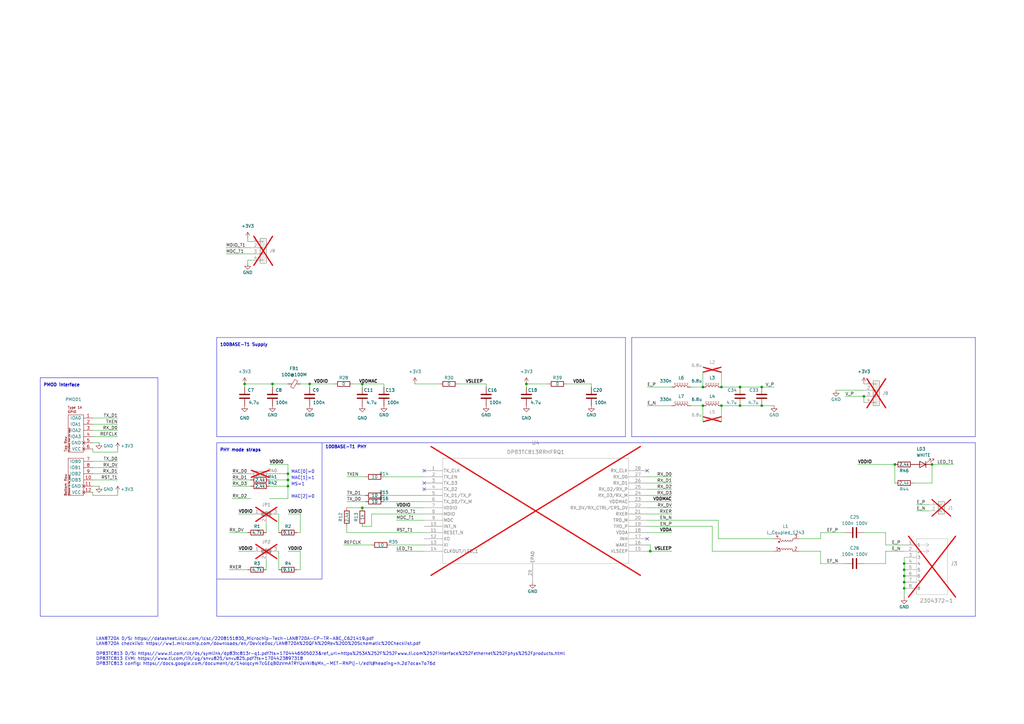
<source format=kicad_sch>
(kicad_sch
	(version 20231120)
	(generator "eeschema")
	(generator_version "8.0")
	(uuid "e63e39d7-6ac0-4ffd-8aa3-1841a4541b55")
	(paper "A3")
	(title_block
		(title "100BASET/T1 adapter")
		(date "2024-01-06")
		(rev "1.0")
	)
	(lib_symbols
		(symbol "2024-01-05_20-24-54:DP83TC813RRHFRQ1"
			(pin_names
				(offset 0.254)
			)
			(exclude_from_sim no)
			(in_bom yes)
			(on_board yes)
			(property "Reference" "U"
				(at 45.72 10.16 0)
				(effects
					(font
						(size 1.524 1.524)
					)
				)
			)
			(property "Value" "DP83TC813RRHFRQ1"
				(at 45.72 7.62 0)
				(effects
					(font
						(size 1.524 1.524)
					)
				)
			)
			(property "Footprint" "VQFN28_RHF_TEX"
				(at 8.89 6.35 0)
				(effects
					(font
						(size 1.27 1.27)
						(italic yes)
					)
					(hide yes)
				)
			)
			(property "Datasheet" "DP83TC813RRHFRQ1"
				(at 10.16 8.89 0)
				(effects
					(font
						(size 1.27 1.27)
						(italic yes)
					)
					(hide yes)
				)
			)
			(property "Description" ""
				(at 0 0 0)
				(effects
					(font
						(size 1.27 1.27)
					)
					(hide yes)
				)
			)
			(property "ki_locked" ""
				(at 0 0 0)
				(effects
					(font
						(size 1.27 1.27)
					)
				)
			)
			(property "ki_keywords" "DP83TC813RRHFRQ1"
				(at 0 0 0)
				(effects
					(font
						(size 1.27 1.27)
					)
					(hide yes)
				)
			)
			(property "ki_fp_filters" "VQFN28_RHF_TEX VQFN28_RHF_TEX-M VQFN28_RHF_TEX-L"
				(at 0 0 0)
				(effects
					(font
						(size 1.27 1.27)
					)
					(hide yes)
				)
			)
			(symbol "DP83TC813RRHFRQ1_0_1"
				(polyline
					(pts
						(xy 7.62 -38.1) (xy 83.82 -38.1)
					)
					(stroke
						(width 0.127)
						(type default)
					)
					(fill
						(type none)
					)
				)
				(polyline
					(pts
						(xy 7.62 5.08) (xy 7.62 -38.1)
					)
					(stroke
						(width 0.127)
						(type default)
					)
					(fill
						(type none)
					)
				)
				(polyline
					(pts
						(xy 83.82 -38.1) (xy 83.82 5.08)
					)
					(stroke
						(width 0.127)
						(type default)
					)
					(fill
						(type none)
					)
				)
				(polyline
					(pts
						(xy 83.82 5.08) (xy 7.62 5.08)
					)
					(stroke
						(width 0.127)
						(type default)
					)
					(fill
						(type none)
					)
				)
				(pin bidirectional line
					(at 0 0 0)
					(length 7.62)
					(name "TX_CLK"
						(effects
							(font
								(size 1.27 1.27)
							)
						)
					)
					(number "1"
						(effects
							(font
								(size 1.27 1.27)
							)
						)
					)
				)
				(pin input line
					(at 0 -22.86 0)
					(length 7.62)
					(name "INT_N"
						(effects
							(font
								(size 1.27 1.27)
							)
						)
					)
					(number "10"
						(effects
							(font
								(size 1.27 1.27)
							)
						)
					)
				)
				(pin input line
					(at 0 -25.4 0)
					(length 7.62)
					(name "RESET_N"
						(effects
							(font
								(size 1.27 1.27)
							)
						)
					)
					(number "11"
						(effects
							(font
								(size 1.27 1.27)
							)
						)
					)
				)
				(pin output line
					(at 0 -27.94 0)
					(length 7.62)
					(name "XO"
						(effects
							(font
								(size 1.27 1.27)
							)
						)
					)
					(number "12"
						(effects
							(font
								(size 1.27 1.27)
							)
						)
					)
				)
				(pin input line
					(at 0 -30.48 0)
					(length 7.62)
					(name "XI"
						(effects
							(font
								(size 1.27 1.27)
							)
						)
					)
					(number "13"
						(effects
							(font
								(size 1.27 1.27)
							)
						)
					)
				)
				(pin output line
					(at 0 -33.02 0)
					(length 7.62)
					(name "CLKOUT/LED_1"
						(effects
							(font
								(size 1.27 1.27)
							)
						)
					)
					(number "14"
						(effects
							(font
								(size 1.27 1.27)
							)
						)
					)
				)
				(pin power_in line
					(at 91.44 -33.02 180)
					(length 7.62)
					(name "VLSEEP"
						(effects
							(font
								(size 1.27 1.27)
							)
						)
					)
					(number "15"
						(effects
							(font
								(size 1.27 1.27)
							)
						)
					)
				)
				(pin bidirectional line
					(at 91.44 -30.48 180)
					(length 7.62)
					(name "WAKE"
						(effects
							(font
								(size 1.27 1.27)
							)
						)
					)
					(number "16"
						(effects
							(font
								(size 1.27 1.27)
							)
						)
					)
				)
				(pin output line
					(at 91.44 -27.94 180)
					(length 7.62)
					(name "INH"
						(effects
							(font
								(size 1.27 1.27)
							)
						)
					)
					(number "17"
						(effects
							(font
								(size 1.27 1.27)
							)
						)
					)
				)
				(pin power_in line
					(at 91.44 -25.4 180)
					(length 7.62)
					(name "VDDA"
						(effects
							(font
								(size 1.27 1.27)
							)
						)
					)
					(number "18"
						(effects
							(font
								(size 1.27 1.27)
							)
						)
					)
				)
				(pin bidirectional line
					(at 91.44 -22.86 180)
					(length 7.62)
					(name "TRD_P"
						(effects
							(font
								(size 1.27 1.27)
							)
						)
					)
					(number "19"
						(effects
							(font
								(size 1.27 1.27)
							)
						)
					)
				)
				(pin input line
					(at 0 -2.54 0)
					(length 7.62)
					(name "TX_EN"
						(effects
							(font
								(size 1.27 1.27)
							)
						)
					)
					(number "2"
						(effects
							(font
								(size 1.27 1.27)
							)
						)
					)
				)
				(pin bidirectional line
					(at 91.44 -20.32 180)
					(length 7.62)
					(name "TRD_M"
						(effects
							(font
								(size 1.27 1.27)
							)
						)
					)
					(number "20"
						(effects
							(font
								(size 1.27 1.27)
							)
						)
					)
				)
				(pin output line
					(at 91.44 -17.78 180)
					(length 7.62)
					(name "RXER"
						(effects
							(font
								(size 1.27 1.27)
							)
						)
					)
					(number "21"
						(effects
							(font
								(size 1.27 1.27)
							)
						)
					)
				)
				(pin output line
					(at 91.44 -15.24 180)
					(length 7.62)
					(name "RX_DV/RX_CTRL/CRS_DV"
						(effects
							(font
								(size 1.27 1.27)
							)
						)
					)
					(number "22"
						(effects
							(font
								(size 1.27 1.27)
							)
						)
					)
				)
				(pin power_in line
					(at 91.44 -12.7 180)
					(length 7.62)
					(name "VDDMAC"
						(effects
							(font
								(size 1.27 1.27)
							)
						)
					)
					(number "23"
						(effects
							(font
								(size 1.27 1.27)
							)
						)
					)
				)
				(pin bidirectional line
					(at 91.44 -10.16 180)
					(length 7.62)
					(name "RX_D3/RX_M"
						(effects
							(font
								(size 1.27 1.27)
							)
						)
					)
					(number "24"
						(effects
							(font
								(size 1.27 1.27)
							)
						)
					)
				)
				(pin bidirectional line
					(at 91.44 -7.62 180)
					(length 7.62)
					(name "RX_D2/RX_P"
						(effects
							(font
								(size 1.27 1.27)
							)
						)
					)
					(number "25"
						(effects
							(font
								(size 1.27 1.27)
							)
						)
					)
				)
				(pin bidirectional line
					(at 91.44 -5.08 180)
					(length 7.62)
					(name "RX_D1"
						(effects
							(font
								(size 1.27 1.27)
							)
						)
					)
					(number "26"
						(effects
							(font
								(size 1.27 1.27)
							)
						)
					)
				)
				(pin bidirectional line
					(at 91.44 -2.54 180)
					(length 7.62)
					(name "RX_D0"
						(effects
							(font
								(size 1.27 1.27)
							)
						)
					)
					(number "27"
						(effects
							(font
								(size 1.27 1.27)
							)
						)
					)
				)
				(pin output line
					(at 91.44 0 180)
					(length 7.62)
					(name "RX_CLK"
						(effects
							(font
								(size 1.27 1.27)
							)
						)
					)
					(number "28"
						(effects
							(font
								(size 1.27 1.27)
							)
						)
					)
				)
				(pin power_out line
					(at 44.45 -45.72 90)
					(length 7.62)
					(name "EPAD"
						(effects
							(font
								(size 1.27 1.27)
							)
						)
					)
					(number "29"
						(effects
							(font
								(size 1.27 1.27)
							)
						)
					)
				)
				(pin bidirectional line
					(at 0 -5.08 0)
					(length 7.62)
					(name "TX_D3"
						(effects
							(font
								(size 1.27 1.27)
							)
						)
					)
					(number "3"
						(effects
							(font
								(size 1.27 1.27)
							)
						)
					)
				)
				(pin bidirectional line
					(at 0 -7.62 0)
					(length 7.62)
					(name "TX_D2"
						(effects
							(font
								(size 1.27 1.27)
							)
						)
					)
					(number "4"
						(effects
							(font
								(size 1.27 1.27)
							)
						)
					)
				)
				(pin bidirectional line
					(at 0 -10.16 0)
					(length 7.62)
					(name "TX_D1/TX_P"
						(effects
							(font
								(size 1.27 1.27)
							)
						)
					)
					(number "5"
						(effects
							(font
								(size 1.27 1.27)
							)
						)
					)
				)
				(pin bidirectional line
					(at 0 -12.7 0)
					(length 7.62)
					(name "TX_D0/TX_M"
						(effects
							(font
								(size 1.27 1.27)
							)
						)
					)
					(number "6"
						(effects
							(font
								(size 1.27 1.27)
							)
						)
					)
				)
				(pin power_in line
					(at 0 -15.24 0)
					(length 7.62)
					(name "VDDIO"
						(effects
							(font
								(size 1.27 1.27)
							)
						)
					)
					(number "7"
						(effects
							(font
								(size 1.27 1.27)
							)
						)
					)
				)
				(pin bidirectional line
					(at 0 -17.78 0)
					(length 7.62)
					(name "MDIO"
						(effects
							(font
								(size 1.27 1.27)
							)
						)
					)
					(number "8"
						(effects
							(font
								(size 1.27 1.27)
							)
						)
					)
				)
				(pin input line
					(at 0 -20.32 0)
					(length 7.62)
					(name "MDC"
						(effects
							(font
								(size 1.27 1.27)
							)
						)
					)
					(number "9"
						(effects
							(font
								(size 1.27 1.27)
							)
						)
					)
				)
			)
		)
		(symbol "2024-01-05_21-03-10:2304372-1"
			(pin_names
				(offset 0.254)
			)
			(exclude_from_sim no)
			(in_bom yes)
			(on_board yes)
			(property "Reference" "J"
				(at 8.89 6.35 0)
				(effects
					(font
						(size 1.524 1.524)
					)
				)
			)
			(property "Value" "2304372-1"
				(at 0 0 0)
				(effects
					(font
						(size 1.524 1.524)
					)
				)
			)
			(property "Footprint" "CONN2_9-2304372_TEC"
				(at 0 0 0)
				(effects
					(font
						(size 1.27 1.27)
						(italic yes)
					)
					(hide yes)
				)
			)
			(property "Datasheet" "2304372-1"
				(at 0 0 0)
				(effects
					(font
						(size 1.27 1.27)
						(italic yes)
					)
					(hide yes)
				)
			)
			(property "Description" ""
				(at 0 0 0)
				(effects
					(font
						(size 1.27 1.27)
					)
					(hide yes)
				)
			)
			(property "ki_locked" ""
				(at 0 0 0)
				(effects
					(font
						(size 1.27 1.27)
					)
				)
			)
			(property "ki_keywords" "2304372-1"
				(at 0 0 0)
				(effects
					(font
						(size 1.27 1.27)
					)
					(hide yes)
				)
			)
			(property "ki_fp_filters" "CONN2_9-2304372_TEC"
				(at 0 0 0)
				(effects
					(font
						(size 1.27 1.27)
					)
					(hide yes)
				)
			)
			(symbol "2304372-1_1_1"
				(polyline
					(pts
						(xy 5.08 -20.32) (xy 17.78 -20.32)
					)
					(stroke
						(width 0.127)
						(type default)
					)
					(fill
						(type none)
					)
				)
				(polyline
					(pts
						(xy 5.08 2.54) (xy 5.08 -20.32)
					)
					(stroke
						(width 0.127)
						(type default)
					)
					(fill
						(type none)
					)
				)
				(polyline
					(pts
						(xy 10.16 -2.54) (xy 5.08 -2.54)
					)
					(stroke
						(width 0.127)
						(type default)
					)
					(fill
						(type none)
					)
				)
				(polyline
					(pts
						(xy 10.16 -2.54) (xy 8.89 -3.3867)
					)
					(stroke
						(width 0.127)
						(type default)
					)
					(fill
						(type none)
					)
				)
				(polyline
					(pts
						(xy 10.16 -2.54) (xy 8.89 -1.6933)
					)
					(stroke
						(width 0.127)
						(type default)
					)
					(fill
						(type none)
					)
				)
				(polyline
					(pts
						(xy 10.16 0) (xy 5.08 0)
					)
					(stroke
						(width 0.127)
						(type default)
					)
					(fill
						(type none)
					)
				)
				(polyline
					(pts
						(xy 10.16 0) (xy 8.89 -0.8467)
					)
					(stroke
						(width 0.127)
						(type default)
					)
					(fill
						(type none)
					)
				)
				(polyline
					(pts
						(xy 10.16 0) (xy 8.89 0.8467)
					)
					(stroke
						(width 0.127)
						(type default)
					)
					(fill
						(type none)
					)
				)
				(polyline
					(pts
						(xy 17.78 -20.32) (xy 17.78 2.54)
					)
					(stroke
						(width 0.127)
						(type default)
					)
					(fill
						(type none)
					)
				)
				(polyline
					(pts
						(xy 17.78 2.54) (xy 5.08 2.54)
					)
					(stroke
						(width 0.127)
						(type default)
					)
					(fill
						(type none)
					)
				)
				(pin unspecified line
					(at 0 0 0)
					(length 5.08)
					(name "1"
						(effects
							(font
								(size 1.27 1.27)
							)
						)
					)
					(number "1"
						(effects
							(font
								(size 1.27 1.27)
							)
						)
					)
				)
				(pin unspecified line
					(at 0 -2.54 0)
					(length 5.08)
					(name "2"
						(effects
							(font
								(size 1.27 1.27)
							)
						)
					)
					(number "2"
						(effects
							(font
								(size 1.27 1.27)
							)
						)
					)
				)
				(pin unspecified line
					(at 0 -5.08 0)
					(length 5.08)
					(name "3"
						(effects
							(font
								(size 1.27 1.27)
							)
						)
					)
					(number "3"
						(effects
							(font
								(size 1.27 1.27)
							)
						)
					)
				)
				(pin unspecified line
					(at 0 -7.62 0)
					(length 5.08)
					(name "4"
						(effects
							(font
								(size 1.27 1.27)
							)
						)
					)
					(number "4"
						(effects
							(font
								(size 1.27 1.27)
							)
						)
					)
				)
				(pin unspecified line
					(at 0 -10.16 0)
					(length 5.08)
					(name "5"
						(effects
							(font
								(size 1.27 1.27)
							)
						)
					)
					(number "5"
						(effects
							(font
								(size 1.27 1.27)
							)
						)
					)
				)
				(pin unspecified line
					(at 0 -12.7 0)
					(length 5.08)
					(name "6"
						(effects
							(font
								(size 1.27 1.27)
							)
						)
					)
					(number "6"
						(effects
							(font
								(size 1.27 1.27)
							)
						)
					)
				)
				(pin unspecified line
					(at 0 -15.24 0)
					(length 5.08)
					(name "7"
						(effects
							(font
								(size 1.27 1.27)
							)
						)
					)
					(number "7"
						(effects
							(font
								(size 1.27 1.27)
							)
						)
					)
				)
				(pin unspecified line
					(at 0 -17.78 0)
					(length 5.08)
					(name "8"
						(effects
							(font
								(size 1.27 1.27)
							)
						)
					)
					(number "8"
						(effects
							(font
								(size 1.27 1.27)
							)
						)
					)
				)
			)
			(symbol "2304372-1_1_2"
				(polyline
					(pts
						(xy 5.08 -20.32) (xy 17.78 -20.32)
					)
					(stroke
						(width 0.127)
						(type default)
					)
					(fill
						(type none)
					)
				)
				(polyline
					(pts
						(xy 5.08 2.54) (xy 5.08 -20.32)
					)
					(stroke
						(width 0.127)
						(type default)
					)
					(fill
						(type none)
					)
				)
				(polyline
					(pts
						(xy 7.62 -2.54) (xy 5.08 -2.54)
					)
					(stroke
						(width 0.127)
						(type default)
					)
					(fill
						(type none)
					)
				)
				(polyline
					(pts
						(xy 7.62 -2.54) (xy 8.89 -3.3867)
					)
					(stroke
						(width 0.127)
						(type default)
					)
					(fill
						(type none)
					)
				)
				(polyline
					(pts
						(xy 7.62 -2.54) (xy 8.89 -1.6933)
					)
					(stroke
						(width 0.127)
						(type default)
					)
					(fill
						(type none)
					)
				)
				(polyline
					(pts
						(xy 7.62 0) (xy 5.08 0)
					)
					(stroke
						(width 0.127)
						(type default)
					)
					(fill
						(type none)
					)
				)
				(polyline
					(pts
						(xy 7.62 0) (xy 8.89 -0.8467)
					)
					(stroke
						(width 0.127)
						(type default)
					)
					(fill
						(type none)
					)
				)
				(polyline
					(pts
						(xy 7.62 0) (xy 8.89 0.8467)
					)
					(stroke
						(width 0.127)
						(type default)
					)
					(fill
						(type none)
					)
				)
				(polyline
					(pts
						(xy 17.78 -20.32) (xy 17.78 2.54)
					)
					(stroke
						(width 0.127)
						(type default)
					)
					(fill
						(type none)
					)
				)
				(polyline
					(pts
						(xy 17.78 2.54) (xy 5.08 2.54)
					)
					(stroke
						(width 0.127)
						(type default)
					)
					(fill
						(type none)
					)
				)
				(pin unspecified line
					(at 0 0 0)
					(length 5.08)
					(name "1"
						(effects
							(font
								(size 1.27 1.27)
							)
						)
					)
					(number "1"
						(effects
							(font
								(size 1.27 1.27)
							)
						)
					)
				)
				(pin unspecified line
					(at 0 -2.54 0)
					(length 5.08)
					(name "2"
						(effects
							(font
								(size 1.27 1.27)
							)
						)
					)
					(number "2"
						(effects
							(font
								(size 1.27 1.27)
							)
						)
					)
				)
				(pin unspecified line
					(at 0 -5.08 0)
					(length 5.08)
					(name "3"
						(effects
							(font
								(size 1.27 1.27)
							)
						)
					)
					(number "3"
						(effects
							(font
								(size 1.27 1.27)
							)
						)
					)
				)
				(pin unspecified line
					(at 0 -7.62 0)
					(length 5.08)
					(name "4"
						(effects
							(font
								(size 1.27 1.27)
							)
						)
					)
					(number "4"
						(effects
							(font
								(size 1.27 1.27)
							)
						)
					)
				)
				(pin unspecified line
					(at 0 -10.16 0)
					(length 5.08)
					(name "5"
						(effects
							(font
								(size 1.27 1.27)
							)
						)
					)
					(number "5"
						(effects
							(font
								(size 1.27 1.27)
							)
						)
					)
				)
				(pin unspecified line
					(at 0 -12.7 0)
					(length 5.08)
					(name "6"
						(effects
							(font
								(size 1.27 1.27)
							)
						)
					)
					(number "6"
						(effects
							(font
								(size 1.27 1.27)
							)
						)
					)
				)
				(pin unspecified line
					(at 0 -15.24 0)
					(length 5.08)
					(name "7"
						(effects
							(font
								(size 1.27 1.27)
							)
						)
					)
					(number "7"
						(effects
							(font
								(size 1.27 1.27)
							)
						)
					)
				)
				(pin unspecified line
					(at 0 -17.78 0)
					(length 5.08)
					(name "8"
						(effects
							(font
								(size 1.27 1.27)
							)
						)
					)
					(number "8"
						(effects
							(font
								(size 1.27 1.27)
							)
						)
					)
				)
			)
		)
		(symbol "Connector_Generic:Conn_01x02"
			(pin_names
				(offset 1.016) hide)
			(exclude_from_sim no)
			(in_bom yes)
			(on_board yes)
			(property "Reference" "J"
				(at 0 2.54 0)
				(effects
					(font
						(size 1.27 1.27)
					)
				)
			)
			(property "Value" "Conn_01x02"
				(at 0 -5.08 0)
				(effects
					(font
						(size 1.27 1.27)
					)
				)
			)
			(property "Footprint" ""
				(at 0 0 0)
				(effects
					(font
						(size 1.27 1.27)
					)
					(hide yes)
				)
			)
			(property "Datasheet" "~"
				(at 0 0 0)
				(effects
					(font
						(size 1.27 1.27)
					)
					(hide yes)
				)
			)
			(property "Description" "Generic connector, single row, 01x02, script generated (kicad-library-utils/schlib/autogen/connector/)"
				(at 0 0 0)
				(effects
					(font
						(size 1.27 1.27)
					)
					(hide yes)
				)
			)
			(property "ki_keywords" "connector"
				(at 0 0 0)
				(effects
					(font
						(size 1.27 1.27)
					)
					(hide yes)
				)
			)
			(property "ki_fp_filters" "Connector*:*_1x??_*"
				(at 0 0 0)
				(effects
					(font
						(size 1.27 1.27)
					)
					(hide yes)
				)
			)
			(symbol "Conn_01x02_1_1"
				(rectangle
					(start -1.27 -2.413)
					(end 0 -2.667)
					(stroke
						(width 0.1524)
						(type default)
					)
					(fill
						(type none)
					)
				)
				(rectangle
					(start -1.27 0.127)
					(end 0 -0.127)
					(stroke
						(width 0.1524)
						(type default)
					)
					(fill
						(type none)
					)
				)
				(rectangle
					(start -1.27 1.27)
					(end 1.27 -3.81)
					(stroke
						(width 0.254)
						(type default)
					)
					(fill
						(type background)
					)
				)
				(pin passive line
					(at -5.08 0 0)
					(length 3.81)
					(name "Pin_1"
						(effects
							(font
								(size 1.27 1.27)
							)
						)
					)
					(number "1"
						(effects
							(font
								(size 1.27 1.27)
							)
						)
					)
				)
				(pin passive line
					(at -5.08 -2.54 0)
					(length 3.81)
					(name "Pin_2"
						(effects
							(font
								(size 1.27 1.27)
							)
						)
					)
					(number "2"
						(effects
							(font
								(size 1.27 1.27)
							)
						)
					)
				)
			)
		)
		(symbol "Connector_Generic:Conn_01x04"
			(pin_names
				(offset 1.016) hide)
			(exclude_from_sim no)
			(in_bom yes)
			(on_board yes)
			(property "Reference" "J"
				(at 0 5.08 0)
				(effects
					(font
						(size 1.27 1.27)
					)
				)
			)
			(property "Value" "Conn_01x04"
				(at 0 -7.62 0)
				(effects
					(font
						(size 1.27 1.27)
					)
				)
			)
			(property "Footprint" ""
				(at 0 0 0)
				(effects
					(font
						(size 1.27 1.27)
					)
					(hide yes)
				)
			)
			(property "Datasheet" "~"
				(at 0 0 0)
				(effects
					(font
						(size 1.27 1.27)
					)
					(hide yes)
				)
			)
			(property "Description" "Generic connector, single row, 01x04, script generated (kicad-library-utils/schlib/autogen/connector/)"
				(at 0 0 0)
				(effects
					(font
						(size 1.27 1.27)
					)
					(hide yes)
				)
			)
			(property "ki_keywords" "connector"
				(at 0 0 0)
				(effects
					(font
						(size 1.27 1.27)
					)
					(hide yes)
				)
			)
			(property "ki_fp_filters" "Connector*:*_1x??_*"
				(at 0 0 0)
				(effects
					(font
						(size 1.27 1.27)
					)
					(hide yes)
				)
			)
			(symbol "Conn_01x04_1_1"
				(rectangle
					(start -1.27 -4.953)
					(end 0 -5.207)
					(stroke
						(width 0.1524)
						(type default)
					)
					(fill
						(type none)
					)
				)
				(rectangle
					(start -1.27 -2.413)
					(end 0 -2.667)
					(stroke
						(width 0.1524)
						(type default)
					)
					(fill
						(type none)
					)
				)
				(rectangle
					(start -1.27 0.127)
					(end 0 -0.127)
					(stroke
						(width 0.1524)
						(type default)
					)
					(fill
						(type none)
					)
				)
				(rectangle
					(start -1.27 2.667)
					(end 0 2.413)
					(stroke
						(width 0.1524)
						(type default)
					)
					(fill
						(type none)
					)
				)
				(rectangle
					(start -1.27 3.81)
					(end 1.27 -6.35)
					(stroke
						(width 0.254)
						(type default)
					)
					(fill
						(type background)
					)
				)
				(pin passive line
					(at -5.08 2.54 0)
					(length 3.81)
					(name "Pin_1"
						(effects
							(font
								(size 1.27 1.27)
							)
						)
					)
					(number "1"
						(effects
							(font
								(size 1.27 1.27)
							)
						)
					)
				)
				(pin passive line
					(at -5.08 0 0)
					(length 3.81)
					(name "Pin_2"
						(effects
							(font
								(size 1.27 1.27)
							)
						)
					)
					(number "2"
						(effects
							(font
								(size 1.27 1.27)
							)
						)
					)
				)
				(pin passive line
					(at -5.08 -2.54 0)
					(length 3.81)
					(name "Pin_3"
						(effects
							(font
								(size 1.27 1.27)
							)
						)
					)
					(number "3"
						(effects
							(font
								(size 1.27 1.27)
							)
						)
					)
				)
				(pin passive line
					(at -5.08 -5.08 0)
					(length 3.81)
					(name "Pin_4"
						(effects
							(font
								(size 1.27 1.27)
							)
						)
					)
					(number "4"
						(effects
							(font
								(size 1.27 1.27)
							)
						)
					)
				)
			)
		)
		(symbol "Device:C"
			(pin_numbers hide)
			(pin_names
				(offset 0.254)
			)
			(exclude_from_sim no)
			(in_bom yes)
			(on_board yes)
			(property "Reference" "C"
				(at 0.635 2.54 0)
				(effects
					(font
						(size 1.27 1.27)
					)
					(justify left)
				)
			)
			(property "Value" "C"
				(at 0.635 -2.54 0)
				(effects
					(font
						(size 1.27 1.27)
					)
					(justify left)
				)
			)
			(property "Footprint" ""
				(at 0.9652 -3.81 0)
				(effects
					(font
						(size 1.27 1.27)
					)
					(hide yes)
				)
			)
			(property "Datasheet" "~"
				(at 0 0 0)
				(effects
					(font
						(size 1.27 1.27)
					)
					(hide yes)
				)
			)
			(property "Description" "Unpolarized capacitor"
				(at 0 0 0)
				(effects
					(font
						(size 1.27 1.27)
					)
					(hide yes)
				)
			)
			(property "ki_keywords" "cap capacitor"
				(at 0 0 0)
				(effects
					(font
						(size 1.27 1.27)
					)
					(hide yes)
				)
			)
			(property "ki_fp_filters" "C_*"
				(at 0 0 0)
				(effects
					(font
						(size 1.27 1.27)
					)
					(hide yes)
				)
			)
			(symbol "C_0_1"
				(polyline
					(pts
						(xy -2.032 -0.762) (xy 2.032 -0.762)
					)
					(stroke
						(width 0.508)
						(type default)
					)
					(fill
						(type none)
					)
				)
				(polyline
					(pts
						(xy -2.032 0.762) (xy 2.032 0.762)
					)
					(stroke
						(width 0.508)
						(type default)
					)
					(fill
						(type none)
					)
				)
			)
			(symbol "C_1_1"
				(pin passive line
					(at 0 3.81 270)
					(length 2.794)
					(name "~"
						(effects
							(font
								(size 1.27 1.27)
							)
						)
					)
					(number "1"
						(effects
							(font
								(size 1.27 1.27)
							)
						)
					)
				)
				(pin passive line
					(at 0 -3.81 90)
					(length 2.794)
					(name "~"
						(effects
							(font
								(size 1.27 1.27)
							)
						)
					)
					(number "2"
						(effects
							(font
								(size 1.27 1.27)
							)
						)
					)
				)
			)
		)
		(symbol "Device:FerriteBead_Small"
			(pin_numbers hide)
			(pin_names
				(offset 0)
			)
			(exclude_from_sim no)
			(in_bom yes)
			(on_board yes)
			(property "Reference" "FB"
				(at 1.905 1.27 0)
				(effects
					(font
						(size 1.27 1.27)
					)
					(justify left)
				)
			)
			(property "Value" "FerriteBead_Small"
				(at 1.905 -1.27 0)
				(effects
					(font
						(size 1.27 1.27)
					)
					(justify left)
				)
			)
			(property "Footprint" ""
				(at -1.778 0 90)
				(effects
					(font
						(size 1.27 1.27)
					)
					(hide yes)
				)
			)
			(property "Datasheet" "~"
				(at 0 0 0)
				(effects
					(font
						(size 1.27 1.27)
					)
					(hide yes)
				)
			)
			(property "Description" "Ferrite bead, small symbol"
				(at 0 0 0)
				(effects
					(font
						(size 1.27 1.27)
					)
					(hide yes)
				)
			)
			(property "ki_keywords" "L ferrite bead inductor filter"
				(at 0 0 0)
				(effects
					(font
						(size 1.27 1.27)
					)
					(hide yes)
				)
			)
			(property "ki_fp_filters" "Inductor_* L_* *Ferrite*"
				(at 0 0 0)
				(effects
					(font
						(size 1.27 1.27)
					)
					(hide yes)
				)
			)
			(symbol "FerriteBead_Small_0_1"
				(polyline
					(pts
						(xy 0 -1.27) (xy 0 -0.7874)
					)
					(stroke
						(width 0)
						(type default)
					)
					(fill
						(type none)
					)
				)
				(polyline
					(pts
						(xy 0 0.889) (xy 0 1.2954)
					)
					(stroke
						(width 0)
						(type default)
					)
					(fill
						(type none)
					)
				)
				(polyline
					(pts
						(xy -1.8288 0.2794) (xy -1.1176 1.4986) (xy 1.8288 -0.2032) (xy 1.1176 -1.4224) (xy -1.8288 0.2794)
					)
					(stroke
						(width 0)
						(type default)
					)
					(fill
						(type none)
					)
				)
			)
			(symbol "FerriteBead_Small_1_1"
				(pin passive line
					(at 0 2.54 270)
					(length 1.27)
					(name "~"
						(effects
							(font
								(size 1.27 1.27)
							)
						)
					)
					(number "1"
						(effects
							(font
								(size 1.27 1.27)
							)
						)
					)
				)
				(pin passive line
					(at 0 -2.54 90)
					(length 1.27)
					(name "~"
						(effects
							(font
								(size 1.27 1.27)
							)
						)
					)
					(number "2"
						(effects
							(font
								(size 1.27 1.27)
							)
						)
					)
				)
			)
		)
		(symbol "Device:LED"
			(pin_numbers hide)
			(pin_names
				(offset 1.016) hide)
			(exclude_from_sim no)
			(in_bom yes)
			(on_board yes)
			(property "Reference" "D"
				(at 0 2.54 0)
				(effects
					(font
						(size 1.27 1.27)
					)
				)
			)
			(property "Value" "LED"
				(at 0 -2.54 0)
				(effects
					(font
						(size 1.27 1.27)
					)
				)
			)
			(property "Footprint" ""
				(at 0 0 0)
				(effects
					(font
						(size 1.27 1.27)
					)
					(hide yes)
				)
			)
			(property "Datasheet" "~"
				(at 0 0 0)
				(effects
					(font
						(size 1.27 1.27)
					)
					(hide yes)
				)
			)
			(property "Description" "Light emitting diode"
				(at 0 0 0)
				(effects
					(font
						(size 1.27 1.27)
					)
					(hide yes)
				)
			)
			(property "ki_keywords" "LED diode"
				(at 0 0 0)
				(effects
					(font
						(size 1.27 1.27)
					)
					(hide yes)
				)
			)
			(property "ki_fp_filters" "LED* LED_SMD:* LED_THT:*"
				(at 0 0 0)
				(effects
					(font
						(size 1.27 1.27)
					)
					(hide yes)
				)
			)
			(symbol "LED_0_1"
				(polyline
					(pts
						(xy -1.27 -1.27) (xy -1.27 1.27)
					)
					(stroke
						(width 0.254)
						(type default)
					)
					(fill
						(type none)
					)
				)
				(polyline
					(pts
						(xy -1.27 0) (xy 1.27 0)
					)
					(stroke
						(width 0)
						(type default)
					)
					(fill
						(type none)
					)
				)
				(polyline
					(pts
						(xy 1.27 -1.27) (xy 1.27 1.27) (xy -1.27 0) (xy 1.27 -1.27)
					)
					(stroke
						(width 0.254)
						(type default)
					)
					(fill
						(type none)
					)
				)
				(polyline
					(pts
						(xy -3.048 -0.762) (xy -4.572 -2.286) (xy -3.81 -2.286) (xy -4.572 -2.286) (xy -4.572 -1.524)
					)
					(stroke
						(width 0)
						(type default)
					)
					(fill
						(type none)
					)
				)
				(polyline
					(pts
						(xy -1.778 -0.762) (xy -3.302 -2.286) (xy -2.54 -2.286) (xy -3.302 -2.286) (xy -3.302 -1.524)
					)
					(stroke
						(width 0)
						(type default)
					)
					(fill
						(type none)
					)
				)
			)
			(symbol "LED_1_1"
				(pin passive line
					(at -3.81 0 0)
					(length 2.54)
					(name "K"
						(effects
							(font
								(size 1.27 1.27)
							)
						)
					)
					(number "1"
						(effects
							(font
								(size 1.27 1.27)
							)
						)
					)
				)
				(pin passive line
					(at 3.81 0 180)
					(length 2.54)
					(name "A"
						(effects
							(font
								(size 1.27 1.27)
							)
						)
					)
					(number "2"
						(effects
							(font
								(size 1.27 1.27)
							)
						)
					)
				)
			)
		)
		(symbol "Device:L_Coupled_1243"
			(pin_names
				(offset 0.254) hide)
			(exclude_from_sim no)
			(in_bom yes)
			(on_board yes)
			(property "Reference" "L"
				(at 0 4.445 0)
				(effects
					(font
						(size 1.27 1.27)
					)
				)
			)
			(property "Value" "L_Coupled_1243"
				(at 0 -4.445 0)
				(effects
					(font
						(size 1.27 1.27)
					)
				)
			)
			(property "Footprint" ""
				(at 0 0 0)
				(effects
					(font
						(size 1.27 1.27)
					)
					(hide yes)
				)
			)
			(property "Datasheet" "~"
				(at 0 0 0)
				(effects
					(font
						(size 1.27 1.27)
					)
					(hide yes)
				)
			)
			(property "Description" "Coupled inductor"
				(at 0 0 0)
				(effects
					(font
						(size 1.27 1.27)
					)
					(hide yes)
				)
			)
			(property "ki_keywords" "inductor choke coil reactor magnetic coupled"
				(at 0 0 0)
				(effects
					(font
						(size 1.27 1.27)
					)
					(hide yes)
				)
			)
			(property "ki_fp_filters" "Choke_* *Coil* Inductor_* L_*"
				(at 0 0 0)
				(effects
					(font
						(size 1.27 1.27)
					)
					(hide yes)
				)
			)
			(symbol "L_Coupled_1243_0_1"
				(circle
					(center -3.048 -1.27)
					(radius 0.254)
					(stroke
						(width 0)
						(type default)
					)
					(fill
						(type outline)
					)
				)
				(circle
					(center -3.048 1.524)
					(radius 0.254)
					(stroke
						(width 0)
						(type default)
					)
					(fill
						(type outline)
					)
				)
				(arc
					(start -2.54 2.032)
					(mid -2.032 1.5262)
					(end -1.524 2.032)
					(stroke
						(width 0)
						(type default)
					)
					(fill
						(type none)
					)
				)
				(arc
					(start -1.524 -2.032)
					(mid -2.032 -1.5262)
					(end -2.54 -2.032)
					(stroke
						(width 0)
						(type default)
					)
					(fill
						(type none)
					)
				)
				(arc
					(start -1.524 2.032)
					(mid -1.016 1.5262)
					(end -0.508 2.032)
					(stroke
						(width 0)
						(type default)
					)
					(fill
						(type none)
					)
				)
				(arc
					(start -0.508 -2.032)
					(mid -1.016 -1.5262)
					(end -1.524 -2.032)
					(stroke
						(width 0)
						(type default)
					)
					(fill
						(type none)
					)
				)
				(arc
					(start -0.508 2.032)
					(mid 0 1.5262)
					(end 0.508 2.032)
					(stroke
						(width 0)
						(type default)
					)
					(fill
						(type none)
					)
				)
				(polyline
					(pts
						(xy -2.54 -2.032) (xy -2.54 -2.54)
					)
					(stroke
						(width 0)
						(type default)
					)
					(fill
						(type none)
					)
				)
				(polyline
					(pts
						(xy -2.54 2.032) (xy -2.54 2.54)
					)
					(stroke
						(width 0)
						(type default)
					)
					(fill
						(type none)
					)
				)
				(polyline
					(pts
						(xy 2.54 -2.032) (xy 2.54 -2.54)
					)
					(stroke
						(width 0)
						(type default)
					)
					(fill
						(type none)
					)
				)
				(polyline
					(pts
						(xy 2.54 2.54) (xy 2.54 2.032)
					)
					(stroke
						(width 0)
						(type default)
					)
					(fill
						(type none)
					)
				)
				(arc
					(start 0.508 -2.032)
					(mid 0 -1.5262)
					(end -0.508 -2.032)
					(stroke
						(width 0)
						(type default)
					)
					(fill
						(type none)
					)
				)
				(arc
					(start 0.508 2.032)
					(mid 1.016 1.5262)
					(end 1.524 2.032)
					(stroke
						(width 0)
						(type default)
					)
					(fill
						(type none)
					)
				)
				(arc
					(start 1.524 -2.032)
					(mid 1.016 -1.5262)
					(end 0.508 -2.032)
					(stroke
						(width 0)
						(type default)
					)
					(fill
						(type none)
					)
				)
				(arc
					(start 1.524 2.032)
					(mid 2.032 1.5262)
					(end 2.54 2.032)
					(stroke
						(width 0)
						(type default)
					)
					(fill
						(type none)
					)
				)
				(arc
					(start 2.54 -2.032)
					(mid 2.032 -1.5262)
					(end 1.524 -2.032)
					(stroke
						(width 0)
						(type default)
					)
					(fill
						(type none)
					)
				)
			)
			(symbol "L_Coupled_1243_1_1"
				(pin passive line
					(at -5.08 2.54 0)
					(length 2.54)
					(name "1"
						(effects
							(font
								(size 1.27 1.27)
							)
						)
					)
					(number "1"
						(effects
							(font
								(size 1.27 1.27)
							)
						)
					)
				)
				(pin passive line
					(at 5.08 2.54 180)
					(length 2.54)
					(name "2"
						(effects
							(font
								(size 1.27 1.27)
							)
						)
					)
					(number "2"
						(effects
							(font
								(size 1.27 1.27)
							)
						)
					)
				)
				(pin passive line
					(at 5.08 -2.54 180)
					(length 2.54)
					(name "3"
						(effects
							(font
								(size 1.27 1.27)
							)
						)
					)
					(number "3"
						(effects
							(font
								(size 1.27 1.27)
							)
						)
					)
				)
				(pin passive line
					(at -5.08 -2.54 0)
					(length 2.54)
					(name "4"
						(effects
							(font
								(size 1.27 1.27)
							)
						)
					)
					(number "4"
						(effects
							(font
								(size 1.27 1.27)
							)
						)
					)
				)
			)
		)
		(symbol "Device:L_Ferrite"
			(pin_numbers hide)
			(pin_names
				(offset 1.016) hide)
			(exclude_from_sim no)
			(in_bom yes)
			(on_board yes)
			(property "Reference" "L"
				(at -1.27 0 90)
				(effects
					(font
						(size 1.27 1.27)
					)
				)
			)
			(property "Value" "L_Ferrite"
				(at 2.794 0 90)
				(effects
					(font
						(size 1.27 1.27)
					)
				)
			)
			(property "Footprint" ""
				(at 0 0 0)
				(effects
					(font
						(size 1.27 1.27)
					)
					(hide yes)
				)
			)
			(property "Datasheet" "~"
				(at 0 0 0)
				(effects
					(font
						(size 1.27 1.27)
					)
					(hide yes)
				)
			)
			(property "Description" "Inductor with ferrite core"
				(at 0 0 0)
				(effects
					(font
						(size 1.27 1.27)
					)
					(hide yes)
				)
			)
			(property "ki_keywords" "inductor choke coil reactor magnetic"
				(at 0 0 0)
				(effects
					(font
						(size 1.27 1.27)
					)
					(hide yes)
				)
			)
			(property "ki_fp_filters" "Choke_* *Coil* Inductor_* L_*"
				(at 0 0 0)
				(effects
					(font
						(size 1.27 1.27)
					)
					(hide yes)
				)
			)
			(symbol "L_Ferrite_0_1"
				(arc
					(start 0 -2.54)
					(mid 0.6323 -1.905)
					(end 0 -1.27)
					(stroke
						(width 0)
						(type default)
					)
					(fill
						(type none)
					)
				)
				(arc
					(start 0 -1.27)
					(mid 0.6323 -0.635)
					(end 0 0)
					(stroke
						(width 0)
						(type default)
					)
					(fill
						(type none)
					)
				)
				(polyline
					(pts
						(xy 1.016 -2.794) (xy 1.016 -2.286)
					)
					(stroke
						(width 0)
						(type default)
					)
					(fill
						(type none)
					)
				)
				(polyline
					(pts
						(xy 1.016 -1.778) (xy 1.016 -1.27)
					)
					(stroke
						(width 0)
						(type default)
					)
					(fill
						(type none)
					)
				)
				(polyline
					(pts
						(xy 1.016 -0.762) (xy 1.016 -0.254)
					)
					(stroke
						(width 0)
						(type default)
					)
					(fill
						(type none)
					)
				)
				(polyline
					(pts
						(xy 1.016 0.254) (xy 1.016 0.762)
					)
					(stroke
						(width 0)
						(type default)
					)
					(fill
						(type none)
					)
				)
				(polyline
					(pts
						(xy 1.016 1.27) (xy 1.016 1.778)
					)
					(stroke
						(width 0)
						(type default)
					)
					(fill
						(type none)
					)
				)
				(polyline
					(pts
						(xy 1.016 2.286) (xy 1.016 2.794)
					)
					(stroke
						(width 0)
						(type default)
					)
					(fill
						(type none)
					)
				)
				(polyline
					(pts
						(xy 1.524 -2.286) (xy 1.524 -2.794)
					)
					(stroke
						(width 0)
						(type default)
					)
					(fill
						(type none)
					)
				)
				(polyline
					(pts
						(xy 1.524 -1.27) (xy 1.524 -1.778)
					)
					(stroke
						(width 0)
						(type default)
					)
					(fill
						(type none)
					)
				)
				(polyline
					(pts
						(xy 1.524 -0.254) (xy 1.524 -0.762)
					)
					(stroke
						(width 0)
						(type default)
					)
					(fill
						(type none)
					)
				)
				(polyline
					(pts
						(xy 1.524 0.762) (xy 1.524 0.254)
					)
					(stroke
						(width 0)
						(type default)
					)
					(fill
						(type none)
					)
				)
				(polyline
					(pts
						(xy 1.524 1.778) (xy 1.524 1.27)
					)
					(stroke
						(width 0)
						(type default)
					)
					(fill
						(type none)
					)
				)
				(polyline
					(pts
						(xy 1.524 2.794) (xy 1.524 2.286)
					)
					(stroke
						(width 0)
						(type default)
					)
					(fill
						(type none)
					)
				)
				(arc
					(start 0 0)
					(mid 0.6323 0.635)
					(end 0 1.27)
					(stroke
						(width 0)
						(type default)
					)
					(fill
						(type none)
					)
				)
				(arc
					(start 0 1.27)
					(mid 0.6323 1.905)
					(end 0 2.54)
					(stroke
						(width 0)
						(type default)
					)
					(fill
						(type none)
					)
				)
			)
			(symbol "L_Ferrite_1_1"
				(pin passive line
					(at 0 3.81 270)
					(length 1.27)
					(name "1"
						(effects
							(font
								(size 1.27 1.27)
							)
						)
					)
					(number "1"
						(effects
							(font
								(size 1.27 1.27)
							)
						)
					)
				)
				(pin passive line
					(at 0 -3.81 90)
					(length 1.27)
					(name "2"
						(effects
							(font
								(size 1.27 1.27)
							)
						)
					)
					(number "2"
						(effects
							(font
								(size 1.27 1.27)
							)
						)
					)
				)
			)
		)
		(symbol "Device:R"
			(pin_numbers hide)
			(pin_names
				(offset 0)
			)
			(exclude_from_sim no)
			(in_bom yes)
			(on_board yes)
			(property "Reference" "R"
				(at 2.032 0 90)
				(effects
					(font
						(size 1.27 1.27)
					)
				)
			)
			(property "Value" "R"
				(at 0 0 90)
				(effects
					(font
						(size 1.27 1.27)
					)
				)
			)
			(property "Footprint" ""
				(at -1.778 0 90)
				(effects
					(font
						(size 1.27 1.27)
					)
					(hide yes)
				)
			)
			(property "Datasheet" "~"
				(at 0 0 0)
				(effects
					(font
						(size 1.27 1.27)
					)
					(hide yes)
				)
			)
			(property "Description" "Resistor"
				(at 0 0 0)
				(effects
					(font
						(size 1.27 1.27)
					)
					(hide yes)
				)
			)
			(property "ki_keywords" "R res resistor"
				(at 0 0 0)
				(effects
					(font
						(size 1.27 1.27)
					)
					(hide yes)
				)
			)
			(property "ki_fp_filters" "R_*"
				(at 0 0 0)
				(effects
					(font
						(size 1.27 1.27)
					)
					(hide yes)
				)
			)
			(symbol "R_0_1"
				(rectangle
					(start -1.016 -2.54)
					(end 1.016 2.54)
					(stroke
						(width 0.254)
						(type default)
					)
					(fill
						(type none)
					)
				)
			)
			(symbol "R_1_1"
				(pin passive line
					(at 0 3.81 270)
					(length 1.27)
					(name "~"
						(effects
							(font
								(size 1.27 1.27)
							)
						)
					)
					(number "1"
						(effects
							(font
								(size 1.27 1.27)
							)
						)
					)
				)
				(pin passive line
					(at 0 -3.81 90)
					(length 1.27)
					(name "~"
						(effects
							(font
								(size 1.27 1.27)
							)
						)
					)
					(number "2"
						(effects
							(font
								(size 1.27 1.27)
							)
						)
					)
				)
			)
		)
		(symbol "Jumper:SolderJumper_3_Open"
			(pin_names
				(offset 0) hide)
			(exclude_from_sim no)
			(in_bom yes)
			(on_board yes)
			(property "Reference" "JP"
				(at -2.54 -2.54 0)
				(effects
					(font
						(size 1.27 1.27)
					)
				)
			)
			(property "Value" "SolderJumper_3_Open"
				(at 0 2.794 0)
				(effects
					(font
						(size 1.27 1.27)
					)
				)
			)
			(property "Footprint" ""
				(at 0 0 0)
				(effects
					(font
						(size 1.27 1.27)
					)
					(hide yes)
				)
			)
			(property "Datasheet" "~"
				(at 0 0 0)
				(effects
					(font
						(size 1.27 1.27)
					)
					(hide yes)
				)
			)
			(property "Description" "Solder Jumper, 3-pole, open"
				(at 0 0 0)
				(effects
					(font
						(size 1.27 1.27)
					)
					(hide yes)
				)
			)
			(property "ki_keywords" "Solder Jumper SPDT"
				(at 0 0 0)
				(effects
					(font
						(size 1.27 1.27)
					)
					(hide yes)
				)
			)
			(property "ki_fp_filters" "SolderJumper*Open*"
				(at 0 0 0)
				(effects
					(font
						(size 1.27 1.27)
					)
					(hide yes)
				)
			)
			(symbol "SolderJumper_3_Open_0_1"
				(arc
					(start -1.016 1.016)
					(mid -2.0276 0)
					(end -1.016 -1.016)
					(stroke
						(width 0)
						(type default)
					)
					(fill
						(type none)
					)
				)
				(arc
					(start -1.016 1.016)
					(mid -2.0276 0)
					(end -1.016 -1.016)
					(stroke
						(width 0)
						(type default)
					)
					(fill
						(type outline)
					)
				)
				(rectangle
					(start -0.508 1.016)
					(end 0.508 -1.016)
					(stroke
						(width 0)
						(type default)
					)
					(fill
						(type outline)
					)
				)
				(polyline
					(pts
						(xy -2.54 0) (xy -2.032 0)
					)
					(stroke
						(width 0)
						(type default)
					)
					(fill
						(type none)
					)
				)
				(polyline
					(pts
						(xy -1.016 1.016) (xy -1.016 -1.016)
					)
					(stroke
						(width 0)
						(type default)
					)
					(fill
						(type none)
					)
				)
				(polyline
					(pts
						(xy 0 -1.27) (xy 0 -1.016)
					)
					(stroke
						(width 0)
						(type default)
					)
					(fill
						(type none)
					)
				)
				(polyline
					(pts
						(xy 1.016 1.016) (xy 1.016 -1.016)
					)
					(stroke
						(width 0)
						(type default)
					)
					(fill
						(type none)
					)
				)
				(polyline
					(pts
						(xy 2.54 0) (xy 2.032 0)
					)
					(stroke
						(width 0)
						(type default)
					)
					(fill
						(type none)
					)
				)
				(arc
					(start 1.016 -1.016)
					(mid 2.0276 0)
					(end 1.016 1.016)
					(stroke
						(width 0)
						(type default)
					)
					(fill
						(type none)
					)
				)
				(arc
					(start 1.016 -1.016)
					(mid 2.0276 0)
					(end 1.016 1.016)
					(stroke
						(width 0)
						(type default)
					)
					(fill
						(type outline)
					)
				)
			)
			(symbol "SolderJumper_3_Open_1_1"
				(pin passive line
					(at -5.08 0 0)
					(length 2.54)
					(name "A"
						(effects
							(font
								(size 1.27 1.27)
							)
						)
					)
					(number "1"
						(effects
							(font
								(size 1.27 1.27)
							)
						)
					)
				)
				(pin passive line
					(at 0 -3.81 90)
					(length 2.54)
					(name "C"
						(effects
							(font
								(size 1.27 1.27)
							)
						)
					)
					(number "2"
						(effects
							(font
								(size 1.27 1.27)
							)
						)
					)
				)
				(pin passive line
					(at 5.08 0 180)
					(length 2.54)
					(name "B"
						(effects
							(font
								(size 1.27 1.27)
							)
						)
					)
					(number "3"
						(effects
							(font
								(size 1.27 1.27)
							)
						)
					)
				)
			)
		)
		(symbol "pmod:PMOD-Device-x2-Type-1A-GPIO"
			(pin_names
				(offset 1.016)
			)
			(exclude_from_sim no)
			(in_bom yes)
			(on_board yes)
			(property "Reference" "PMOD"
				(at -3.302 -1.27 0)
				(effects
					(font
						(size 1.27 1.27)
					)
				)
			)
			(property "Value" "PMOD-Device-x2-Type-1A-GPIO"
				(at -9.144 -18.034 90)
				(effects
					(font
						(size 1.27 1.27)
					)
					(justify left)
					(hide yes)
				)
			)
			(property "Footprint" "pmod-conn_6x2:pmod_pin_array_6x2"
				(at -11.43 -18.034 90)
				(effects
					(font
						(size 1.524 1.524)
					)
					(justify left)
					(hide yes)
				)
			)
			(property "Datasheet" "https://docs.google.com/a/mithis.com/spreadsheets/d/1D-GboyrP57VVpejQzEm0P1WEORo1LAIt92hk1bZGEoo/edit#gid=0"
				(at -1.27 7.62 0)
				(effects
					(font
						(size 1.524 1.524)
					)
				)
			)
			(property "Description" "PMOD Device Type 1A (Expanded/Dual GPIO)"
				(at 0 0 0)
				(effects
					(font
						(size 1.27 1.27)
					)
					(hide yes)
				)
			)
			(property "ki_keywords" "PMOD, Digilent, Device, Type 1A, GPIO"
				(at 0 0 0)
				(effects
					(font
						(size 1.27 1.27)
					)
					(hide yes)
				)
			)
			(property "ki_fp_filters" "pmod_pin_array_6x2"
				(at 0 0 0)
				(effects
					(font
						(size 1.27 1.27)
					)
					(hide yes)
				)
			)
			(symbol "PMOD-Device-x2-Type-1A-GPIO_0_0"
				(text "(Closest to the edge)"
					(at -5.842 -13.462 900)
					(effects
						(font
							(size 0.508 0.508)
						)
					)
				)
				(text "(Furthest from the edge)"
					(at -5.842 5.08 900)
					(effects
						(font
							(size 0.508 0.508)
						)
					)
				)
				(text "Bottom Row"
					(at -7.366 -13.462 900)
					(effects
						(font
							(size 0.9906 0.9906)
						)
					)
				)
				(text "GPIO"
					(at -6.604 16.51 0)
					(effects
						(font
							(size 0.9906 0.9906)
						)
						(justify left)
					)
				)
				(text "Top Row"
					(at -7.366 3.302 900)
					(effects
						(font
							(size 0.9906 0.9906)
						)
					)
				)
				(text "Type 1A"
					(at -6.604 18.288 0)
					(effects
						(font
							(size 0.9906 0.9906)
						)
						(justify left)
					)
				)
			)
			(symbol "PMOD-Device-x2-Type-1A-GPIO_0_1"
				(rectangle
					(start -6.35 -2.54)
					(end 0 -17.78)
					(stroke
						(width 0)
						(type default)
					)
					(fill
						(type none)
					)
				)
				(rectangle
					(start 0 15.24)
					(end -6.35 0)
					(stroke
						(width 0)
						(type default)
					)
					(fill
						(type none)
					)
				)
			)
			(symbol "PMOD-Device-x2-Type-1A-GPIO_1_1"
				(pin bidirectional line
					(at 3.81 13.97 180)
					(length 3.81)
					(name "IOA0"
						(effects
							(font
								(size 1.27 1.27)
							)
						)
					)
					(number "1"
						(effects
							(font
								(size 1.27 1.27)
							)
						)
					)
				)
				(pin bidirectional line
					(at 3.81 -11.43 180)
					(length 3.81)
					(name "IOB3"
						(effects
							(font
								(size 1.27 1.27)
							)
						)
					)
					(number "10"
						(effects
							(font
								(size 1.27 1.27)
							)
						)
					)
				)
				(pin power_out non_logic
					(at 3.81 -13.97 180)
					(length 3.81)
					(name "GND"
						(effects
							(font
								(size 1.27 1.27)
							)
						)
					)
					(number "11"
						(effects
							(font
								(size 1.27 1.27)
							)
						)
					)
				)
				(pin power_out non_logic
					(at 3.81 -16.51 180)
					(length 3.81)
					(name "VCC"
						(effects
							(font
								(size 1.27 1.27)
							)
						)
					)
					(number "12"
						(effects
							(font
								(size 1.27 1.27)
							)
						)
					)
				)
				(pin bidirectional line
					(at 3.81 11.43 180)
					(length 3.81)
					(name "IOA1"
						(effects
							(font
								(size 1.27 1.27)
							)
						)
					)
					(number "2"
						(effects
							(font
								(size 1.27 1.27)
							)
						)
					)
				)
				(pin bidirectional line
					(at 3.81 8.89 180)
					(length 3.81)
					(name "IOA2"
						(effects
							(font
								(size 1.27 1.27)
							)
						)
					)
					(number "3"
						(effects
							(font
								(size 1.27 1.27)
							)
						)
					)
				)
				(pin bidirectional line
					(at 3.81 6.35 180)
					(length 3.81)
					(name "IOA3"
						(effects
							(font
								(size 1.27 1.27)
							)
						)
					)
					(number "4"
						(effects
							(font
								(size 1.27 1.27)
							)
						)
					)
				)
				(pin power_out non_logic
					(at 3.81 3.81 180)
					(length 3.81)
					(name "GND"
						(effects
							(font
								(size 1.27 1.27)
							)
						)
					)
					(number "5"
						(effects
							(font
								(size 1.27 1.27)
							)
						)
					)
				)
				(pin power_out non_logic
					(at 3.81 1.27 180)
					(length 3.81)
					(name "VCC"
						(effects
							(font
								(size 1.27 1.27)
							)
						)
					)
					(number "6"
						(effects
							(font
								(size 1.27 1.27)
							)
						)
					)
				)
				(pin bidirectional line
					(at 3.81 -3.81 180)
					(length 3.81)
					(name "IOB0"
						(effects
							(font
								(size 1.27 1.27)
							)
						)
					)
					(number "7"
						(effects
							(font
								(size 1.27 1.27)
							)
						)
					)
				)
				(pin bidirectional line
					(at 3.81 -6.35 180)
					(length 3.81)
					(name "IOB1"
						(effects
							(font
								(size 1.27 1.27)
							)
						)
					)
					(number "8"
						(effects
							(font
								(size 1.27 1.27)
							)
						)
					)
				)
				(pin bidirectional line
					(at 3.81 -8.89 180)
					(length 3.81)
					(name "IOB2"
						(effects
							(font
								(size 1.27 1.27)
							)
						)
					)
					(number "9"
						(effects
							(font
								(size 1.27 1.27)
							)
						)
					)
				)
			)
		)
		(symbol "power:+3.3V"
			(power)
			(pin_names
				(offset 0)
			)
			(exclude_from_sim no)
			(in_bom yes)
			(on_board yes)
			(property "Reference" "#PWR"
				(at 0 -3.81 0)
				(effects
					(font
						(size 1.27 1.27)
					)
					(hide yes)
				)
			)
			(property "Value" "+3.3V"
				(at 0 3.556 0)
				(effects
					(font
						(size 1.27 1.27)
					)
				)
			)
			(property "Footprint" ""
				(at 0 0 0)
				(effects
					(font
						(size 1.27 1.27)
					)
					(hide yes)
				)
			)
			(property "Datasheet" ""
				(at 0 0 0)
				(effects
					(font
						(size 1.27 1.27)
					)
					(hide yes)
				)
			)
			(property "Description" "Power symbol creates a global label with name \"+3.3V\""
				(at 0 0 0)
				(effects
					(font
						(size 1.27 1.27)
					)
					(hide yes)
				)
			)
			(property "ki_keywords" "power-flag"
				(at 0 0 0)
				(effects
					(font
						(size 1.27 1.27)
					)
					(hide yes)
				)
			)
			(symbol "+3.3V_0_1"
				(polyline
					(pts
						(xy -0.762 1.27) (xy 0 2.54)
					)
					(stroke
						(width 0)
						(type default)
					)
					(fill
						(type none)
					)
				)
				(polyline
					(pts
						(xy 0 0) (xy 0 2.54)
					)
					(stroke
						(width 0)
						(type default)
					)
					(fill
						(type none)
					)
				)
				(polyline
					(pts
						(xy 0 2.54) (xy 0.762 1.27)
					)
					(stroke
						(width 0)
						(type default)
					)
					(fill
						(type none)
					)
				)
			)
			(symbol "+3.3V_1_1"
				(pin power_in line
					(at 0 0 90)
					(length 0) hide
					(name "+3V3"
						(effects
							(font
								(size 1.27 1.27)
							)
						)
					)
					(number "1"
						(effects
							(font
								(size 1.27 1.27)
							)
						)
					)
				)
			)
		)
		(symbol "power:GND"
			(power)
			(pin_names
				(offset 0)
			)
			(exclude_from_sim no)
			(in_bom yes)
			(on_board yes)
			(property "Reference" "#PWR"
				(at 0 -6.35 0)
				(effects
					(font
						(size 1.27 1.27)
					)
					(hide yes)
				)
			)
			(property "Value" "GND"
				(at 0 -3.81 0)
				(effects
					(font
						(size 1.27 1.27)
					)
				)
			)
			(property "Footprint" ""
				(at 0 0 0)
				(effects
					(font
						(size 1.27 1.27)
					)
					(hide yes)
				)
			)
			(property "Datasheet" ""
				(at 0 0 0)
				(effects
					(font
						(size 1.27 1.27)
					)
					(hide yes)
				)
			)
			(property "Description" "Power symbol creates a global label with name \"GND\" , ground"
				(at 0 0 0)
				(effects
					(font
						(size 1.27 1.27)
					)
					(hide yes)
				)
			)
			(property "ki_keywords" "power-flag"
				(at 0 0 0)
				(effects
					(font
						(size 1.27 1.27)
					)
					(hide yes)
				)
			)
			(symbol "GND_0_1"
				(polyline
					(pts
						(xy 0 0) (xy 0 -1.27) (xy 1.27 -1.27) (xy 0 -2.54) (xy -1.27 -1.27) (xy 0 -1.27)
					)
					(stroke
						(width 0)
						(type default)
					)
					(fill
						(type none)
					)
				)
			)
			(symbol "GND_1_1"
				(pin power_in line
					(at 0 0 270)
					(length 0) hide
					(name "GND"
						(effects
							(font
								(size 1.27 1.27)
							)
						)
					)
					(number "1"
						(effects
							(font
								(size 1.27 1.27)
							)
						)
					)
				)
			)
		)
	)
	(junction
		(at 111.76 157.48)
		(diameter 0)
		(color 0 0 0 0)
		(uuid "0267e182-4602-4194-99a2-2a58f70b84ec")
	)
	(junction
		(at 370.84 231.14)
		(diameter 0)
		(color 0 0 0 0)
		(uuid "190c7b6d-0b36-4343-89fa-e0a1b82bbac8")
	)
	(junction
		(at 370.84 241.3)
		(diameter 0)
		(color 0 0 0 0)
		(uuid "1fc1e65c-7cd0-4d9a-847b-9daeca78bcab")
	)
	(junction
		(at 288.29 158.75)
		(diameter 0)
		(color 0 0 0 0)
		(uuid "34a3e4ac-bd91-47db-9a4d-14e67bfbd8c1")
	)
	(junction
		(at 354.33 162.56)
		(diameter 0)
		(color 0 0 0 0)
		(uuid "3d14531f-dc90-408f-9043-3a41c3c354b0")
	)
	(junction
		(at 118.11 199.39)
		(diameter 0)
		(color 0 0 0 0)
		(uuid "5003681e-721f-44ee-9a34-85891b9ee782")
	)
	(junction
		(at 370.84 236.22)
		(diameter 0)
		(color 0 0 0 0)
		(uuid "501a24c8-7d1c-4d17-8b3b-decaf4242c11")
	)
	(junction
		(at 303.53 166.37)
		(diameter 0)
		(color 0 0 0 0)
		(uuid "51ef3c6a-04d4-4866-9ace-1a353df2710f")
	)
	(junction
		(at 118.11 196.85)
		(diameter 0)
		(color 0 0 0 0)
		(uuid "59fa8b70-015c-457c-92af-db09a2bbb192")
	)
	(junction
		(at 288.29 166.37)
		(diameter 0)
		(color 0 0 0 0)
		(uuid "7a44baca-8d72-4f11-8b7d-d4827ead3a09")
	)
	(junction
		(at 312.42 158.75)
		(diameter 0)
		(color 0 0 0 0)
		(uuid "7e3e73ee-dc7e-443d-ac1d-ea6631c8f941")
	)
	(junction
		(at 148.59 208.28)
		(diameter 0)
		(color 0 0 0 0)
		(uuid "8694e6ee-6e77-4842-bcde-24fb0bf99962")
	)
	(junction
		(at 367.03 190.5)
		(diameter 0)
		(color 0 0 0 0)
		(uuid "8929180c-96a2-4b0b-b020-2c1d7838bfda")
	)
	(junction
		(at 118.11 194.31)
		(diameter 0)
		(color 0 0 0 0)
		(uuid "8d4f3251-1f94-4857-93b1-e303c89fb902")
	)
	(junction
		(at 148.59 157.48)
		(diameter 0)
		(color 0 0 0 0)
		(uuid "930d9faa-5155-40d2-a76f-bdbaa57eb519")
	)
	(junction
		(at 370.84 233.68)
		(diameter 0)
		(color 0 0 0 0)
		(uuid "b953b073-8b5c-446c-b98a-f0e4fe8448ea")
	)
	(junction
		(at 127 157.48)
		(diameter 0)
		(color 0 0 0 0)
		(uuid "baea58b7-45cd-4cc3-bd45-1c7663eadac7")
	)
	(junction
		(at 312.42 166.37)
		(diameter 0)
		(color 0 0 0 0)
		(uuid "ce5284d5-b7aa-4875-9ec7-f5120fabfa1a")
	)
	(junction
		(at 295.91 158.75)
		(diameter 0)
		(color 0 0 0 0)
		(uuid "d3bcb3ae-c244-49fe-aba6-c9bd88b99746")
	)
	(junction
		(at 295.91 166.37)
		(diameter 0)
		(color 0 0 0 0)
		(uuid "d487b5af-f7f5-480a-bb9e-49c483204790")
	)
	(junction
		(at 370.84 238.76)
		(diameter 0)
		(color 0 0 0 0)
		(uuid "d5e30d29-0935-4b9a-ad28-cdeca60de0c9")
	)
	(junction
		(at 303.53 158.75)
		(diameter 0)
		(color 0 0 0 0)
		(uuid "e9432c8b-e7a9-4eb7-b4c0-222e6414b463")
	)
	(junction
		(at 382.27 190.5)
		(diameter 0)
		(color 0 0 0 0)
		(uuid "f50d6a38-7c33-4899-a5d0-40cffc6f12d6")
	)
	(junction
		(at 266.7 226.06)
		(diameter 0)
		(color 0 0 0 0)
		(uuid "f87cb287-49d5-44fb-a6ca-3b4f855cdda6")
	)
	(junction
		(at 100.33 157.48)
		(diameter 0)
		(color 0 0 0 0)
		(uuid "fbde62b6-45fa-4e44-a041-2e5f0162cd8b")
	)
	(junction
		(at 215.9 157.48)
		(diameter 0)
		(color 0 0 0 0)
		(uuid "fdf90f6c-eea7-4312-b6df-ff86cb05a5e9")
	)
	(no_connect
		(at 265.43 220.98)
		(uuid "23794aaf-5133-4164-902d-6c1e86eeee9f")
	)
	(no_connect
		(at 173.99 198.12)
		(uuid "35a7b70a-7b49-4012-b2d9-ae625b8b01dd")
	)
	(no_connect
		(at 173.99 200.66)
		(uuid "79accab9-b95d-4dee-8be3-d0e3f4158b46")
	)
	(no_connect
		(at 173.99 193.04)
		(uuid "79accab9-b95d-4dee-8be3-d0e3f4158b47")
	)
	(no_connect
		(at 265.43 193.04)
		(uuid "e733d942-9bda-4a42-8363-a4fd7a4531b4")
	)
	(wire
		(pts
			(xy 48.26 184.15) (xy 48.26 185.42)
		)
		(stroke
			(width 0)
			(type default)
		)
		(uuid "00862efb-2527-485b-bc4a-c6210e5ad37f")
	)
	(wire
		(pts
			(xy 266.7 226.06) (xy 265.43 226.06)
		)
		(stroke
			(width 0)
			(type default)
		)
		(uuid "00bbaec4-cebe-4201-afb0-e43074ce995c")
	)
	(wire
		(pts
			(xy 38.1 179.07) (xy 48.26 179.07)
		)
		(stroke
			(width 0)
			(type default)
		)
		(uuid "01950704-b675-4ba0-9f17-f96e1fcedf14")
	)
	(wire
		(pts
			(xy 142.24 203.2) (xy 149.86 203.2)
		)
		(stroke
			(width 0)
			(type default)
		)
		(uuid "070c090c-4e50-42b6-abb7-4da99231748a")
	)
	(wire
		(pts
			(xy 374.65 198.12) (xy 382.27 198.12)
		)
		(stroke
			(width 0)
			(type default)
		)
		(uuid "07d187a3-f59f-4912-9c92-64623871d5d6")
	)
	(wire
		(pts
			(xy 288.29 166.37) (xy 283.21 166.37)
		)
		(stroke
			(width 0)
			(type default)
		)
		(uuid "0b686605-0bc1-4fcb-b7ae-37a83d0e892b")
	)
	(wire
		(pts
			(xy 118.11 204.47) (xy 118.11 199.39)
		)
		(stroke
			(width 0)
			(type default)
		)
		(uuid "0de3f0b9-3df4-4619-bfa2-98deef75f5e6")
	)
	(wire
		(pts
			(xy 382.27 198.12) (xy 382.27 190.5)
		)
		(stroke
			(width 0)
			(type default)
		)
		(uuid "0e82055a-be82-4773-8bb6-90b63028f42f")
	)
	(wire
		(pts
			(xy 92.71 104.14) (xy 102.87 104.14)
		)
		(stroke
			(width 0)
			(type default)
		)
		(uuid "0ef62dcb-0781-499c-ae47-22e6fb031ffd")
	)
	(wire
		(pts
			(xy 114.3 210.82) (xy 114.3 218.44)
		)
		(stroke
			(width 0)
			(type default)
		)
		(uuid "1252c107-fd86-41cb-846b-57559178a5fc")
	)
	(wire
		(pts
			(xy 102.87 99.06) (xy 101.6 99.06)
		)
		(stroke
			(width 0)
			(type default)
		)
		(uuid "12dd1c42-8128-42a3-9d1a-ad9e20d3223e")
	)
	(wire
		(pts
			(xy 38.1 194.31) (xy 48.26 194.31)
		)
		(stroke
			(width 0)
			(type default)
		)
		(uuid "1308bcb5-a893-4d5c-9c02-152dbeaae3c3")
	)
	(wire
		(pts
			(xy 144.78 157.48) (xy 148.59 157.48)
		)
		(stroke
			(width 0)
			(type default)
		)
		(uuid "155b8140-649e-43f3-95a2-e9a7ea8aa18f")
	)
	(wire
		(pts
			(xy 111.76 157.48) (xy 111.76 158.75)
		)
		(stroke
			(width 0)
			(type default)
		)
		(uuid "161b50ca-4f08-4466-b028-a950ccdabc18")
	)
	(wire
		(pts
			(xy 95.25 194.31) (xy 102.87 194.31)
		)
		(stroke
			(width 0)
			(type default)
		)
		(uuid "18c39895-7594-4e82-ba96-eaf736f7e82c")
	)
	(polyline
		(pts
			(xy 259.08 138.43) (xy 259.08 179.07)
		)
		(stroke
			(width 0)
			(type default)
		)
		(uuid "1941f4f9-49fc-4911-a6a1-bac2946d06b9")
	)
	(wire
		(pts
			(xy 265.43 200.66) (xy 275.59 200.66)
		)
		(stroke
			(width 0)
			(type default)
		)
		(uuid "194d42bf-163f-4e6e-a381-c9e926a98e2d")
	)
	(wire
		(pts
			(xy 152.4 210.82) (xy 173.99 210.82)
		)
		(stroke
			(width 0)
			(type default)
		)
		(uuid "1bc76cd6-dcb9-48a3-b107-89ed8354f6d0")
	)
	(wire
		(pts
			(xy 157.48 158.75) (xy 157.48 157.48)
		)
		(stroke
			(width 0)
			(type default)
		)
		(uuid "1c40f278-8c10-4806-954b-78e27bd028c9")
	)
	(wire
		(pts
			(xy 110.49 196.85) (xy 118.11 196.85)
		)
		(stroke
			(width 0)
			(type default)
		)
		(uuid "1e07dea7-feeb-4aec-8c29-4415fddddfa1")
	)
	(wire
		(pts
			(xy 142.24 215.9) (xy 142.24 218.44)
		)
		(stroke
			(width 0)
			(type default)
		)
		(uuid "1f4910c0-8d35-42a8-b9f1-6afc4fe68dde")
	)
	(wire
		(pts
			(xy 327.66 220.98) (xy 336.55 220.98)
		)
		(stroke
			(width 0)
			(type default)
		)
		(uuid "2107d460-0f5b-4280-9b5b-420bf54c514d")
	)
	(wire
		(pts
			(xy 265.43 210.82) (xy 275.59 210.82)
		)
		(stroke
			(width 0)
			(type default)
		)
		(uuid "21121fcb-e8ac-4915-9b54-414f2a5ff25b")
	)
	(polyline
		(pts
			(xy 88.9 181.61) (xy 400.05 181.61)
		)
		(stroke
			(width 0)
			(type default)
		)
		(uuid "23537079-9ad4-4582-97f7-cfbded857557")
	)
	(wire
		(pts
			(xy 109.22 214.63) (xy 109.22 218.44)
		)
		(stroke
			(width 0)
			(type default)
		)
		(uuid "245d7465-fb7a-4f56-8c92-5551d1d78b8d")
	)
	(polyline
		(pts
			(xy 88.9 138.43) (xy 256.54 138.43)
		)
		(stroke
			(width 0)
			(type default)
		)
		(uuid "25ff030d-b1ce-4737-bfad-dbe4a2f19ae8")
	)
	(wire
		(pts
			(xy 148.59 157.48) (xy 148.59 158.75)
		)
		(stroke
			(width 0)
			(type default)
		)
		(uuid "275421ab-a8a7-49c0-92f5-cc49c224f91a")
	)
	(wire
		(pts
			(xy 93.98 218.44) (xy 101.6 218.44)
		)
		(stroke
			(width 0)
			(type default)
		)
		(uuid "27580fdb-b52f-4ea6-8e78-2199e39cc8e2")
	)
	(wire
		(pts
			(xy 114.3 226.06) (xy 114.3 233.68)
		)
		(stroke
			(width 0)
			(type default)
		)
		(uuid "2d81c069-5da2-46b2-8104-d1781671fd89")
	)
	(polyline
		(pts
			(xy 16.51 154.94) (xy 16.51 252.73)
		)
		(stroke
			(width 0)
			(type default)
		)
		(uuid "2fe38f47-c372-4e86-ac2b-cecd9120a19b")
	)
	(wire
		(pts
			(xy 118.11 190.5) (xy 110.49 190.5)
		)
		(stroke
			(width 0)
			(type default)
		)
		(uuid "300c3405-3ca8-484a-8328-7104f174cf43")
	)
	(wire
		(pts
			(xy 100.33 157.48) (xy 100.33 158.75)
		)
		(stroke
			(width 0)
			(type default)
		)
		(uuid "32a0bc6b-b8f2-483a-a3e4-45d97c8ba030")
	)
	(wire
		(pts
			(xy 317.5 158.75) (xy 312.42 158.75)
		)
		(stroke
			(width 0)
			(type default)
		)
		(uuid "3821f87e-8dac-40e7-8c2c-4ddfe947c719")
	)
	(wire
		(pts
			(xy 351.79 190.5) (xy 367.03 190.5)
		)
		(stroke
			(width 0)
			(type default)
		)
		(uuid "3b9096e3-2fd7-4533-812f-276ef157e142")
	)
	(wire
		(pts
			(xy 38.1 185.42) (xy 38.1 184.15)
		)
		(stroke
			(width 0)
			(type default)
		)
		(uuid "3bec64c9-9075-4946-82de-71cedf60f35f")
	)
	(wire
		(pts
			(xy 110.49 194.31) (xy 118.11 194.31)
		)
		(stroke
			(width 0)
			(type default)
		)
		(uuid "3c7ed7ae-3e2c-4cc1-9a48-268e66e06030")
	)
	(wire
		(pts
			(xy 265.43 205.74) (xy 275.59 205.74)
		)
		(stroke
			(width 0)
			(type default)
		)
		(uuid "3e51150c-5942-498c-9d83-90c268ead70f")
	)
	(wire
		(pts
			(xy 104.14 226.06) (xy 97.79 226.06)
		)
		(stroke
			(width 0)
			(type default)
		)
		(uuid "3eb09178-c1b5-4089-94d7-34573435290c")
	)
	(wire
		(pts
			(xy 110.49 199.39) (xy 118.11 199.39)
		)
		(stroke
			(width 0)
			(type default)
		)
		(uuid "3ef7c19b-ac04-49ac-8a8e-dbd85c3cef94")
	)
	(wire
		(pts
			(xy 346.71 162.56) (xy 354.33 162.56)
		)
		(stroke
			(width 0)
			(type default)
		)
		(uuid "3fe8180f-02d4-48c7-89d5-1392301c89d1")
	)
	(polyline
		(pts
			(xy 132.08 237.49) (xy 88.9 237.49)
		)
		(stroke
			(width 0)
			(type default)
		)
		(uuid "4324c631-8cd0-408c-abc1-b5834a9d6d08")
	)
	(wire
		(pts
			(xy 375.92 209.55) (xy 381 209.55)
		)
		(stroke
			(width 0)
			(type default)
		)
		(uuid "43c28479-7e91-4042-a8a6-8b81106f3e51")
	)
	(wire
		(pts
			(xy 38.1 176.53) (xy 48.26 176.53)
		)
		(stroke
			(width 0)
			(type default)
		)
		(uuid "4571374f-c143-4381-8ee6-ef91b650bbd1")
	)
	(wire
		(pts
			(xy 118.11 196.85) (xy 118.11 194.31)
		)
		(stroke
			(width 0)
			(type default)
		)
		(uuid "45cd1c39-6ac1-4e16-84fd-33431ca7e986")
	)
	(wire
		(pts
			(xy 127 157.48) (xy 137.16 157.48)
		)
		(stroke
			(width 0)
			(type default)
		)
		(uuid "46197cd6-555f-4cfd-82fe-60626dbf75aa")
	)
	(wire
		(pts
			(xy 95.25 199.39) (xy 102.87 199.39)
		)
		(stroke
			(width 0)
			(type default)
		)
		(uuid "4c14ff15-f6bb-412d-90e3-163307fd6e58")
	)
	(wire
		(pts
			(xy 317.5 166.37) (xy 312.42 166.37)
		)
		(stroke
			(width 0)
			(type default)
		)
		(uuid "4e7583f0-e0e5-404b-8819-2a603fed8f34")
	)
	(wire
		(pts
			(xy 123.19 218.44) (xy 121.92 218.44)
		)
		(stroke
			(width 0)
			(type default)
		)
		(uuid "4f6654ae-dbc2-4be1-b448-8b3f527f29e6")
	)
	(wire
		(pts
			(xy 294.64 220.98) (xy 317.5 220.98)
		)
		(stroke
			(width 0)
			(type default)
		)
		(uuid "50174992-236d-4c19-ba0c-b72937d353d0")
	)
	(wire
		(pts
			(xy 157.48 203.2) (xy 173.99 203.2)
		)
		(stroke
			(width 0)
			(type default)
		)
		(uuid "509fdac3-0364-4414-9079-dcd97af4bcc5")
	)
	(wire
		(pts
			(xy 370.84 233.68) (xy 370.84 236.22)
		)
		(stroke
			(width 0)
			(type default)
		)
		(uuid "50e9d26a-7155-4e41-9731-c697ff840fb8")
	)
	(wire
		(pts
			(xy 199.39 157.48) (xy 199.39 158.75)
		)
		(stroke
			(width 0)
			(type default)
		)
		(uuid "5105091a-b30c-46e2-9369-18c748b0bfc2")
	)
	(wire
		(pts
			(xy 101.6 106.68) (xy 101.6 107.95)
		)
		(stroke
			(width 0)
			(type default)
		)
		(uuid "51f1c95f-311c-430c-911b-4b72a111b473")
	)
	(wire
		(pts
			(xy 370.84 238.76) (xy 370.84 241.3)
		)
		(stroke
			(width 0)
			(type default)
		)
		(uuid "55225ed3-7055-47f3-8215-b2341e48138b")
	)
	(wire
		(pts
			(xy 215.9 157.48) (xy 224.79 157.48)
		)
		(stroke
			(width 0)
			(type default)
		)
		(uuid "5dfc48ff-f8dd-4247-b6b3-8e2b3f0b7a05")
	)
	(wire
		(pts
			(xy 123.19 233.68) (xy 121.92 233.68)
		)
		(stroke
			(width 0)
			(type default)
		)
		(uuid "5efbc470-9d60-4222-98fa-547eb7f1e736")
	)
	(wire
		(pts
			(xy 187.96 157.48) (xy 199.39 157.48)
		)
		(stroke
			(width 0)
			(type default)
		)
		(uuid "5f016a0f-5a53-4fbd-b229-29e7b2ce70dc")
	)
	(wire
		(pts
			(xy 148.59 215.9) (xy 152.4 215.9)
		)
		(stroke
			(width 0)
			(type default)
		)
		(uuid "5f0304aa-b415-4f97-b3db-5b39df9e613c")
	)
	(wire
		(pts
			(xy 275.59 226.06) (xy 266.7 226.06)
		)
		(stroke
			(width 0)
			(type default)
		)
		(uuid "5f4b4797-c921-4b93-8c87-e80fbb41b670")
	)
	(wire
		(pts
			(xy 101.6 99.06) (xy 101.6 97.79)
		)
		(stroke
			(width 0)
			(type default)
		)
		(uuid "617a4d98-ff6f-4485-9139-ab4a3cea317f")
	)
	(wire
		(pts
			(xy 170.18 157.48) (xy 180.34 157.48)
		)
		(stroke
			(width 0)
			(type default)
		)
		(uuid "617f2b81-2af0-42d2-856a-d9fe55363862")
	)
	(wire
		(pts
			(xy 275.59 158.75) (xy 265.43 158.75)
		)
		(stroke
			(width 0)
			(type default)
		)
		(uuid "61af2264-8b80-45a6-9fad-2171894ff77b")
	)
	(wire
		(pts
			(xy 288.29 152.4) (xy 288.29 158.75)
		)
		(stroke
			(width 0)
			(type default)
		)
		(uuid "6219cf54-bee8-42a8-83ce-557eedff1aa7")
	)
	(wire
		(pts
			(xy 38.1 191.77) (xy 48.26 191.77)
		)
		(stroke
			(width 0)
			(type default)
		)
		(uuid "699a49b9-a5f7-4090-86ce-48ec209a3076")
	)
	(wire
		(pts
			(xy 100.33 157.48) (xy 111.76 157.48)
		)
		(stroke
			(width 0)
			(type default)
		)
		(uuid "6b199fcd-1ea6-4be2-b724-cd6c057d06d3")
	)
	(wire
		(pts
			(xy 93.98 233.68) (xy 101.6 233.68)
		)
		(stroke
			(width 0)
			(type default)
		)
		(uuid "6d0a2345-1c7f-4c75-b8ca-aa425571124a")
	)
	(wire
		(pts
			(xy 303.53 158.75) (xy 295.91 158.75)
		)
		(stroke
			(width 0)
			(type default)
		)
		(uuid "6e3dbb27-c48f-4975-8cb8-9fbabdec385d")
	)
	(wire
		(pts
			(xy 127 157.48) (xy 127 158.75)
		)
		(stroke
			(width 0)
			(type default)
		)
		(uuid "6fecf67b-5db1-4e59-b283-919868b9d575")
	)
	(wire
		(pts
			(xy 292.1 226.06) (xy 292.1 215.9)
		)
		(stroke
			(width 0)
			(type default)
		)
		(uuid "74bb1bdf-48f9-413e-869c-bce37edeb7bf")
	)
	(wire
		(pts
			(xy 370.84 241.3) (xy 370.84 245.11)
		)
		(stroke
			(width 0)
			(type default)
		)
		(uuid "76610239-b46c-4659-b913-0118a1ad9633")
	)
	(wire
		(pts
			(xy 312.42 166.37) (xy 303.53 166.37)
		)
		(stroke
			(width 0)
			(type default)
		)
		(uuid "7686125c-943d-478a-a166-8f8d01f5531d")
	)
	(wire
		(pts
			(xy 266.7 223.52) (xy 266.7 226.06)
		)
		(stroke
			(width 0)
			(type default)
		)
		(uuid "789b710e-4ab5-4062-8da6-af8a793de445")
	)
	(wire
		(pts
			(xy 336.55 220.98) (xy 336.55 218.44)
		)
		(stroke
			(width 0)
			(type default)
		)
		(uuid "78ccc3c9-c0e5-4e1f-aef4-fccc51997a31")
	)
	(wire
		(pts
			(xy 157.48 195.58) (xy 173.99 195.58)
		)
		(stroke
			(width 0)
			(type default)
		)
		(uuid "7a43f681-1b39-4b7f-a5e0-72afa206f7a9")
	)
	(wire
		(pts
			(xy 38.1 196.85) (xy 48.26 196.85)
		)
		(stroke
			(width 0)
			(type default)
		)
		(uuid "7c960a88-b6fc-44db-af8d-c60f746bb885")
	)
	(wire
		(pts
			(xy 215.9 157.48) (xy 215.9 158.75)
		)
		(stroke
			(width 0)
			(type default)
		)
		(uuid "7d0d2d22-4dda-487e-843c-af25f3ae2337")
	)
	(wire
		(pts
			(xy 375.92 207.01) (xy 381 207.01)
		)
		(stroke
			(width 0)
			(type default)
		)
		(uuid "7ef52695-4d19-4ebe-a1fa-e0a1e847b6b9")
	)
	(polyline
		(pts
			(xy 132.08 181.61) (xy 132.08 237.49)
		)
		(stroke
			(width 0)
			(type default)
		)
		(uuid "7f19e1dc-9c86-45f8-a278-fc0e5555c127")
	)
	(wire
		(pts
			(xy 294.64 213.36) (xy 294.64 220.98)
		)
		(stroke
			(width 0)
			(type default)
		)
		(uuid "8077d8ab-66e3-4bf8-83f0-5090225d33d1")
	)
	(wire
		(pts
			(xy 118.11 226.06) (xy 123.19 226.06)
		)
		(stroke
			(width 0)
			(type default)
		)
		(uuid "80fef290-ddc2-410d-8ad9-8a6580cfd455")
	)
	(wire
		(pts
			(xy 118.11 210.82) (xy 123.19 210.82)
		)
		(stroke
			(width 0)
			(type default)
		)
		(uuid "834a03e0-2f90-45b8-80a3-07bd3723ec45")
	)
	(wire
		(pts
			(xy 354.33 218.44) (xy 363.22 218.44)
		)
		(stroke
			(width 0)
			(type default)
		)
		(uuid "83bf1131-8147-4ccb-87bb-88b2b222f20f")
	)
	(wire
		(pts
			(xy 327.66 226.06) (xy 336.55 226.06)
		)
		(stroke
			(width 0)
			(type default)
		)
		(uuid "8641c2de-dc19-4e3c-b59b-fd2d17ebfd31")
	)
	(wire
		(pts
			(xy 265.43 203.2) (xy 275.59 203.2)
		)
		(stroke
			(width 0)
			(type default)
		)
		(uuid "8820019c-c02e-447e-bf14-e6915b193b16")
	)
	(polyline
		(pts
			(xy 400.05 181.61) (xy 400.05 252.73)
		)
		(stroke
			(width 0)
			(type default)
		)
		(uuid "88ab24bb-395d-4e4d-acb4-0bb4b57e03ac")
	)
	(wire
		(pts
			(xy 38.1 171.45) (xy 48.26 171.45)
		)
		(stroke
			(width 0)
			(type default)
		)
		(uuid "8ade3c04-e23a-424a-b60b-d67eb1c5710a")
	)
	(wire
		(pts
			(xy 38.1 203.2) (xy 38.1 201.93)
		)
		(stroke
			(width 0)
			(type default)
		)
		(uuid "8ec37d08-719b-4001-a8c0-6b8b69fbd149")
	)
	(wire
		(pts
			(xy 38.1 181.61) (xy 40.64 181.61)
		)
		(stroke
			(width 0)
			(type default)
		)
		(uuid "94e76d16-295f-4c2c-86ce-ef81faefbc73")
	)
	(polyline
		(pts
			(xy 400.05 138.43) (xy 400.05 179.07)
		)
		(stroke
			(width 0)
			(type default)
		)
		(uuid "96e702a8-2a75-4bf3-88e4-7e26a08d5508")
	)
	(wire
		(pts
			(xy 312.42 158.75) (xy 303.53 158.75)
		)
		(stroke
			(width 0)
			(type default)
		)
		(uuid "9add9d7d-19a8-4d1e-b0cf-5ea2d8fe0620")
	)
	(wire
		(pts
			(xy 288.29 158.75) (xy 283.21 158.75)
		)
		(stroke
			(width 0)
			(type default)
		)
		(uuid "9c8409ce-ad6f-4772-9b90-7957b469e8b5")
	)
	(wire
		(pts
			(xy 370.84 231.14) (xy 370.84 233.68)
		)
		(stroke
			(width 0)
			(type default)
		)
		(uuid "9cc9e8ba-fde3-4369-9832-9cb6a062909e")
	)
	(polyline
		(pts
			(xy 64.77 154.94) (xy 16.51 154.94)
		)
		(stroke
			(width 0)
			(type default)
		)
		(uuid "9e291dee-c1f9-4c2b-953a-767ac8b42d17")
	)
	(wire
		(pts
			(xy 303.53 166.37) (xy 295.91 166.37)
		)
		(stroke
			(width 0)
			(type default)
		)
		(uuid "9ee057a9-610f-460d-9af3-c30353481909")
	)
	(wire
		(pts
			(xy 363.22 231.14) (xy 363.22 226.06)
		)
		(stroke
			(width 0)
			(type default)
		)
		(uuid "9ee25d37-e58d-4ac5-9ed5-a8c3c1d51e83")
	)
	(wire
		(pts
			(xy 142.24 195.58) (xy 149.86 195.58)
		)
		(stroke
			(width 0)
			(type default)
		)
		(uuid "a13c2fc9-c864-4faa-8663-385b79a4ab96")
	)
	(wire
		(pts
			(xy 265.43 213.36) (xy 294.64 213.36)
		)
		(stroke
			(width 0)
			(type default)
		)
		(uuid "a19c6f89-cf76-4259-9548-6f2e58486611")
	)
	(wire
		(pts
			(xy 317.5 226.06) (xy 292.1 226.06)
		)
		(stroke
			(width 0)
			(type default)
		)
		(uuid "a1a4d54b-069a-4a67-becc-711cc0a05352")
	)
	(wire
		(pts
			(xy 265.43 198.12) (xy 275.59 198.12)
		)
		(stroke
			(width 0)
			(type default)
		)
		(uuid "a2e4bef5-f064-4946-9b94-a632c8f600e9")
	)
	(wire
		(pts
			(xy 265.43 208.28) (xy 275.59 208.28)
		)
		(stroke
			(width 0)
			(type default)
		)
		(uuid "a3c11793-02c3-4697-9263-64e7755cb15a")
	)
	(wire
		(pts
			(xy 336.55 231.14) (xy 346.71 231.14)
		)
		(stroke
			(width 0)
			(type default)
		)
		(uuid "a4652338-f196-4dbb-b423-5fb67f873307")
	)
	(wire
		(pts
			(xy 111.76 157.48) (xy 118.11 157.48)
		)
		(stroke
			(width 0)
			(type default)
		)
		(uuid "a900d8a2-d210-4485-938d-f4aa043c526e")
	)
	(wire
		(pts
			(xy 382.27 190.5) (xy 391.16 190.5)
		)
		(stroke
			(width 0)
			(type default)
		)
		(uuid "a9b8e413-d321-42d0-b28a-611d3373de6a")
	)
	(wire
		(pts
			(xy 38.1 189.23) (xy 48.26 189.23)
		)
		(stroke
			(width 0)
			(type default)
		)
		(uuid "acfaf44e-4f3a-4b7b-a764-e04650f7e249")
	)
	(wire
		(pts
			(xy 336.55 218.44) (xy 346.71 218.44)
		)
		(stroke
			(width 0)
			(type default)
		)
		(uuid "adbf1005-31e3-45d0-8006-d30a2a07366b")
	)
	(wire
		(pts
			(xy 38.1 173.99) (xy 48.26 173.99)
		)
		(stroke
			(width 0)
			(type default)
		)
		(uuid "ae333024-e0c8-41f8-b8dc-4c40ef167491")
	)
	(wire
		(pts
			(xy 102.87 106.68) (xy 101.6 106.68)
		)
		(stroke
			(width 0)
			(type default)
		)
		(uuid "b199a581-70c4-476c-a5eb-75c132934a25")
	)
	(polyline
		(pts
			(xy 256.54 138.43) (xy 256.54 179.07)
		)
		(stroke
			(width 0)
			(type default)
		)
		(uuid "b2fd7e2e-00bf-4974-9d39-38794934f62e")
	)
	(wire
		(pts
			(xy 92.71 101.6) (xy 102.87 101.6)
		)
		(stroke
			(width 0)
			(type default)
		)
		(uuid "b86de8ee-9038-4397-a120-fe35eba542e8")
	)
	(wire
		(pts
			(xy 123.19 226.06) (xy 123.19 233.68)
		)
		(stroke
			(width 0)
			(type default)
		)
		(uuid "bcbef170-c51d-4329-8799-43e52dd3af35")
	)
	(wire
		(pts
			(xy 342.9 160.02) (xy 354.33 160.02)
		)
		(stroke
			(width 0)
			(type default)
		)
		(uuid "bdd4ce68-6452-45c9-bc25-91a46c75ad16")
	)
	(wire
		(pts
			(xy 140.97 223.52) (xy 152.4 223.52)
		)
		(stroke
			(width 0)
			(type default)
		)
		(uuid "c0f177ae-a0a7-4324-b5eb-2a04fd0bb122")
	)
	(wire
		(pts
			(xy 232.41 157.48) (xy 242.57 157.48)
		)
		(stroke
			(width 0)
			(type default)
		)
		(uuid "c2c3b4b5-4208-4a14-b61c-6aac91c1775b")
	)
	(wire
		(pts
			(xy 242.57 157.48) (xy 242.57 158.75)
		)
		(stroke
			(width 0)
			(type default)
		)
		(uuid "c65e23d3-f459-4bf9-9e56-65391c5a62a8")
	)
	(wire
		(pts
			(xy 104.14 210.82) (xy 97.79 210.82)
		)
		(stroke
			(width 0)
			(type default)
		)
		(uuid "c6bc74a0-5346-4fae-9df5-390445c88eaf")
	)
	(wire
		(pts
			(xy 370.84 228.6) (xy 370.84 231.14)
		)
		(stroke
			(width 0)
			(type default)
		)
		(uuid "c78d919c-b3ed-44f0-be8e-7bad1482bcc0")
	)
	(wire
		(pts
			(xy 142.24 205.74) (xy 149.86 205.74)
		)
		(stroke
			(width 0)
			(type default)
		)
		(uuid "c8c14215-f535-4ae8-86a8-c7fd4a658b47")
	)
	(wire
		(pts
			(xy 148.59 208.28) (xy 173.99 208.28)
		)
		(stroke
			(width 0)
			(type default)
		)
		(uuid "c8ce4f41-8690-4c11-a407-d7f52af38c15")
	)
	(wire
		(pts
			(xy 48.26 185.42) (xy 38.1 185.42)
		)
		(stroke
			(width 0)
			(type default)
		)
		(uuid "c9e2e23c-2d65-4a22-a930-a0fcf5e55860")
	)
	(wire
		(pts
			(xy 95.25 196.85) (xy 102.87 196.85)
		)
		(stroke
			(width 0)
			(type default)
		)
		(uuid "ca309482-ed43-4603-b7d2-f0b0f5b65aa4")
	)
	(wire
		(pts
			(xy 118.11 199.39) (xy 118.11 196.85)
		)
		(stroke
			(width 0)
			(type default)
		)
		(uuid "ca602c8e-8148-4eaa-8d6f-07c160a36d14")
	)
	(wire
		(pts
			(xy 295.91 152.4) (xy 295.91 158.75)
		)
		(stroke
			(width 0)
			(type default)
		)
		(uuid "cd3e049e-298d-46da-957f-48a933ac1c31")
	)
	(wire
		(pts
			(xy 288.29 166.37) (xy 288.29 172.72)
		)
		(stroke
			(width 0)
			(type default)
		)
		(uuid "ce9bfc5b-a8d1-41c2-b8e4-3e3f8072c524")
	)
	(wire
		(pts
			(xy 367.03 198.12) (xy 367.03 190.5)
		)
		(stroke
			(width 0)
			(type default)
		)
		(uuid "cfabba6d-24ea-4455-a6ed-d2b3abefa24e")
	)
	(wire
		(pts
			(xy 142.24 208.28) (xy 148.59 208.28)
		)
		(stroke
			(width 0)
			(type default)
		)
		(uuid "d0079fd7-3c8c-407a-b318-eda3c83b8321")
	)
	(wire
		(pts
			(xy 295.91 166.37) (xy 295.91 172.72)
		)
		(stroke
			(width 0)
			(type default)
		)
		(uuid "d12684e1-38dd-4742-943f-21fb34a740a1")
	)
	(wire
		(pts
			(xy 354.33 231.14) (xy 363.22 231.14)
		)
		(stroke
			(width 0)
			(type default)
		)
		(uuid "d15b53b2-fe99-44d9-9e05-dd4c25bfd9b3")
	)
	(polyline
		(pts
			(xy 259.08 138.43) (xy 400.05 138.43)
		)
		(stroke
			(width 0)
			(type default)
		)
		(uuid "d1ee7e33-28dc-4113-8bf5-01acb132b18a")
	)
	(wire
		(pts
			(xy 48.26 201.93) (xy 48.26 203.2)
		)
		(stroke
			(width 0)
			(type default)
		)
		(uuid "d2aaf9f3-8c4c-431e-b359-832667ea198e")
	)
	(polyline
		(pts
			(xy 256.54 179.07) (xy 88.9 179.07)
		)
		(stroke
			(width 0)
			(type default)
		)
		(uuid "d3565692-9ce3-47f8-9348-fed644fe8004")
	)
	(wire
		(pts
			(xy 123.19 210.82) (xy 123.19 218.44)
		)
		(stroke
			(width 0)
			(type default)
		)
		(uuid "d3715543-a647-45d4-8948-50ea0a80f13f")
	)
	(polyline
		(pts
			(xy 64.77 252.73) (xy 64.77 154.94)
		)
		(stroke
			(width 0)
			(type default)
		)
		(uuid "d382d84c-818e-4886-a122-b547e3c77539")
	)
	(wire
		(pts
			(xy 275.59 166.37) (xy 265.43 166.37)
		)
		(stroke
			(width 0)
			(type default)
		)
		(uuid "d8cef5b6-f1f0-4397-86a4-451b26b7c2be")
	)
	(wire
		(pts
			(xy 118.11 194.31) (xy 118.11 190.5)
		)
		(stroke
			(width 0)
			(type default)
		)
		(uuid "d8d1c41c-510e-45ba-8163-49f131fc2ff4")
	)
	(polyline
		(pts
			(xy 400.05 252.73) (xy 88.9 252.73)
		)
		(stroke
			(width 0)
			(type default)
		)
		(uuid "dbbdb82b-c089-49d1-a0a4-7184dce3d282")
	)
	(wire
		(pts
			(xy 173.99 223.52) (xy 160.02 223.52)
		)
		(stroke
			(width 0)
			(type default)
		)
		(uuid "dbf6fd92-58f0-41f6-a427-b408caed4ed1")
	)
	(polyline
		(pts
			(xy 16.51 252.73) (xy 64.77 252.73)
		)
		(stroke
			(width 0)
			(type default)
		)
		(uuid "dd23ea8d-7b87-433f-b49e-01bfca409813")
	)
	(wire
		(pts
			(xy 110.49 204.47) (xy 118.11 204.47)
		)
		(stroke
			(width 0)
			(type default)
		)
		(uuid "dd7c4dff-f85f-4150-bfba-117fd780310c")
	)
	(wire
		(pts
			(xy 109.22 229.87) (xy 109.22 233.68)
		)
		(stroke
			(width 0)
			(type default)
		)
		(uuid "ded5e1a4-f13a-4c61-9b72-aeb940e7ae6c")
	)
	(wire
		(pts
			(xy 370.84 236.22) (xy 370.84 238.76)
		)
		(stroke
			(width 0)
			(type default)
		)
		(uuid "df128a92-011b-4ee9-9948-4e54f395d4ba")
	)
	(wire
		(pts
			(xy 152.4 215.9) (xy 152.4 210.82)
		)
		(stroke
			(width 0)
			(type default)
		)
		(uuid "e2a7d544-1903-4efc-a3d0-380a791f4f15")
	)
	(polyline
		(pts
			(xy 88.9 138.43) (xy 88.9 179.07)
		)
		(stroke
			(width 0)
			(type default)
		)
		(uuid "e3a82d2d-0e49-46a6-a4ae-bea7cc1a6e8b")
	)
	(wire
		(pts
			(xy 162.56 226.06) (xy 173.99 226.06)
		)
		(stroke
			(width 0)
			(type default)
		)
		(uuid "e3fe3fbd-4e79-4f09-a5d4-8228619a16a1")
	)
	(polyline
		(pts
			(xy 88.9 181.61) (xy 88.9 252.73)
		)
		(stroke
			(width 0)
			(type default)
		)
		(uuid "e4100d14-feae-4505-8c7a-ccfee2029e5d")
	)
	(wire
		(pts
			(xy 363.22 218.44) (xy 363.22 223.52)
		)
		(stroke
			(width 0)
			(type default)
		)
		(uuid "e54b5def-f9b5-4a7e-94b8-fd40121b5581")
	)
	(wire
		(pts
			(xy 363.22 223.52) (xy 370.84 223.52)
		)
		(stroke
			(width 0)
			(type default)
		)
		(uuid "e78d5822-a339-4574-a048-8f91ea20b6fd")
	)
	(wire
		(pts
			(xy 265.43 218.44) (xy 275.59 218.44)
		)
		(stroke
			(width 0)
			(type default)
		)
		(uuid "e7e4ac60-757f-42d2-b2a7-5c281be9b9d3")
	)
	(wire
		(pts
			(xy 148.59 157.48) (xy 157.48 157.48)
		)
		(stroke
			(width 0)
			(type default)
		)
		(uuid "e90e28d4-37c5-4b2e-86e7-1370df40d66f")
	)
	(wire
		(pts
			(xy 162.56 213.36) (xy 173.99 213.36)
		)
		(stroke
			(width 0)
			(type default)
		)
		(uuid "e961a7ad-abac-44e0-9edc-e3cf982a0835")
	)
	(wire
		(pts
			(xy 265.43 195.58) (xy 275.59 195.58)
		)
		(stroke
			(width 0)
			(type default)
		)
		(uuid "ea849025-8328-45aa-86cf-91092469bb3f")
	)
	(wire
		(pts
			(xy 336.55 226.06) (xy 336.55 231.14)
		)
		(stroke
			(width 0)
			(type default)
		)
		(uuid "eb24cbed-351c-4bb0-8280-7ec1027a8e6d")
	)
	(wire
		(pts
			(xy 265.43 215.9) (xy 292.1 215.9)
		)
		(stroke
			(width 0)
			(type default)
		)
		(uuid "eb95388c-c111-4bcd-968e-d90a9926a2f6")
	)
	(wire
		(pts
			(xy 38.1 199.39) (xy 40.64 199.39)
		)
		(stroke
			(width 0)
			(type default)
		)
		(uuid "ebc00e41-67a2-4dae-bd71-afede1b9e44d")
	)
	(polyline
		(pts
			(xy 400.05 179.07) (xy 259.08 179.07)
		)
		(stroke
			(width 0)
			(type default)
		)
		(uuid "ebfa31ab-b3b9-45a4-8692-36a9e32676ea")
	)
	(wire
		(pts
			(xy 354.33 162.56) (xy 354.33 165.1)
		)
		(stroke
			(width 0)
			(type default)
		)
		(uuid "ec4031f3-e068-4d32-b6e7-189a43098dbc")
	)
	(wire
		(pts
			(xy 265.43 223.52) (xy 266.7 223.52)
		)
		(stroke
			(width 0)
			(type default)
		)
		(uuid "ee32f549-24d6-4c77-bc47-57199b135dd4")
	)
	(wire
		(pts
			(xy 123.19 157.48) (xy 127 157.48)
		)
		(stroke
			(width 0)
			(type default)
		)
		(uuid "f031bd4e-6c1e-42a8-bf7f-bcb5420bb27e")
	)
	(wire
		(pts
			(xy 363.22 226.06) (xy 370.84 226.06)
		)
		(stroke
			(width 0)
			(type default)
		)
		(uuid "f0bf7c4f-145c-477b-8b67-447efa5a359c")
	)
	(wire
		(pts
			(xy 142.24 218.44) (xy 173.99 218.44)
		)
		(stroke
			(width 0)
			(type default)
		)
		(uuid "f474c0aa-d6c0-43bb-8787-03cdbdf43312")
	)
	(wire
		(pts
			(xy 157.48 205.74) (xy 173.99 205.74)
		)
		(stroke
			(width 0)
			(type default)
		)
		(uuid "f8fe16ea-7b9d-46d3-95fb-c52b1fa4cbfd")
	)
	(wire
		(pts
			(xy 48.26 203.2) (xy 38.1 203.2)
		)
		(stroke
			(width 0)
			(type default)
		)
		(uuid "fbfe3784-ab36-4c9c-8985-8bcbb864a4b9")
	)
	(wire
		(pts
			(xy 95.25 204.47) (xy 102.87 204.47)
		)
		(stroke
			(width 0)
			(type default)
		)
		(uuid "fd660f54-42bb-46f2-998e-abd7fb4f62c4")
	)
	(text "100BASE-T1 PHY"
		(exclude_from_sim no)
		(at 133.35 184.15 0)
		(effects
			(font
				(size 1.27 1.27)
				(thickness 0.254)
				(bold yes)
			)
			(justify left bottom)
		)
		(uuid "3e06285e-4b01-4a13-9c77-1087863f7b5a")
	)
	(text "MAC[0]=0"
		(exclude_from_sim no)
		(at 119.38 194.31 0)
		(effects
			(font
				(size 1.27 1.27)
			)
			(justify left bottom)
		)
		(uuid "4ef349f8-cee4-44bf-96e8-815a38825fda")
	)
	(text "100BASE-T1 Supply"
		(exclude_from_sim no)
		(at 90.17 142.24 0)
		(effects
			(font
				(size 1.27 1.27)
				(thickness 0.254)
				(bold yes)
			)
			(justify left bottom)
		)
		(uuid "6dc4114d-39b2-4c90-9048-0ff1211a6dc0")
	)
	(text "PHY mode straps"
		(exclude_from_sim no)
		(at 90.17 185.42 0)
		(effects
			(font
				(size 1.27 1.27)
				(thickness 0.254)
				(bold yes)
			)
			(justify left bottom)
		)
		(uuid "6f3bc4f3-4b1c-4161-86af-164bc5deeeab")
	)
	(text "MS=1"
		(exclude_from_sim no)
		(at 119.38 199.39 0)
		(effects
			(font
				(size 1.27 1.27)
			)
			(justify left bottom)
		)
		(uuid "949ab8f2-3b4d-43c9-83f9-550790000b0b")
	)
	(text "LAN8720A D/S: https://datasheet.lcsc.com/lcsc/2208151830_Microchip-Tech-LAN8720A-CP-TR-ABC_C621419.pdf\nLAN8720A checklist: https://ww1.microchip.com/downloads/en/DeviceDoc/LAN8720A%20QFN%20Rev%20D%20Schematic%20Checklist.pdf\n\nDP83TC813 D/S: https://www.ti.com/lit/ds/symlink/dp83tc813r-q1.pdf?ts=1704446505023&ref_url=https%253A%252F%252Fwww.ti.com%252Finterface%252Fethernet%252Fphys%252Fproducts.html\nDP83TC813 EVM: https://www.ti.com/lit/ug/snvu825/snvu825.pdf?ts=1704423897318\nDP83TC813 config: https://docs.google.com/document/d/14olqcym7cGEqB0zVmATRYUsVkI8qMn_-MET-RNPlj-I/edit#heading=h.2d7ocax7o76d"
		(exclude_from_sim no)
		(at 39.37 273.05 0)
		(effects
			(font
				(size 1.27 1.27)
			)
			(justify left bottom)
		)
		(uuid "9ff768e2-130e-475b-9025-ea56d9694e30")
	)
	(text "MAC[1]=1"
		(exclude_from_sim no)
		(at 119.38 196.85 0)
		(effects
			(font
				(size 1.27 1.27)
			)
			(justify left bottom)
		)
		(uuid "ba2f8e12-f378-4614-962b-d8e6f3fbdb06")
	)
	(text "PMOD interface"
		(exclude_from_sim no)
		(at 17.78 158.75 0)
		(effects
			(font
				(size 1.27 1.27)
				(thickness 0.254)
				(bold yes)
			)
			(justify left bottom)
		)
		(uuid "d035bd87-bc28-46a5-9f36-4a7954669f86")
	)
	(text "MAC[2]=0"
		(exclude_from_sim no)
		(at 119.38 204.47 0)
		(effects
			(font
				(size 1.27 1.27)
			)
			(justify left bottom)
		)
		(uuid "e0856895-9d9b-4f2f-b1d6-1353bf261527")
	)
	(label "VSLEEP"
		(at 275.59 226.06 180)
		(fields_autoplaced yes)
		(effects
			(font
				(size 1.27 1.27)
				(thickness 0.254)
				(bold yes)
			)
			(justify right bottom)
		)
		(uuid "01842528-6933-47e0-9d6b-d4bd86f8f239")
	)
	(label "TXEN"
		(at 142.24 195.58 0)
		(fields_autoplaced yes)
		(effects
			(font
				(size 1.27 1.27)
			)
			(justify left bottom)
		)
		(uuid "0396ed2b-15fe-4682-888d-091187480683")
	)
	(label "E_P"
		(at 365.76 223.52 0)
		(fields_autoplaced yes)
		(effects
			(font
				(size 1.27 1.27)
			)
			(justify left bottom)
		)
		(uuid "0635c01c-6c67-4be2-aa70-3a549f02f48d")
	)
	(label "VDDMAC"
		(at 275.59 205.74 180)
		(fields_autoplaced yes)
		(effects
			(font
				(size 1.27 1.27)
				(thickness 0.254)
				(bold yes)
			)
			(justify right bottom)
		)
		(uuid "0dce5e6c-1dc7-44a5-ada9-2d9409d3967d")
	)
	(label "EF_P"
		(at 339.09 218.44 0)
		(fields_autoplaced yes)
		(effects
			(font
				(size 1.27 1.27)
			)
			(justify left bottom)
		)
		(uuid "0ff1c6e3-e866-4546-8361-b663f0f6cc34")
	)
	(label "LED_T1"
		(at 162.56 226.06 0)
		(fields_autoplaced yes)
		(effects
			(font
				(size 1.27 1.27)
			)
			(justify left bottom)
		)
		(uuid "11081131-d76c-4ec4-a5e0-49dfdd0f4859")
	)
	(label "RX_D0"
		(at 95.25 194.31 0)
		(fields_autoplaced yes)
		(effects
			(font
				(size 1.27 1.27)
			)
			(justify left bottom)
		)
		(uuid "117a87d0-87bd-44d1-ae5b-f596c3a2522e")
	)
	(label "RX_D3"
		(at 275.59 203.2 180)
		(fields_autoplaced yes)
		(effects
			(font
				(size 1.27 1.27)
			)
			(justify right bottom)
		)
		(uuid "152e5727-4211-4f19-b39a-299affbfd06d")
	)
	(label "E_N"
		(at 265.43 166.37 0)
		(fields_autoplaced yes)
		(effects
			(font
				(size 1.27 1.27)
			)
			(justify left bottom)
		)
		(uuid "1566cfa2-1e47-4043-b99a-152b0359217a")
	)
	(label "TX_D1"
		(at 48.26 171.45 180)
		(fields_autoplaced yes)
		(effects
			(font
				(size 1.27 1.27)
			)
			(justify right bottom)
		)
		(uuid "2126a068-5e2d-40fa-84fb-2d14dbc96d29")
	)
	(label "TXEN"
		(at 48.26 173.99 180)
		(fields_autoplaced yes)
		(effects
			(font
				(size 1.27 1.27)
			)
			(justify right bottom)
		)
		(uuid "22aa391b-26ec-4fa0-90be-b031cbd5e0ff")
	)
	(label "VDDIO"
		(at 97.79 210.82 0)
		(fields_autoplaced yes)
		(effects
			(font
				(size 1.27 1.27)
				(thickness 0.254)
				(bold yes)
			)
			(justify left bottom)
		)
		(uuid "23748f20-47d5-4786-a62f-5844dda9f9a5")
	)
	(label "V_P"
		(at 346.71 162.56 0)
		(fields_autoplaced yes)
		(effects
			(font
				(size 1.27 1.27)
			)
			(justify left bottom)
		)
		(uuid "23d06f5f-43c7-426d-b76e-572aacb022e1")
	)
	(label "RX_D1"
		(at 48.26 194.31 180)
		(fields_autoplaced yes)
		(effects
			(font
				(size 1.27 1.27)
			)
			(justify right bottom)
		)
		(uuid "31139b8c-8fcb-4874-8e16-3744a41d815d")
	)
	(label "RX_D0"
		(at 275.59 195.58 180)
		(fields_autoplaced yes)
		(effects
			(font
				(size 1.27 1.27)
			)
			(justify right bottom)
		)
		(uuid "36ec5d96-36b3-46c6-82ac-fa3f6c50671c")
	)
	(label "RXER"
		(at 93.98 233.68 0)
		(fields_autoplaced yes)
		(effects
			(font
				(size 1.27 1.27)
			)
			(justify left bottom)
		)
		(uuid "37b8b470-73cf-407b-ab01-876320ad57b5")
	)
	(label "VDDMAC"
		(at 154.94 157.48 180)
		(fields_autoplaced yes)
		(effects
			(font
				(size 1.27 1.27)
				(thickness 0.254)
				(bold yes)
			)
			(justify right bottom)
		)
		(uuid "4400e388-3a09-433e-9c47-9b634639263e")
	)
	(label "RX_D1"
		(at 275.59 198.12 180)
		(fields_autoplaced yes)
		(effects
			(font
				(size 1.27 1.27)
			)
			(justify right bottom)
		)
		(uuid "488a97c4-ef61-4aea-8122-aa3947c9fd81")
	)
	(label "VDDA"
		(at 275.59 218.44 180)
		(fields_autoplaced yes)
		(effects
			(font
				(size 1.27 1.27)
				(thickness 0.254)
				(bold yes)
			)
			(justify right bottom)
		)
		(uuid "4d24420d-7a0e-405f-8172-cdef3717b38c")
	)
	(label "VDDIO"
		(at 110.49 190.5 0)
		(fields_autoplaced yes)
		(effects
			(font
				(size 1.27 1.27)
				(thickness 0.254)
				(bold yes)
			)
			(justify left bottom)
		)
		(uuid "4d84bb58-7ad4-406c-bb9a-78db0b62f038")
	)
	(label "TX_D0"
		(at 142.24 205.74 0)
		(fields_autoplaced yes)
		(effects
			(font
				(size 1.27 1.27)
			)
			(justify left bottom)
		)
		(uuid "4eea055d-b2b8-4934-89f8-31b4141b8824")
	)
	(label "RX_D0"
		(at 48.26 176.53 180)
		(fields_autoplaced yes)
		(effects
			(font
				(size 1.27 1.27)
			)
			(justify right bottom)
		)
		(uuid "51e11366-071b-4926-9ce7-cc08b8f0dce1")
	)
	(label "RST_T1"
		(at 48.26 196.85 180)
		(fields_autoplaced yes)
		(effects
			(font
				(size 1.27 1.27)
			)
			(justify right bottom)
		)
		(uuid "531caf52-3325-4280-8c95-870933c3b4bc")
	)
	(label "EF_N"
		(at 339.09 231.14 0)
		(fields_autoplaced yes)
		(effects
			(font
				(size 1.27 1.27)
			)
			(justify left bottom)
		)
		(uuid "56cbeac1-b9db-4170-956e-d3866d1b7ea2")
	)
	(label "MDIO_T1"
		(at 92.71 101.6 0)
		(fields_autoplaced yes)
		(effects
			(font
				(size 1.27 1.27)
			)
			(justify left bottom)
		)
		(uuid "587c0468-96b3-4cf5-a7a8-015b9d34af0e")
	)
	(label "TX_D0"
		(at 48.26 189.23 180)
		(fields_autoplaced yes)
		(effects
			(font
				(size 1.27 1.27)
			)
			(justify right bottom)
		)
		(uuid "5d64de6a-b335-4cce-ad8a-88c9d6d7d802")
	)
	(label "VDDIO"
		(at 351.79 190.5 0)
		(fields_autoplaced yes)
		(effects
			(font
				(size 1.27 1.27)
				(thickness 0.254)
				(bold yes)
			)
			(justify left bottom)
		)
		(uuid "6353b0ae-3ada-4234-93f8-eb8995aea593")
	)
	(label "VDDIO"
		(at 134.62 157.48 180)
		(fields_autoplaced yes)
		(effects
			(font
				(size 1.27 1.27)
				(thickness 0.254)
				(bold yes)
			)
			(justify right bottom)
		)
		(uuid "6c8a185c-c7a5-4849-a41b-881891aa8671")
	)
	(label "VDDIO"
		(at 118.11 210.82 0)
		(fields_autoplaced yes)
		(effects
			(font
				(size 1.27 1.27)
				(thickness 0.254)
				(bold yes)
			)
			(justify left bottom)
		)
		(uuid "6e3c4213-7133-431f-9609-9ce761331d3f")
	)
	(label "RST_T1"
		(at 162.56 218.44 0)
		(fields_autoplaced yes)
		(effects
			(font
				(size 1.27 1.27)
			)
			(justify left bottom)
		)
		(uuid "70e99195-682d-4d55-953a-00533988e5d3")
	)
	(label "TX_D1"
		(at 142.24 203.2 0)
		(fields_autoplaced yes)
		(effects
			(font
				(size 1.27 1.27)
			)
			(justify left bottom)
		)
		(uuid "754d7029-d94d-4ca2-bf4f-af0982309301")
	)
	(label "MDC_T1"
		(at 92.71 104.14 0)
		(fields_autoplaced yes)
		(effects
			(font
				(size 1.27 1.27)
			)
			(justify left bottom)
		)
		(uuid "7a80ef0a-8cdd-43ac-b29a-5c7f16af2f7a")
	)
	(label "VDDIO"
		(at 118.11 226.06 0)
		(fields_autoplaced yes)
		(effects
			(font
				(size 1.27 1.27)
				(thickness 0.254)
				(bold yes)
			)
			(justify left bottom)
		)
		(uuid "7e67fe7f-bfe8-47cb-819e-68a09f00b918")
	)
	(label "RX_D2"
		(at 95.25 204.47 0)
		(fields_autoplaced yes)
		(effects
			(font
				(size 1.27 1.27)
			)
			(justify left bottom)
		)
		(uuid "7ebacf54-89aa-4bf2-8d7b-6e4fb468f612")
	)
	(label "VDDIO"
		(at 162.56 208.28 0)
		(fields_autoplaced yes)
		(effects
			(font
				(size 1.27 1.27)
				(thickness 0.254)
				(bold yes)
			)
			(justify left bottom)
		)
		(uuid "8363908b-c777-4d43-bccb-d23a48cbcb60")
	)
	(label "E_P"
		(at 375.92 207.01 0)
		(fields_autoplaced yes)
		(effects
			(font
				(size 1.27 1.27)
			)
			(justify left bottom)
		)
		(uuid "8bf0df57-27f5-4d2b-b531-743d4d3ca103")
	)
	(label "REFCLK"
		(at 48.26 179.07 180)
		(fields_autoplaced yes)
		(effects
			(font
				(size 1.27 1.27)
			)
			(justify right bottom)
		)
		(uuid "93920d1f-af40-483e-875f-f624307b3e9e")
	)
	(label "VDDA"
		(at 240.03 157.48 180)
		(fields_autoplaced yes)
		(effects
			(font
				(size 1.27 1.27)
				(thickness 0.254)
				(bold yes)
			)
			(justify right bottom)
		)
		(uuid "98ba6a51-f0c3-41ce-b57c-0c62ced8f77d")
	)
	(label "RX_D3"
		(at 95.25 199.39 0)
		(fields_autoplaced yes)
		(effects
			(font
				(size 1.27 1.27)
			)
			(justify left bottom)
		)
		(uuid "9b5630ff-5c84-4121-a285-c8ad3b2b8163")
	)
	(label "E_N"
		(at 375.92 209.55 0)
		(fields_autoplaced yes)
		(effects
			(font
				(size 1.27 1.27)
			)
			(justify left bottom)
		)
		(uuid "9fdab942-a2c7-4deb-a358-c91d0e09cb22")
	)
	(label "MDC_T1"
		(at 162.56 213.36 0)
		(fields_autoplaced yes)
		(effects
			(font
				(size 1.27 1.27)
			)
			(justify left bottom)
		)
		(uuid "a45ef2dc-967d-4e8b-8a5c-8633f3f2cba0")
	)
	(label "E_N"
		(at 365.76 226.06 0)
		(fields_autoplaced yes)
		(effects
			(font
				(size 1.27 1.27)
			)
			(justify left bottom)
		)
		(uuid "a586fafe-5c50-4ef5-b324-d3748a54aa25")
	)
	(label "EN_P"
		(at 275.59 215.9 180)
		(fields_autoplaced yes)
		(effects
			(font
				(size 1.27 1.27)
			)
			(justify right bottom)
		)
		(uuid "b2642f6b-55c3-42af-b96e-21f5298f02e1")
	)
	(label "MDIO_T1"
		(at 162.56 210.82 0)
		(fields_autoplaced yes)
		(effects
			(font
				(size 1.27 1.27)
			)
			(justify left bottom)
		)
		(uuid "b3d84dc4-32c7-4cca-91c1-5e7ad0b53b22")
	)
	(label "EN_N"
		(at 275.59 213.36 180)
		(fields_autoplaced yes)
		(effects
			(font
				(size 1.27 1.27)
			)
			(justify right bottom)
		)
		(uuid "b6e36f68-704e-47da-b448-1567eb66cbd9")
	)
	(label "RX_DV"
		(at 93.98 218.44 0)
		(fields_autoplaced yes)
		(effects
			(font
				(size 1.27 1.27)
			)
			(justify left bottom)
		)
		(uuid "bbc3510b-00e8-47a9-8e9b-e6fad34a09a1")
	)
	(label "V_P"
		(at 317.5 158.75 180)
		(fields_autoplaced yes)
		(effects
			(font
				(size 1.27 1.27)
			)
			(justify right bottom)
		)
		(uuid "bdfb32a1-ba00-4076-9132-84da12c9636b")
	)
	(label "RX_DV"
		(at 48.26 191.77 180)
		(fields_autoplaced yes)
		(effects
			(font
				(size 1.27 1.27)
			)
			(justify right bottom)
		)
		(uuid "ca7d5a24-baa7-4265-ba63-1b70b7cbcc8a")
	)
	(label "VDDIO"
		(at 97.79 226.06 0)
		(fields_autoplaced yes)
		(effects
			(font
				(size 1.27 1.27)
				(thickness 0.254)
				(bold yes)
			)
			(justify left bottom)
		)
		(uuid "d000ca8b-03ae-4b93-933d-be821f1a11e6")
	)
	(label "LED_T1"
		(at 391.16 190.5 180)
		(fields_autoplaced yes)
		(effects
			(font
				(size 1.27 1.27)
			)
			(justify right bottom)
		)
		(uuid "d3cadda9-eaec-40ec-bd33-7b9c7ec18ded")
	)
	(label "RX_D2"
		(at 275.59 200.66 180)
		(fields_autoplaced yes)
		(effects
			(font
				(size 1.27 1.27)
			)
			(justify right bottom)
		)
		(uuid "d49727a8-3322-458c-8190-c567d053b663")
	)
	(label "VSLEEP"
		(at 198.12 157.48 180)
		(fields_autoplaced yes)
		(effects
			(font
				(size 1.27 1.27)
				(thickness 0.254)
				(bold yes)
			)
			(justify right bottom)
		)
		(uuid "d78c0204-8d24-4fdf-b8c5-e8af97d99dc6")
	)
	(label "RX_D1"
		(at 95.25 196.85 0)
		(fields_autoplaced yes)
		(effects
			(font
				(size 1.27 1.27)
			)
			(justify left bottom)
		)
		(uuid "dac55408-f8af-4807-9172-463842fb680f")
	)
	(label "REFCLK"
		(at 140.97 223.52 0)
		(fields_autoplaced yes)
		(effects
			(font
				(size 1.27 1.27)
			)
			(justify left bottom)
		)
		(uuid "e434d9c1-76d1-4d9e-97a0-6daaac261608")
	)
	(label "RXER"
		(at 275.59 210.82 180)
		(fields_autoplaced yes)
		(effects
			(font
				(size 1.27 1.27)
			)
			(justify right bottom)
		)
		(uuid "e6c04a20-9ef4-41eb-b3d3-bd14eae872ff")
	)
	(label "E_P"
		(at 265.43 158.75 0)
		(fields_autoplaced yes)
		(effects
			(font
				(size 1.27 1.27)
			)
			(justify left bottom)
		)
		(uuid "eb6b67d1-ad2c-4ae4-b74f-85029e0b4ac6")
	)
	(label "RX_DV"
		(at 275.59 208.28 180)
		(fields_autoplaced yes)
		(effects
			(font
				(size 1.27 1.27)
			)
			(justify right bottom)
		)
		(uuid "ed244a11-af61-4e70-80f6-ab904bda2c36")
	)
	(symbol
		(lib_id "power:GND")
		(at 199.39 166.37 0)
		(unit 1)
		(exclude_from_sim no)
		(in_bom yes)
		(on_board yes)
		(dnp no)
		(uuid "077500ee-2415-437c-a53b-aa5a579e42b0")
		(property "Reference" "#PWR050"
			(at 199.39 172.72 0)
			(effects
				(font
					(size 1.27 1.27)
				)
				(hide yes)
			)
		)
		(property "Value" "GND"
			(at 199.39 170.18 0)
			(effects
				(font
					(size 1.27 1.27)
				)
			)
		)
		(property "Footprint" ""
			(at 199.39 166.37 0)
			(effects
				(font
					(size 1.27 1.27)
				)
			)
		)
		(property "Datasheet" ""
			(at 199.39 166.37 0)
			(effects
				(font
					(size 1.27 1.27)
				)
			)
		)
		(property "Description" ""
			(at 199.39 166.37 0)
			(effects
				(font
					(size 1.27 1.27)
				)
				(hide yes)
			)
		)
		(pin "1"
			(uuid "78159a06-4b7d-48d9-a964-f815185fb4cb")
		)
		(instances
			(project "PMOD-100BASET1"
				(path "/e63e39d7-6ac0-4ffd-8aa3-1841a4541b55"
					(reference "#PWR050")
					(unit 1)
				)
			)
		)
	)
	(symbol
		(lib_id "power:GND")
		(at 370.84 245.11 0)
		(unit 1)
		(exclude_from_sim no)
		(in_bom yes)
		(on_board yes)
		(dnp no)
		(uuid "08bd902e-ab0f-4f38-b062-b71bc9a6f60c")
		(property "Reference" "#PWR0101"
			(at 370.84 251.46 0)
			(effects
				(font
					(size 1.27 1.27)
				)
				(hide yes)
			)
		)
		(property "Value" "GND"
			(at 370.84 248.92 0)
			(effects
				(font
					(size 1.27 1.27)
				)
			)
		)
		(property "Footprint" ""
			(at 370.84 245.11 0)
			(effects
				(font
					(size 1.27 1.27)
				)
			)
		)
		(property "Datasheet" ""
			(at 370.84 245.11 0)
			(effects
				(font
					(size 1.27 1.27)
				)
			)
		)
		(property "Description" ""
			(at 370.84 245.11 0)
			(effects
				(font
					(size 1.27 1.27)
				)
				(hide yes)
			)
		)
		(pin "1"
			(uuid "fbef964a-788a-4c77-b6fd-31334db1d6f1")
		)
		(instances
			(project "PMOD-100BASET1"
				(path "/e63e39d7-6ac0-4ffd-8aa3-1841a4541b55"
					(reference "#PWR0101")
					(unit 1)
				)
			)
		)
	)
	(symbol
		(lib_id "power:+3.3V")
		(at 48.26 201.93 0)
		(unit 1)
		(exclude_from_sim no)
		(in_bom yes)
		(on_board yes)
		(dnp no)
		(uuid "0a7d1fac-d02e-4454-b484-b12d4294d899")
		(property "Reference" "#PWR012"
			(at 48.26 205.74 0)
			(effects
				(font
					(size 1.27 1.27)
				)
				(hide yes)
			)
		)
		(property "Value" "+3V3"
			(at 52.07 200.66 0)
			(effects
				(font
					(size 1.27 1.27)
				)
			)
		)
		(property "Footprint" ""
			(at 48.26 201.93 0)
			(effects
				(font
					(size 1.27 1.27)
				)
				(hide yes)
			)
		)
		(property "Datasheet" ""
			(at 48.26 201.93 0)
			(effects
				(font
					(size 1.27 1.27)
				)
				(hide yes)
			)
		)
		(property "Description" ""
			(at 48.26 201.93 0)
			(effects
				(font
					(size 1.27 1.27)
				)
				(hide yes)
			)
		)
		(pin "1"
			(uuid "6264cd7c-de63-4636-a338-04ba201e83c9")
		)
		(instances
			(project "PMOD-100BASET1"
				(path "/e63e39d7-6ac0-4ffd-8aa3-1841a4541b55"
					(reference "#PWR012")
					(unit 1)
				)
			)
		)
	)
	(symbol
		(lib_id "Device:C")
		(at 350.52 218.44 270)
		(unit 1)
		(exclude_from_sim no)
		(in_bom yes)
		(on_board yes)
		(dnp no)
		(uuid "0bad07d9-d1a2-4cce-8e5a-a3b74db4bf91")
		(property "Reference" "C25"
			(at 350.52 212.09 90)
			(effects
				(font
					(size 1.27 1.27)
				)
			)
		)
		(property "Value" "100n 100V"
			(at 350.52 214.63 90)
			(effects
				(font
					(size 1.27 1.27)
				)
			)
		)
		(property "Footprint" "Capacitor_SMD:C_0805_2012Metric"
			(at 346.71 219.4052 0)
			(effects
				(font
					(size 1.27 1.27)
				)
				(hide yes)
			)
		)
		(property "Datasheet" "~"
			(at 350.52 218.44 0)
			(effects
				(font
					(size 1.27 1.27)
				)
				(hide yes)
			)
		)
		(property "Description" ""
			(at 350.52 218.44 0)
			(effects
				(font
					(size 1.27 1.27)
				)
				(hide yes)
			)
		)
		(property "LCSC" "C28233"
			(at 350.52 218.44 90)
			(effects
				(font
					(size 1.27 1.27)
				)
				(hide yes)
			)
		)
		(pin "1"
			(uuid "971c4b8d-669c-4645-96f8-cc3fcfb6e61c")
		)
		(pin "2"
			(uuid "bcc40913-56b5-4fcc-9b7b-7c6e919f6875")
		)
		(instances
			(project "PMOD-100BASET1"
				(path "/e63e39d7-6ac0-4ffd-8aa3-1841a4541b55"
					(reference "C25")
					(unit 1)
				)
			)
		)
	)
	(symbol
		(lib_id "power:GND")
		(at 111.76 166.37 0)
		(unit 1)
		(exclude_from_sim no)
		(in_bom yes)
		(on_board yes)
		(dnp no)
		(uuid "19f373e7-fa9d-4566-90e5-88244747fce6")
		(property "Reference" "#PWR040"
			(at 111.76 172.72 0)
			(effects
				(font
					(size 1.27 1.27)
				)
				(hide yes)
			)
		)
		(property "Value" "GND"
			(at 111.76 170.18 0)
			(effects
				(font
					(size 1.27 1.27)
				)
			)
		)
		(property "Footprint" ""
			(at 111.76 166.37 0)
			(effects
				(font
					(size 1.27 1.27)
				)
			)
		)
		(property "Datasheet" ""
			(at 111.76 166.37 0)
			(effects
				(font
					(size 1.27 1.27)
				)
			)
		)
		(property "Description" ""
			(at 111.76 166.37 0)
			(effects
				(font
					(size 1.27 1.27)
				)
				(hide yes)
			)
		)
		(pin "1"
			(uuid "fabe3f09-fbad-4ac9-989a-582cad3dbde7")
		)
		(instances
			(project "PMOD-100BASET1"
				(path "/e63e39d7-6ac0-4ffd-8aa3-1841a4541b55"
					(reference "#PWR040")
					(unit 1)
				)
			)
		)
	)
	(symbol
		(lib_id "pmod:PMOD-Device-x2-Type-1A-GPIO")
		(at 34.29 185.42 0)
		(unit 1)
		(exclude_from_sim no)
		(in_bom yes)
		(on_board yes)
		(dnp no)
		(fields_autoplaced yes)
		(uuid "1bb01b6f-432a-4fe8-8854-164882ec8e7a")
		(property "Reference" "PMOD1"
			(at 30.1154 163.83 0)
			(effects
				(font
					(size 1.27 1.27)
				)
			)
		)
		(property "Value" "PMOD-Device-x2-Type-1A-GPIO"
			(at 25.146 203.454 90)
			(effects
				(font
					(size 1.27 1.27)
				)
				(justify left)
				(hide yes)
			)
		)
		(property "Footprint" "pmod-conn_6x2:pmod_pin_array_6x2"
			(at 22.86 203.454 90)
			(effects
				(font
					(size 1.524 1.524)
				)
				(justify left)
				(hide yes)
			)
		)
		(property "Datasheet" "https://docs.google.com/a/mithis.com/spreadsheets/d/1D-GboyrP57VVpejQzEm0P1WEORo1LAIt92hk1bZGEoo/edit#gid=0"
			(at 30.1154 163.83 0)
			(effects
				(font
					(size 1.524 1.524)
				)
				(hide yes)
			)
		)
		(property "Description" ""
			(at 34.29 185.42 0)
			(effects
				(font
					(size 1.27 1.27)
				)
				(hide yes)
			)
		)
		(property "LCSC" "C492434"
			(at 34.29 185.42 0)
			(effects
				(font
					(size 1.27 1.27)
				)
				(hide yes)
			)
		)
		(pin "1"
			(uuid "7c977857-4b83-4b61-9c29-3108ab5082e2")
		)
		(pin "10"
			(uuid "6ff2eb17-ebed-4222-8ebe-9d8f6c14d2bd")
		)
		(pin "11"
			(uuid "b03b0a00-9bca-454a-908f-5c3b79fb0dd4")
		)
		(pin "12"
			(uuid "2bab2c53-b3cc-4d80-846b-63737962cc99")
		)
		(pin "2"
			(uuid "efb75e92-5c3a-4146-9c24-e4539558f27a")
		)
		(pin "3"
			(uuid "785dcf96-3826-406b-9535-aa5f0be64f41")
		)
		(pin "4"
			(uuid "e8663f0e-3736-4eef-8f68-46e281aca2fa")
		)
		(pin "5"
			(uuid "653dc211-02ce-4a4b-89bb-31205d3a7a09")
		)
		(pin "6"
			(uuid "b58ed0e9-4fad-4d60-8827-255cd50027e2")
		)
		(pin "7"
			(uuid "dd483a0d-c9cb-48b9-8558-ada2b40e5d31")
		)
		(pin "8"
			(uuid "7b4d0211-0eac-4434-9556-aa3645ec0e43")
		)
		(pin "9"
			(uuid "dd7e8df4-ae74-47b1-8bf0-436c2517bbaf")
		)
		(instances
			(project "PMOD-100BASET1"
				(path "/e63e39d7-6ac0-4ffd-8aa3-1841a4541b55"
					(reference "PMOD1")
					(unit 1)
				)
			)
		)
	)
	(symbol
		(lib_id "Device:FerriteBead_Small")
		(at 120.65 157.48 90)
		(unit 1)
		(exclude_from_sim no)
		(in_bom yes)
		(on_board yes)
		(dnp no)
		(fields_autoplaced yes)
		(uuid "1d7373fc-ffd2-4da3-aae3-6ff7ae73c0c1")
		(property "Reference" "FB1"
			(at 120.6119 151.13 90)
			(effects
				(font
					(size 1.27 1.27)
				)
			)
		)
		(property "Value" "100@100M"
			(at 120.6119 153.67 90)
			(effects
				(font
					(size 1.27 1.27)
				)
			)
		)
		(property "Footprint" "Resistor_SMD:R_0805_2012Metric"
			(at 120.65 159.258 90)
			(effects
				(font
					(size 1.27 1.27)
				)
				(hide yes)
			)
		)
		(property "Datasheet" "~"
			(at 120.65 157.48 0)
			(effects
				(font
					(size 1.27 1.27)
				)
				(hide yes)
			)
		)
		(property "Description" ""
			(at 120.65 157.48 0)
			(effects
				(font
					(size 1.27 1.27)
				)
				(hide yes)
			)
		)
		(property "LCSC" "C1015"
			(at 120.65 157.48 90)
			(effects
				(font
					(size 1.27 1.27)
				)
				(hide yes)
			)
		)
		(pin "1"
			(uuid "ddc9f35f-331e-4dfe-944f-497008adbc6a")
		)
		(pin "2"
			(uuid "50728b43-d8bf-43da-a243-876fb16a49e8")
		)
		(instances
			(project "PMOD-100BASET1"
				(path "/e63e39d7-6ac0-4ffd-8aa3-1841a4541b55"
					(reference "FB1")
					(unit 1)
				)
			)
		)
	)
	(symbol
		(lib_id "Device:R")
		(at 142.24 212.09 180)
		(unit 1)
		(exclude_from_sim no)
		(in_bom yes)
		(on_board yes)
		(dnp no)
		(uuid "23fb8025-1b00-46b3-b192-ae0f4fcaa22b")
		(property "Reference" "R12"
			(at 139.7 212.09 90)
			(effects
				(font
					(size 1.27 1.27)
				)
			)
		)
		(property "Value" "2.4k"
			(at 142.24 212.09 90)
			(effects
				(font
					(size 1.27 1.27)
				)
			)
		)
		(property "Footprint" "Resistor_SMD:R_0603_1608Metric"
			(at 144.018 212.09 90)
			(effects
				(font
					(size 1.27 1.27)
				)
				(hide yes)
			)
		)
		(property "Datasheet" "~"
			(at 142.24 212.09 0)
			(effects
				(font
					(size 1.27 1.27)
				)
				(hide yes)
			)
		)
		(property "Description" ""
			(at 142.24 212.09 0)
			(effects
				(font
					(size 1.27 1.27)
				)
				(hide yes)
			)
		)
		(property "LCSC" "C22940"
			(at 142.24 212.09 0)
			(effects
				(font
					(size 1.27 1.27)
				)
				(hide yes)
			)
		)
		(pin "1"
			(uuid "72f26aff-7022-4d6a-b6b2-8a4fc571ee04")
		)
		(pin "2"
			(uuid "dc01aa26-a94d-41d8-bfd6-0d8d479d8945")
		)
		(instances
			(project "PMOD-100BASET1"
				(path "/e63e39d7-6ac0-4ffd-8aa3-1841a4541b55"
					(reference "R12")
					(unit 1)
				)
			)
		)
	)
	(symbol
		(lib_id "Device:L_Ferrite")
		(at 292.1 172.72 270)
		(mirror x)
		(unit 1)
		(exclude_from_sim no)
		(in_bom yes)
		(on_board yes)
		(dnp yes)
		(uuid "26714217-df34-4d29-9d3d-8e8240f9308d")
		(property "Reference" "L5"
			(at 292.1 168.91 90)
			(effects
				(font
					(size 1.27 1.27)
				)
			)
		)
		(property "Value" "6.8u"
			(at 285.75 170.18 90)
			(effects
				(font
					(size 1.27 1.27)
				)
			)
		)
		(property "Footprint" "Inductor_SMD:L_6.3x6.3_H3"
			(at 292.1 172.72 0)
			(effects
				(font
					(size 1.27 1.27)
				)
				(hide yes)
			)
		)
		(property "Datasheet" "~"
			(at 292.1 172.72 0)
			(effects
				(font
					(size 1.27 1.27)
				)
				(hide yes)
			)
		)
		(property "Description" ""
			(at 292.1 172.72 0)
			(effects
				(font
					(size 1.27 1.27)
				)
				(hide yes)
			)
		)
		(pin "1"
			(uuid "fe400d20-2518-416f-a4c5-f9741f4e9f42")
		)
		(pin "2"
			(uuid "898cb304-a75f-4a03-a0a6-787c31b8cc94")
		)
		(instances
			(project "PMOD-100BASET1"
				(path "/e63e39d7-6ac0-4ffd-8aa3-1841a4541b55"
					(reference "L5")
					(unit 1)
				)
			)
		)
	)
	(symbol
		(lib_id "power:GND")
		(at 342.9 160.02 0)
		(unit 1)
		(exclude_from_sim no)
		(in_bom yes)
		(on_board yes)
		(dnp no)
		(uuid "2a4b9795-4987-4423-883d-3351c33f2c24")
		(property "Reference" "#PWR05"
			(at 342.9 166.37 0)
			(effects
				(font
					(size 1.27 1.27)
				)
				(hide yes)
			)
		)
		(property "Value" "GND"
			(at 342.9 163.83 0)
			(effects
				(font
					(size 1.27 1.27)
				)
			)
		)
		(property "Footprint" ""
			(at 342.9 160.02 0)
			(effects
				(font
					(size 1.27 1.27)
				)
			)
		)
		(property "Datasheet" ""
			(at 342.9 160.02 0)
			(effects
				(font
					(size 1.27 1.27)
				)
			)
		)
		(property "Description" ""
			(at 342.9 160.02 0)
			(effects
				(font
					(size 1.27 1.27)
				)
				(hide yes)
			)
		)
		(pin "1"
			(uuid "facb17d1-1926-430b-ae2f-44a0e2da4990")
		)
		(instances
			(project "PMOD-100BASET1"
				(path "/e63e39d7-6ac0-4ffd-8aa3-1841a4541b55"
					(reference "#PWR05")
					(unit 1)
				)
			)
		)
	)
	(symbol
		(lib_id "power:GND")
		(at 127 166.37 0)
		(unit 1)
		(exclude_from_sim no)
		(in_bom yes)
		(on_board yes)
		(dnp no)
		(uuid "2dd662f2-bde9-4da5-8391-3372e96affd9")
		(property "Reference" "#PWR041"
			(at 127 172.72 0)
			(effects
				(font
					(size 1.27 1.27)
				)
				(hide yes)
			)
		)
		(property "Value" "GND"
			(at 127 170.18 0)
			(effects
				(font
					(size 1.27 1.27)
				)
			)
		)
		(property "Footprint" ""
			(at 127 166.37 0)
			(effects
				(font
					(size 1.27 1.27)
				)
			)
		)
		(property "Datasheet" ""
			(at 127 166.37 0)
			(effects
				(font
					(size 1.27 1.27)
				)
			)
		)
		(property "Description" ""
			(at 127 166.37 0)
			(effects
				(font
					(size 1.27 1.27)
				)
				(hide yes)
			)
		)
		(pin "1"
			(uuid "9a417917-e449-4a3f-b48e-0650f074736c")
		)
		(instances
			(project "PMOD-100BASET1"
				(path "/e63e39d7-6ac0-4ffd-8aa3-1841a4541b55"
					(reference "#PWR041")
					(unit 1)
				)
			)
		)
	)
	(symbol
		(lib_id "power:+3.3V")
		(at 101.6 97.79 0)
		(unit 1)
		(exclude_from_sim no)
		(in_bom yes)
		(on_board yes)
		(dnp no)
		(fields_autoplaced yes)
		(uuid "330361e4-3cc3-4d32-88b9-78898090bdfa")
		(property "Reference" "#PWR010"
			(at 101.6 101.6 0)
			(effects
				(font
					(size 1.27 1.27)
				)
				(hide yes)
			)
		)
		(property "Value" "+3V3"
			(at 101.6 92.71 0)
			(effects
				(font
					(size 1.27 1.27)
				)
			)
		)
		(property "Footprint" ""
			(at 101.6 97.79 0)
			(effects
				(font
					(size 1.27 1.27)
				)
				(hide yes)
			)
		)
		(property "Datasheet" ""
			(at 101.6 97.79 0)
			(effects
				(font
					(size 1.27 1.27)
				)
				(hide yes)
			)
		)
		(property "Description" ""
			(at 101.6 97.79 0)
			(effects
				(font
					(size 1.27 1.27)
				)
				(hide yes)
			)
		)
		(pin "1"
			(uuid "e51e6fda-949b-402e-bb1e-c787286e083b")
		)
		(instances
			(project "PMOD-100BASET1"
				(path "/e63e39d7-6ac0-4ffd-8aa3-1841a4541b55"
					(reference "#PWR010")
					(unit 1)
				)
			)
		)
	)
	(symbol
		(lib_id "power:GND")
		(at 218.44 238.76 0)
		(unit 1)
		(exclude_from_sim no)
		(in_bom yes)
		(on_board yes)
		(dnp no)
		(uuid "356eb906-4a50-4ab0-82ee-a26689638f72")
		(property "Reference" "#PWR042"
			(at 218.44 245.11 0)
			(effects
				(font
					(size 1.27 1.27)
				)
				(hide yes)
			)
		)
		(property "Value" "GND"
			(at 218.44 242.57 0)
			(effects
				(font
					(size 1.27 1.27)
				)
			)
		)
		(property "Footprint" ""
			(at 218.44 238.76 0)
			(effects
				(font
					(size 1.27 1.27)
				)
			)
		)
		(property "Datasheet" ""
			(at 218.44 238.76 0)
			(effects
				(font
					(size 1.27 1.27)
				)
			)
		)
		(property "Description" ""
			(at 218.44 238.76 0)
			(effects
				(font
					(size 1.27 1.27)
				)
				(hide yes)
			)
		)
		(pin "1"
			(uuid "e4372555-1ffd-4cf2-82e6-48e0d686f354")
		)
		(instances
			(project "PMOD-100BASET1"
				(path "/e63e39d7-6ac0-4ffd-8aa3-1841a4541b55"
					(reference "#PWR042")
					(unit 1)
				)
			)
		)
	)
	(symbol
		(lib_id "Device:LED")
		(at 378.46 190.5 180)
		(unit 1)
		(exclude_from_sim no)
		(in_bom yes)
		(on_board yes)
		(dnp no)
		(uuid "36ba5785-9ee6-46dc-b0f7-f63eb24f0b7f")
		(property "Reference" "LD3"
			(at 375.92 184.15 0)
			(effects
				(font
					(size 1.27 1.27)
				)
				(justify right)
			)
		)
		(property "Value" "WHITE"
			(at 375.92 186.69 0)
			(effects
				(font
					(size 1.27 1.27)
				)
				(justify right)
			)
		)
		(property "Footprint" "LED_SMD:LED_0603_1608Metric"
			(at 378.46 190.5 0)
			(effects
				(font
					(size 1.27 1.27)
				)
				(hide yes)
			)
		)
		(property "Datasheet" "~"
			(at 378.46 190.5 0)
			(effects
				(font
					(size 1.27 1.27)
				)
				(hide yes)
			)
		)
		(property "Description" ""
			(at 378.46 190.5 0)
			(effects
				(font
					(size 1.27 1.27)
				)
				(hide yes)
			)
		)
		(property "LCSC" "C2290"
			(at 378.46 190.5 90)
			(effects
				(font
					(size 1.27 1.27)
				)
				(hide yes)
			)
		)
		(pin "1"
			(uuid "7e3c6d85-23a4-469e-a510-35790f050b7b")
		)
		(pin "2"
			(uuid "54ae649a-8cba-4b13-92bf-9bb2061b278a")
		)
		(instances
			(project "PMOD-100BASET1"
				(path "/e63e39d7-6ac0-4ffd-8aa3-1841a4541b55"
					(reference "LD3")
					(unit 1)
				)
			)
		)
	)
	(symbol
		(lib_id "Device:R")
		(at 106.68 199.39 90)
		(unit 1)
		(exclude_from_sim no)
		(in_bom yes)
		(on_board yes)
		(dnp no)
		(uuid "3e0a5822-6578-491e-9274-4b72a52a2f9b")
		(property "Reference" "R42"
			(at 111.76 198.12 90)
			(effects
				(font
					(size 1.27 1.27)
				)
			)
		)
		(property "Value" "2.4k"
			(at 106.68 199.39 90)
			(effects
				(font
					(size 1.27 1.27)
				)
			)
		)
		(property "Footprint" "Resistor_SMD:R_0603_1608Metric"
			(at 106.68 201.168 90)
			(effects
				(font
					(size 1.27 1.27)
				)
				(hide yes)
			)
		)
		(property "Datasheet" "~"
			(at 106.68 199.39 0)
			(effects
				(font
					(size 1.27 1.27)
				)
				(hide yes)
			)
		)
		(property "Description" ""
			(at 106.68 199.39 0)
			(effects
				(font
					(size 1.27 1.27)
				)
				(hide yes)
			)
		)
		(property "LCSC" "C22940"
			(at 106.68 199.39 0)
			(effects
				(font
					(size 1.27 1.27)
				)
				(hide yes)
			)
		)
		(pin "1"
			(uuid "34cb938c-7da8-473b-9935-e0bd06316cca")
		)
		(pin "2"
			(uuid "30ea63c7-1c40-4dde-b2a5-16374373c172")
		)
		(instances
			(project "PMOD-100BASET1"
				(path "/e63e39d7-6ac0-4ffd-8aa3-1841a4541b55"
					(reference "R42")
					(unit 1)
				)
			)
		)
	)
	(symbol
		(lib_id "Device:C")
		(at 350.52 231.14 270)
		(unit 1)
		(exclude_from_sim no)
		(in_bom yes)
		(on_board yes)
		(dnp no)
		(uuid "43931374-9daf-4f2d-81f6-d5cee52eea2d")
		(property "Reference" "C26"
			(at 350.52 224.79 90)
			(effects
				(font
					(size 1.27 1.27)
				)
			)
		)
		(property "Value" "100n 100V"
			(at 350.52 227.33 90)
			(effects
				(font
					(size 1.27 1.27)
				)
			)
		)
		(property "Footprint" "Capacitor_SMD:C_0805_2012Metric"
			(at 346.71 232.1052 0)
			(effects
				(font
					(size 1.27 1.27)
				)
				(hide yes)
			)
		)
		(property "Datasheet" "~"
			(at 350.52 231.14 0)
			(effects
				(font
					(size 1.27 1.27)
				)
				(hide yes)
			)
		)
		(property "Description" ""
			(at 350.52 231.14 0)
			(effects
				(font
					(size 1.27 1.27)
				)
				(hide yes)
			)
		)
		(property "LCSC" "C28233"
			(at 350.52 231.14 90)
			(effects
				(font
					(size 1.27 1.27)
				)
				(hide yes)
			)
		)
		(pin "1"
			(uuid "b092585f-71bb-4f07-ba57-862b274d2157")
		)
		(pin "2"
			(uuid "9ca708bc-c735-4c80-afba-0c13384e35cd")
		)
		(instances
			(project "PMOD-100BASET1"
				(path "/e63e39d7-6ac0-4ffd-8aa3-1841a4541b55"
					(reference "C26")
					(unit 1)
				)
			)
		)
	)
	(symbol
		(lib_id "Device:R")
		(at 156.21 223.52 270)
		(unit 1)
		(exclude_from_sim no)
		(in_bom yes)
		(on_board yes)
		(dnp no)
		(uuid "468add81-10cb-4af3-84d8-f5c914271eee")
		(property "Reference" "R35"
			(at 161.29 222.25 90)
			(effects
				(font
					(size 1.27 1.27)
				)
			)
		)
		(property "Value" "10"
			(at 156.21 223.52 90)
			(effects
				(font
					(size 1.27 1.27)
				)
			)
		)
		(property "Footprint" "Resistor_SMD:R_0603_1608Metric"
			(at 156.21 221.742 90)
			(effects
				(font
					(size 1.27 1.27)
				)
				(hide yes)
			)
		)
		(property "Datasheet" "~"
			(at 156.21 223.52 0)
			(effects
				(font
					(size 1.27 1.27)
				)
				(hide yes)
			)
		)
		(property "Description" ""
			(at 156.21 223.52 0)
			(effects
				(font
					(size 1.27 1.27)
				)
				(hide yes)
			)
		)
		(property "LCSC" "C22859"
			(at 156.21 223.52 0)
			(effects
				(font
					(size 1.27 1.27)
				)
				(hide yes)
			)
		)
		(pin "1"
			(uuid "f184ba39-6d28-4ac2-bd34-3ce15fa57a03")
		)
		(pin "2"
			(uuid "b1a9c172-f384-4733-bd92-bc5818aa9806")
		)
		(instances
			(project "PMOD-100BASET1"
				(path "/e63e39d7-6ac0-4ffd-8aa3-1841a4541b55"
					(reference "R35")
					(unit 1)
				)
			)
		)
	)
	(symbol
		(lib_id "Device:R")
		(at 184.15 157.48 90)
		(unit 1)
		(exclude_from_sim no)
		(in_bom yes)
		(on_board yes)
		(dnp no)
		(uuid "469d5cc8-2b25-4431-a4c1-4ed2bf1d8137")
		(property "Reference" "R30"
			(at 184.15 154.94 90)
			(effects
				(font
					(size 1.27 1.27)
				)
			)
		)
		(property "Value" "0"
			(at 184.15 157.48 90)
			(effects
				(font
					(size 1.27 1.27)
				)
			)
		)
		(property "Footprint" "Resistor_SMD:R_0603_1608Metric"
			(at 184.15 159.258 90)
			(effects
				(font
					(size 1.27 1.27)
				)
				(hide yes)
			)
		)
		(property "Datasheet" "~"
			(at 184.15 157.48 0)
			(effects
				(font
					(size 1.27 1.27)
				)
				(hide yes)
			)
		)
		(property "Description" ""
			(at 184.15 157.48 0)
			(effects
				(font
					(size 1.27 1.27)
				)
				(hide yes)
			)
		)
		(property "LCSC" "C21189"
			(at 184.15 157.48 0)
			(effects
				(font
					(size 1.27 1.27)
				)
				(hide yes)
			)
		)
		(pin "1"
			(uuid "b879dd2b-258d-4de0-bac5-19047ca0436a")
		)
		(pin "2"
			(uuid "2e89917c-20ec-48c8-8ff0-3d92161a7e19")
		)
		(instances
			(project "PMOD-100BASET1"
				(path "/e63e39d7-6ac0-4ffd-8aa3-1841a4541b55"
					(reference "R30")
					(unit 1)
				)
			)
		)
	)
	(symbol
		(lib_id "2024-01-05_20-24-54:DP83TC813RRHFRQ1")
		(at 173.99 193.04 0)
		(unit 1)
		(exclude_from_sim no)
		(in_bom yes)
		(on_board yes)
		(dnp yes)
		(fields_autoplaced yes)
		(uuid "4a8668ec-c8c8-4a59-af93-887cb3b223bf")
		(property "Reference" "U4"
			(at 219.71 181.61 0)
			(effects
				(font
					(size 1.524 1.524)
				)
			)
		)
		(property "Value" "DP83TC813RRHFRQ1"
			(at 219.71 185.42 0)
			(effects
				(font
					(size 1.524 1.524)
				)
			)
		)
		(property "Footprint" "DP83TC813R:VQFN28_RHF_TEX"
			(at 173.99 193.04 0)
			(effects
				(font
					(size 1.27 1.27)
					(italic yes)
				)
				(hide yes)
			)
		)
		(property "Datasheet" "DP83TC813RRHFRQ1"
			(at 173.99 193.04 0)
			(effects
				(font
					(size 1.27 1.27)
					(italic yes)
				)
				(hide yes)
			)
		)
		(property "Description" ""
			(at 173.99 193.04 0)
			(effects
				(font
					(size 1.27 1.27)
				)
				(hide yes)
			)
		)
		(pin "1"
			(uuid "345a8796-f1ed-44ec-b5ea-5d62e7e52cfd")
		)
		(pin "10"
			(uuid "f664ab55-9eef-4b6a-816f-857df45567d6")
		)
		(pin "11"
			(uuid "36c5ca4e-a72a-4ad1-b275-bd854e35a6a3")
		)
		(pin "12"
			(uuid "de8d0bdf-a32b-4e89-8d2a-55079e1d69cf")
		)
		(pin "13"
			(uuid "ff9641d8-49c8-474e-b9a3-580941802d6d")
		)
		(pin "14"
			(uuid "6a25257d-0518-4471-bcbc-6aa25f1a7af7")
		)
		(pin "15"
			(uuid "31fa06fb-dc4c-4446-8288-e94a2b20d383")
		)
		(pin "16"
			(uuid "ee7655c6-49dc-4e4a-a6a2-e57323baf4ff")
		)
		(pin "17"
			(uuid "f9188e57-73bd-4845-9409-a45f6e426bb3")
		)
		(pin "18"
			(uuid "5c71e548-6c86-4981-ac14-4869f09b70ea")
		)
		(pin "19"
			(uuid "ef9aed25-91dd-4ef8-ade0-ea3c2088a7b8")
		)
		(pin "2"
			(uuid "1438bb33-fa0f-43ba-bdc3-025bf4c57b3a")
		)
		(pin "20"
			(uuid "73cba8e0-fd66-4d88-98f0-85899e5d220f")
		)
		(pin "21"
			(uuid "864f8744-200b-44f5-977a-07af26a2762e")
		)
		(pin "22"
			(uuid "cb298329-0738-4748-93de-9943f98c0c10")
		)
		(pin "23"
			(uuid "aa5c554a-9d8d-4267-959a-7b47a51f2613")
		)
		(pin "24"
			(uuid "0a03d1ae-c818-458f-8b2d-834a56b93c15")
		)
		(pin "25"
			(uuid "58a0b1cc-de60-4072-a58f-e8d8328a84a1")
		)
		(pin "26"
			(uuid "7fce8f90-d15d-40b3-8820-bc27341f7162")
		)
		(pin "27"
			(uuid "afdf4100-4883-49b8-a36d-816a325f99e2")
		)
		(pin "28"
			(uuid "d233fad6-f92e-4fd2-8c3e-484a77080271")
		)
		(pin "29"
			(uuid "07322bfb-59bc-46c0-aafb-27805fab5cab")
		)
		(pin "3"
			(uuid "a150a7a9-9b51-4649-9110-b4207ed5ae0d")
		)
		(pin "4"
			(uuid "8aa95fe3-3a32-4e59-9593-5cc1802a4967")
		)
		(pin "5"
			(uuid "b61e420e-6b84-45be-a210-ec9c97cad635")
		)
		(pin "6"
			(uuid "b14bb44f-922d-4cb0-8199-d26ab74bd426")
		)
		(pin "7"
			(uuid "987f1d96-c3f1-43e8-8fa4-7e0cb48cfbde")
		)
		(pin "8"
			(uuid "0d1fb4ad-d805-437d-9f15-1ac8185e9f60")
		)
		(pin "9"
			(uuid "38b4ae6b-7e67-4d97-a52e-7fd9f1b68ea6")
		)
		(instances
			(project "PMOD-100BASET1"
				(path "/e63e39d7-6ac0-4ffd-8aa3-1841a4541b55"
					(reference "U4")
					(unit 1)
				)
			)
		)
	)
	(symbol
		(lib_id "Device:L_Ferrite")
		(at 279.4 158.75 270)
		(mirror x)
		(unit 1)
		(exclude_from_sim no)
		(in_bom yes)
		(on_board yes)
		(dnp no)
		(uuid "50e5d8af-f5c7-4700-98c8-33eaccbd5897")
		(property "Reference" "L6"
			(at 279.4 154.94 90)
			(effects
				(font
					(size 1.27 1.27)
				)
			)
		)
		(property "Value" "330n"
			(at 273.05 156.21 90)
			(effects
				(font
					(size 1.27 1.27)
				)
			)
		)
		(property "Footprint" "Resistor_SMD:R_0805_2012Metric"
			(at 279.4 158.75 0)
			(effects
				(font
					(size 1.27 1.27)
				)
				(hide yes)
			)
		)
		(property "Datasheet" "~"
			(at 279.4 158.75 0)
			(effects
				(font
					(size 1.27 1.27)
				)
				(hide yes)
			)
		)
		(property "Description" ""
			(at 279.4 158.75 0)
			(effects
				(font
					(size 1.27 1.27)
				)
				(hide yes)
			)
		)
		(property "LCSC" "C92051"
			(at 279.4 158.75 90)
			(effects
				(font
					(size 1.27 1.27)
				)
				(hide yes)
			)
		)
		(pin "1"
			(uuid "2f7a9a67-25ee-4f96-be4a-85f624818de0")
		)
		(pin "2"
			(uuid "c213c0d4-726a-4e0b-9870-3ecd79d10688")
		)
		(instances
			(project "PMOD-100BASET1"
				(path "/e63e39d7-6ac0-4ffd-8aa3-1841a4541b55"
					(reference "L6")
					(unit 1)
				)
			)
		)
	)
	(symbol
		(lib_id "Device:C")
		(at 127 162.56 180)
		(unit 1)
		(exclude_from_sim no)
		(in_bom yes)
		(on_board yes)
		(dnp no)
		(uuid "53b1cf1e-327b-4fdb-abe3-fe1e3876828c")
		(property "Reference" "C9"
			(at 129.54 160.02 0)
			(effects
				(font
					(size 1.27 1.27)
				)
			)
		)
		(property "Value" "100n"
			(at 130.81 165.1 0)
			(effects
				(font
					(size 1.27 1.27)
				)
			)
		)
		(property "Footprint" "Capacitor_SMD:C_0603_1608Metric"
			(at 126.0348 158.75 0)
			(effects
				(font
					(size 1.27 1.27)
				)
				(hide yes)
			)
		)
		(property "Datasheet" "~"
			(at 127 162.56 0)
			(effects
				(font
					(size 1.27 1.27)
				)
				(hide yes)
			)
		)
		(property "Description" ""
			(at 127 162.56 0)
			(effects
				(font
					(size 1.27 1.27)
				)
				(hide yes)
			)
		)
		(property "LCSC" "C14663"
			(at 127 162.56 90)
			(effects
				(font
					(size 1.27 1.27)
				)
				(hide yes)
			)
		)
		(pin "1"
			(uuid "28fb93d7-dac6-40fc-a98b-b2c72e41ed6e")
		)
		(pin "2"
			(uuid "95885b1f-3285-48fa-a000-8127f3843f1f")
		)
		(instances
			(project "PMOD-100BASET1"
				(path "/e63e39d7-6ac0-4ffd-8aa3-1841a4541b55"
					(reference "C9")
					(unit 1)
				)
			)
		)
	)
	(symbol
		(lib_id "Device:R")
		(at 118.11 218.44 90)
		(unit 1)
		(exclude_from_sim no)
		(in_bom yes)
		(on_board yes)
		(dnp no)
		(uuid "593dba29-3cf9-4811-a987-bab00e2498df")
		(property "Reference" "R2"
			(at 118.11 215.9 90)
			(effects
				(font
					(size 1.27 1.27)
				)
			)
		)
		(property "Value" "9.1k"
			(at 118.11 218.44 90)
			(effects
				(font
					(size 1.27 1.27)
				)
			)
		)
		(property "Footprint" "Resistor_SMD:R_0603_1608Metric"
			(at 118.11 220.218 90)
			(effects
				(font
					(size 1.27 1.27)
				)
				(hide yes)
			)
		)
		(property "Datasheet" "~"
			(at 118.11 218.44 0)
			(effects
				(font
					(size 1.27 1.27)
				)
				(hide yes)
			)
		)
		(property "Description" ""
			(at 118.11 218.44 0)
			(effects
				(font
					(size 1.27 1.27)
				)
				(hide yes)
			)
		)
		(property "LCSC" "C23260"
			(at 118.11 218.44 0)
			(effects
				(font
					(size 1.27 1.27)
				)
				(hide yes)
			)
		)
		(property "Field5" ""
			(at 118.11 218.44 90)
			(effects
				(font
					(size 1.27 1.27)
				)
				(hide yes)
			)
		)
		(pin "1"
			(uuid "c08b4111-2dad-4703-91de-78d2630e6e50")
		)
		(pin "2"
			(uuid "fe078810-782f-4337-91d5-e9aebfaf1b63")
		)
		(instances
			(project "PMOD-100BASET1"
				(path "/e63e39d7-6ac0-4ffd-8aa3-1841a4541b55"
					(reference "R2")
					(unit 1)
				)
			)
		)
	)
	(symbol
		(lib_id "Device:C")
		(at 303.53 162.56 0)
		(mirror y)
		(unit 1)
		(exclude_from_sim no)
		(in_bom yes)
		(on_board yes)
		(dnp no)
		(uuid "59912860-12ed-4951-8e83-643c5a48f1b3")
		(property "Reference" "C34"
			(at 302.26 160.02 0)
			(effects
				(font
					(size 1.27 1.27)
				)
				(justify left)
			)
		)
		(property "Value" "4.7u"
			(at 302.26 165.1 0)
			(effects
				(font
					(size 1.27 1.27)
				)
				(justify left)
			)
		)
		(property "Footprint" "Capacitor_SMD:C_1206_3216Metric"
			(at 302.5648 166.37 0)
			(effects
				(font
					(size 1.27 1.27)
				)
				(hide yes)
			)
		)
		(property "Datasheet" "~"
			(at 303.53 162.56 0)
			(effects
				(font
					(size 1.27 1.27)
				)
				(hide yes)
			)
		)
		(property "Description" ""
			(at 303.53 162.56 0)
			(effects
				(font
					(size 1.27 1.27)
				)
				(hide yes)
			)
		)
		(property "LCSC" "C29823"
			(at 303.53 162.56 0)
			(effects
				(font
					(size 1.27 1.27)
				)
				(hide yes)
			)
		)
		(pin "1"
			(uuid "d7af2462-7d7a-4a85-856b-429715f433e3")
		)
		(pin "2"
			(uuid "895b8210-0b7e-494f-a03e-aa1fe2bd023f")
		)
		(instances
			(project "PMOD-100BASET1"
				(path "/e63e39d7-6ac0-4ffd-8aa3-1841a4541b55"
					(reference "C34")
					(unit 1)
				)
			)
		)
	)
	(symbol
		(lib_id "Device:C")
		(at 215.9 162.56 180)
		(unit 1)
		(exclude_from_sim no)
		(in_bom yes)
		(on_board yes)
		(dnp no)
		(uuid "59acb49c-b693-4983-96c9-c970467550f1")
		(property "Reference" "C18"
			(at 218.44 160.02 0)
			(effects
				(font
					(size 1.27 1.27)
				)
			)
		)
		(property "Value" "4.7u"
			(at 219.71 165.1 0)
			(effects
				(font
					(size 1.27 1.27)
				)
			)
		)
		(property "Footprint" "Capacitor_SMD:C_0603_1608Metric"
			(at 214.9348 158.75 0)
			(effects
				(font
					(size 1.27 1.27)
				)
				(hide yes)
			)
		)
		(property "Datasheet" "~"
			(at 215.9 162.56 0)
			(effects
				(font
					(size 1.27 1.27)
				)
				(hide yes)
			)
		)
		(property "Description" ""
			(at 215.9 162.56 0)
			(effects
				(font
					(size 1.27 1.27)
				)
				(hide yes)
			)
		)
		(property "LCSC" "C19666"
			(at 215.9 162.56 90)
			(effects
				(font
					(size 1.27 1.27)
				)
				(hide yes)
			)
		)
		(pin "1"
			(uuid "83df6d3b-878a-4122-aecd-1165df928d50")
		)
		(pin "2"
			(uuid "66cf7023-4c6d-44f7-8dc4-dc9fa7f18b65")
		)
		(instances
			(project "PMOD-100BASET1"
				(path "/e63e39d7-6ac0-4ffd-8aa3-1841a4541b55"
					(reference "C18")
					(unit 1)
				)
			)
		)
	)
	(symbol
		(lib_id "power:GND")
		(at 148.59 166.37 0)
		(unit 1)
		(exclude_from_sim no)
		(in_bom yes)
		(on_board yes)
		(dnp no)
		(uuid "5ba5ecbd-1f7d-4db2-ae11-3c5d4a96d762")
		(property "Reference" "#PWR044"
			(at 148.59 172.72 0)
			(effects
				(font
					(size 1.27 1.27)
				)
				(hide yes)
			)
		)
		(property "Value" "GND"
			(at 148.59 171.45 0)
			(effects
				(font
					(size 1.27 1.27)
				)
			)
		)
		(property "Footprint" ""
			(at 148.59 166.37 0)
			(effects
				(font
					(size 1.27 1.27)
				)
				(hide yes)
			)
		)
		(property "Datasheet" ""
			(at 148.59 166.37 0)
			(effects
				(font
					(size 1.27 1.27)
				)
				(hide yes)
			)
		)
		(property "Description" ""
			(at 148.59 166.37 0)
			(effects
				(font
					(size 1.27 1.27)
				)
				(hide yes)
			)
		)
		(pin "1"
			(uuid "71fa07be-cb1a-4014-a390-5edfdb3dbe89")
		)
		(instances
			(project "PMOD-100BASET1"
				(path "/e63e39d7-6ac0-4ffd-8aa3-1841a4541b55"
					(reference "#PWR044")
					(unit 1)
				)
			)
		)
	)
	(symbol
		(lib_id "power:GND")
		(at 242.57 166.37 0)
		(unit 1)
		(exclude_from_sim no)
		(in_bom yes)
		(on_board yes)
		(dnp no)
		(uuid "5c35a091-dd89-41b0-a481-2f51e7323194")
		(property "Reference" "#PWR055"
			(at 242.57 172.72 0)
			(effects
				(font
					(size 1.27 1.27)
				)
				(hide yes)
			)
		)
		(property "Value" "GND"
			(at 242.57 170.18 0)
			(effects
				(font
					(size 1.27 1.27)
				)
			)
		)
		(property "Footprint" ""
			(at 242.57 166.37 0)
			(effects
				(font
					(size 1.27 1.27)
				)
			)
		)
		(property "Datasheet" ""
			(at 242.57 166.37 0)
			(effects
				(font
					(size 1.27 1.27)
				)
			)
		)
		(property "Description" ""
			(at 242.57 166.37 0)
			(effects
				(font
					(size 1.27 1.27)
				)
				(hide yes)
			)
		)
		(pin "1"
			(uuid "a2318d3d-ddc2-420d-bbdc-abedcf80693a")
		)
		(instances
			(project "PMOD-100BASET1"
				(path "/e63e39d7-6ac0-4ffd-8aa3-1841a4541b55"
					(reference "#PWR055")
					(unit 1)
				)
			)
		)
	)
	(symbol
		(lib_id "Device:C")
		(at 111.76 162.56 180)
		(unit 1)
		(exclude_from_sim no)
		(in_bom yes)
		(on_board yes)
		(dnp no)
		(uuid "5ef17550-e354-4a37-895d-5e94b54e3152")
		(property "Reference" "C8"
			(at 114.3 160.02 0)
			(effects
				(font
					(size 1.27 1.27)
				)
			)
		)
		(property "Value" "100n"
			(at 115.57 165.1 0)
			(effects
				(font
					(size 1.27 1.27)
				)
			)
		)
		(property "Footprint" "Capacitor_SMD:C_0603_1608Metric"
			(at 110.7948 158.75 0)
			(effects
				(font
					(size 1.27 1.27)
				)
				(hide yes)
			)
		)
		(property "Datasheet" "~"
			(at 111.76 162.56 0)
			(effects
				(font
					(size 1.27 1.27)
				)
				(hide yes)
			)
		)
		(property "Description" ""
			(at 111.76 162.56 0)
			(effects
				(font
					(size 1.27 1.27)
				)
				(hide yes)
			)
		)
		(property "LCSC" "C14663"
			(at 111.76 162.56 90)
			(effects
				(font
					(size 1.27 1.27)
				)
				(hide yes)
			)
		)
		(pin "1"
			(uuid "88b107c8-1b59-4683-a53d-fb9b1073e1be")
		)
		(pin "2"
			(uuid "eb138262-f2dc-4ade-a962-cf21ef5d232f")
		)
		(instances
			(project "PMOD-100BASET1"
				(path "/e63e39d7-6ac0-4ffd-8aa3-1841a4541b55"
					(reference "C8")
					(unit 1)
				)
			)
		)
	)
	(symbol
		(lib_id "power:GND")
		(at 100.33 166.37 0)
		(unit 1)
		(exclude_from_sim no)
		(in_bom yes)
		(on_board yes)
		(dnp no)
		(uuid "6018e51e-5703-4ac7-b6eb-90bdd6b3752e")
		(property "Reference" "#PWR037"
			(at 100.33 172.72 0)
			(effects
				(font
					(size 1.27 1.27)
				)
				(hide yes)
			)
		)
		(property "Value" "GND"
			(at 100.33 171.45 0)
			(effects
				(font
					(size 1.27 1.27)
				)
			)
		)
		(property "Footprint" ""
			(at 100.33 166.37 0)
			(effects
				(font
					(size 1.27 1.27)
				)
				(hide yes)
			)
		)
		(property "Datasheet" ""
			(at 100.33 166.37 0)
			(effects
				(font
					(size 1.27 1.27)
				)
				(hide yes)
			)
		)
		(property "Description" ""
			(at 100.33 166.37 0)
			(effects
				(font
					(size 1.27 1.27)
				)
				(hide yes)
			)
		)
		(pin "1"
			(uuid "c5092d26-0c00-4736-905d-3a428f8eb0f5")
		)
		(instances
			(project "PMOD-100BASET1"
				(path "/e63e39d7-6ac0-4ffd-8aa3-1841a4541b55"
					(reference "#PWR037")
					(unit 1)
				)
			)
		)
	)
	(symbol
		(lib_id "Device:R")
		(at 370.84 190.5 270)
		(unit 1)
		(exclude_from_sim no)
		(in_bom yes)
		(on_board yes)
		(dnp no)
		(uuid "62224cdc-478f-45f1-af1c-c7b3e81fd826")
		(property "Reference" "R46"
			(at 370.84 193.04 90)
			(effects
				(font
					(size 1.27 1.27)
				)
			)
		)
		(property "Value" "2.4k"
			(at 370.84 190.5 90)
			(effects
				(font
					(size 1.27 1.27)
				)
			)
		)
		(property "Footprint" "Resistor_SMD:R_0603_1608Metric"
			(at 370.84 188.722 90)
			(effects
				(font
					(size 1.27 1.27)
				)
				(hide yes)
			)
		)
		(property "Datasheet" "~"
			(at 370.84 190.5 0)
			(effects
				(font
					(size 1.27 1.27)
				)
				(hide yes)
			)
		)
		(property "Description" ""
			(at 370.84 190.5 0)
			(effects
				(font
					(size 1.27 1.27)
				)
				(hide yes)
			)
		)
		(property "LCSC" "C22940"
			(at 370.84 190.5 0)
			(effects
				(font
					(size 1.27 1.27)
				)
				(hide yes)
			)
		)
		(pin "1"
			(uuid "6dad1322-e7e6-49eb-927f-09041c5463a3")
		)
		(pin "2"
			(uuid "0cae1089-17db-4e54-8884-11e8436d32b1")
		)
		(instances
			(project "PMOD-100BASET1"
				(path "/e63e39d7-6ac0-4ffd-8aa3-1841a4541b55"
					(reference "R46")
					(unit 1)
				)
			)
		)
	)
	(symbol
		(lib_id "Device:C")
		(at 199.39 162.56 180)
		(unit 1)
		(exclude_from_sim no)
		(in_bom yes)
		(on_board yes)
		(dnp no)
		(uuid "629528a2-0779-4572-910e-869db6adcd3f")
		(property "Reference" "C16"
			(at 201.93 160.02 0)
			(effects
				(font
					(size 1.27 1.27)
				)
			)
		)
		(property "Value" "100n"
			(at 203.2 165.1 0)
			(effects
				(font
					(size 1.27 1.27)
				)
			)
		)
		(property "Footprint" "Capacitor_SMD:C_0603_1608Metric"
			(at 198.4248 158.75 0)
			(effects
				(font
					(size 1.27 1.27)
				)
				(hide yes)
			)
		)
		(property "Datasheet" "~"
			(at 199.39 162.56 0)
			(effects
				(font
					(size 1.27 1.27)
				)
				(hide yes)
			)
		)
		(property "Description" ""
			(at 199.39 162.56 0)
			(effects
				(font
					(size 1.27 1.27)
				)
				(hide yes)
			)
		)
		(property "LCSC" "C14663"
			(at 199.39 162.56 90)
			(effects
				(font
					(size 1.27 1.27)
				)
				(hide yes)
			)
		)
		(pin "1"
			(uuid "495ab923-c84c-4700-b412-6f828c20b3fe")
		)
		(pin "2"
			(uuid "df92799f-780b-4f3f-b4b2-898cd492eaac")
		)
		(instances
			(project "PMOD-100BASET1"
				(path "/e63e39d7-6ac0-4ffd-8aa3-1841a4541b55"
					(reference "C16")
					(unit 1)
				)
			)
		)
	)
	(symbol
		(lib_id "power:GND")
		(at 40.64 181.61 0)
		(unit 1)
		(exclude_from_sim no)
		(in_bom yes)
		(on_board yes)
		(dnp no)
		(uuid "650d5db6-7e6d-4a7b-adcc-4a2269142bf5")
		(property "Reference" "#PWR06"
			(at 40.64 187.96 0)
			(effects
				(font
					(size 1.27 1.27)
				)
				(hide yes)
			)
		)
		(property "Value" "GND"
			(at 44.45 182.88 0)
			(effects
				(font
					(size 1.27 1.27)
				)
			)
		)
		(property "Footprint" ""
			(at 40.64 181.61 0)
			(effects
				(font
					(size 1.27 1.27)
				)
			)
		)
		(property "Datasheet" ""
			(at 40.64 181.61 0)
			(effects
				(font
					(size 1.27 1.27)
				)
			)
		)
		(property "Description" ""
			(at 40.64 181.61 0)
			(effects
				(font
					(size 1.27 1.27)
				)
				(hide yes)
			)
		)
		(pin "1"
			(uuid "35ea5a40-8389-4039-89fd-3e79b5cc7570")
		)
		(instances
			(project "PMOD-100BASET1"
				(path "/e63e39d7-6ac0-4ffd-8aa3-1841a4541b55"
					(reference "#PWR06")
					(unit 1)
				)
			)
		)
	)
	(symbol
		(lib_id "power:GND")
		(at 101.6 107.95 0)
		(unit 1)
		(exclude_from_sim no)
		(in_bom yes)
		(on_board yes)
		(dnp no)
		(uuid "657cd923-d99e-463c-af50-bf2327b13276")
		(property "Reference" "#PWR09"
			(at 101.6 114.3 0)
			(effects
				(font
					(size 1.27 1.27)
				)
				(hide yes)
			)
		)
		(property "Value" "GND"
			(at 101.6 111.76 0)
			(effects
				(font
					(size 1.27 1.27)
				)
			)
		)
		(property "Footprint" ""
			(at 101.6 107.95 0)
			(effects
				(font
					(size 1.27 1.27)
				)
			)
		)
		(property "Datasheet" ""
			(at 101.6 107.95 0)
			(effects
				(font
					(size 1.27 1.27)
				)
			)
		)
		(property "Description" ""
			(at 101.6 107.95 0)
			(effects
				(font
					(size 1.27 1.27)
				)
				(hide yes)
			)
		)
		(pin "1"
			(uuid "69ac0a59-0b54-42ca-a4ca-c37f8f56d7c8")
		)
		(instances
			(project "PMOD-100BASET1"
				(path "/e63e39d7-6ac0-4ffd-8aa3-1841a4541b55"
					(reference "#PWR09")
					(unit 1)
				)
			)
		)
	)
	(symbol
		(lib_id "power:GND")
		(at 157.48 166.37 0)
		(unit 1)
		(exclude_from_sim no)
		(in_bom yes)
		(on_board yes)
		(dnp no)
		(uuid "680fe64f-6e21-4a11-8941-d3c9ce91eb82")
		(property "Reference" "#PWR046"
			(at 157.48 172.72 0)
			(effects
				(font
					(size 1.27 1.27)
				)
				(hide yes)
			)
		)
		(property "Value" "GND"
			(at 157.48 170.18 0)
			(effects
				(font
					(size 1.27 1.27)
				)
			)
		)
		(property "Footprint" ""
			(at 157.48 166.37 0)
			(effects
				(font
					(size 1.27 1.27)
				)
			)
		)
		(property "Datasheet" ""
			(at 157.48 166.37 0)
			(effects
				(font
					(size 1.27 1.27)
				)
			)
		)
		(property "Description" ""
			(at 157.48 166.37 0)
			(effects
				(font
					(size 1.27 1.27)
				)
				(hide yes)
			)
		)
		(pin "1"
			(uuid "f7c580db-3873-4798-8617-4477d641cbb7")
		)
		(instances
			(project "PMOD-100BASET1"
				(path "/e63e39d7-6ac0-4ffd-8aa3-1841a4541b55"
					(reference "#PWR046")
					(unit 1)
				)
			)
		)
	)
	(symbol
		(lib_id "Device:R")
		(at 153.67 195.58 270)
		(unit 1)
		(exclude_from_sim no)
		(in_bom yes)
		(on_board yes)
		(dnp no)
		(uuid "6848baaf-8b12-4af5-922f-ef8280ae78e1")
		(property "Reference" "R14"
			(at 157.48 194.31 90)
			(effects
				(font
					(size 1.27 1.27)
				)
			)
		)
		(property "Value" "10"
			(at 153.67 195.58 90)
			(effects
				(font
					(size 1.27 1.27)
				)
			)
		)
		(property "Footprint" "Resistor_SMD:R_0603_1608Metric"
			(at 153.67 193.802 90)
			(effects
				(font
					(size 1.27 1.27)
				)
				(hide yes)
			)
		)
		(property "Datasheet" "~"
			(at 153.67 195.58 0)
			(effects
				(font
					(size 1.27 1.27)
				)
				(hide yes)
			)
		)
		(property "Description" ""
			(at 153.67 195.58 0)
			(effects
				(font
					(size 1.27 1.27)
				)
				(hide yes)
			)
		)
		(property "LCSC" "C22859"
			(at 153.67 195.58 0)
			(effects
				(font
					(size 1.27 1.27)
				)
				(hide yes)
			)
		)
		(pin "1"
			(uuid "166fadb1-d323-4ed8-9888-fbfd3bd43cb3")
		)
		(pin "2"
			(uuid "9f722e4d-4fb4-4e19-b35c-da870b546efd")
		)
		(instances
			(project "PMOD-100BASET1"
				(path "/e63e39d7-6ac0-4ffd-8aa3-1841a4541b55"
					(reference "R14")
					(unit 1)
				)
			)
		)
	)
	(symbol
		(lib_id "power:+3.3V")
		(at 100.33 157.48 0)
		(unit 1)
		(exclude_from_sim no)
		(in_bom yes)
		(on_board yes)
		(dnp no)
		(fields_autoplaced yes)
		(uuid "6ce0ceb3-17a7-4c26-b8ed-a8d478697619")
		(property "Reference" "#PWR01"
			(at 100.33 161.29 0)
			(effects
				(font
					(size 1.27 1.27)
				)
				(hide yes)
			)
		)
		(property "Value" "+3V3"
			(at 100.33 152.4 0)
			(effects
				(font
					(size 1.27 1.27)
				)
			)
		)
		(property "Footprint" ""
			(at 100.33 157.48 0)
			(effects
				(font
					(size 1.27 1.27)
				)
				(hide yes)
			)
		)
		(property "Datasheet" ""
			(at 100.33 157.48 0)
			(effects
				(font
					(size 1.27 1.27)
				)
				(hide yes)
			)
		)
		(property "Description" ""
			(at 100.33 157.48 0)
			(effects
				(font
					(size 1.27 1.27)
				)
				(hide yes)
			)
		)
		(pin "1"
			(uuid "9dec822f-f75a-4723-b030-8cf00754f597")
		)
		(instances
			(project "PMOD-100BASET1"
				(path "/e63e39d7-6ac0-4ffd-8aa3-1841a4541b55"
					(reference "#PWR01")
					(unit 1)
				)
			)
		)
	)
	(symbol
		(lib_id "Device:R")
		(at 105.41 218.44 90)
		(unit 1)
		(exclude_from_sim no)
		(in_bom yes)
		(on_board yes)
		(dnp no)
		(uuid "6db1d748-3ea8-4b73-a1b6-008fea10f84f")
		(property "Reference" "R1"
			(at 105.41 215.9 90)
			(effects
				(font
					(size 1.27 1.27)
				)
			)
		)
		(property "Value" "4.7k"
			(at 105.41 218.44 90)
			(effects
				(font
					(size 1.27 1.27)
				)
			)
		)
		(property "Footprint" "Resistor_SMD:R_0603_1608Metric"
			(at 105.41 220.218 90)
			(effects
				(font
					(size 1.27 1.27)
				)
				(hide yes)
			)
		)
		(property "Datasheet" "~"
			(at 105.41 218.44 0)
			(effects
				(font
					(size 1.27 1.27)
				)
				(hide yes)
			)
		)
		(property "Description" ""
			(at 105.41 218.44 0)
			(effects
				(font
					(size 1.27 1.27)
				)
				(hide yes)
			)
		)
		(property "LCSC" "C23162"
			(at 105.41 218.44 0)
			(effects
				(font
					(size 1.27 1.27)
				)
				(hide yes)
			)
		)
		(property "Field5" ""
			(at 105.41 218.44 90)
			(effects
				(font
					(size 1.27 1.27)
				)
				(hide yes)
			)
		)
		(pin "1"
			(uuid "c15760f1-3b31-45a9-8091-01739beded5a")
		)
		(pin "2"
			(uuid "9bc3e16b-4ba3-4801-ba09-e36da9e94b73")
		)
		(instances
			(project "PMOD-100BASET1"
				(path "/e63e39d7-6ac0-4ffd-8aa3-1841a4541b55"
					(reference "R1")
					(unit 1)
				)
			)
		)
	)
	(symbol
		(lib_id "Device:R")
		(at 106.68 196.85 90)
		(unit 1)
		(exclude_from_sim no)
		(in_bom yes)
		(on_board yes)
		(dnp no)
		(uuid "6f2782a4-df7c-4cda-a129-70a5580c8b84")
		(property "Reference" "R41"
			(at 111.76 195.58 90)
			(effects
				(font
					(size 1.27 1.27)
				)
			)
		)
		(property "Value" "2.4k"
			(at 106.68 196.85 90)
			(effects
				(font
					(size 1.27 1.27)
				)
			)
		)
		(property "Footprint" "Resistor_SMD:R_0603_1608Metric"
			(at 106.68 198.628 90)
			(effects
				(font
					(size 1.27 1.27)
				)
				(hide yes)
			)
		)
		(property "Datasheet" "~"
			(at 106.68 196.85 0)
			(effects
				(font
					(size 1.27 1.27)
				)
				(hide yes)
			)
		)
		(property "Description" ""
			(at 106.68 196.85 0)
			(effects
				(font
					(size 1.27 1.27)
				)
				(hide yes)
			)
		)
		(property "LCSC" "C22940"
			(at 106.68 196.85 0)
			(effects
				(font
					(size 1.27 1.27)
				)
				(hide yes)
			)
		)
		(pin "1"
			(uuid "fc43bdd6-d6c5-4ab8-bd3c-a126a50ab5d3")
		)
		(pin "2"
			(uuid "9801af09-3629-41d0-906a-0ec9df69dc01")
		)
		(instances
			(project "PMOD-100BASET1"
				(path "/e63e39d7-6ac0-4ffd-8aa3-1841a4541b55"
					(reference "R41")
					(unit 1)
				)
			)
		)
	)
	(symbol
		(lib_id "power:GND")
		(at 317.5 166.37 0)
		(unit 1)
		(exclude_from_sim no)
		(in_bom yes)
		(on_board yes)
		(dnp no)
		(uuid "7634473b-ba59-4283-8591-ad8f276d404c")
		(property "Reference" "#PWR08"
			(at 317.5 172.72 0)
			(effects
				(font
					(size 1.27 1.27)
				)
				(hide yes)
			)
		)
		(property "Value" "GND"
			(at 317.5 170.18 0)
			(effects
				(font
					(size 1.27 1.27)
				)
			)
		)
		(property "Footprint" ""
			(at 317.5 166.37 0)
			(effects
				(font
					(size 1.27 1.27)
				)
			)
		)
		(property "Datasheet" ""
			(at 317.5 166.37 0)
			(effects
				(font
					(size 1.27 1.27)
				)
			)
		)
		(property "Description" ""
			(at 317.5 166.37 0)
			(effects
				(font
					(size 1.27 1.27)
				)
				(hide yes)
			)
		)
		(pin "1"
			(uuid "5132b3f9-15ea-4e31-91ea-20d2eeeeabe3")
		)
		(instances
			(project "PMOD-100BASET1"
				(path "/e63e39d7-6ac0-4ffd-8aa3-1841a4541b55"
					(reference "#PWR08")
					(unit 1)
				)
			)
		)
	)
	(symbol
		(lib_id "Device:R")
		(at 153.67 203.2 270)
		(unit 1)
		(exclude_from_sim no)
		(in_bom yes)
		(on_board yes)
		(dnp no)
		(uuid "7714f2d0-d289-4248-af15-1fd83741971d")
		(property "Reference" "R15"
			(at 157.48 201.93 90)
			(effects
				(font
					(size 1.27 1.27)
				)
			)
		)
		(property "Value" "10"
			(at 153.67 203.2 90)
			(effects
				(font
					(size 1.27 1.27)
				)
			)
		)
		(property "Footprint" "Resistor_SMD:R_0603_1608Metric"
			(at 153.67 201.422 90)
			(effects
				(font
					(size 1.27 1.27)
				)
				(hide yes)
			)
		)
		(property "Datasheet" "~"
			(at 153.67 203.2 0)
			(effects
				(font
					(size 1.27 1.27)
				)
				(hide yes)
			)
		)
		(property "Description" ""
			(at 153.67 203.2 0)
			(effects
				(font
					(size 1.27 1.27)
				)
				(hide yes)
			)
		)
		(property "LCSC" "C22859"
			(at 153.67 203.2 0)
			(effects
				(font
					(size 1.27 1.27)
				)
				(hide yes)
			)
		)
		(pin "1"
			(uuid "6c545bd8-1c73-4647-97f7-98deeadec775")
		)
		(pin "2"
			(uuid "d86af9ef-0c25-4e78-8b53-7ca16b311ed3")
		)
		(instances
			(project "PMOD-100BASET1"
				(path "/e63e39d7-6ac0-4ffd-8aa3-1841a4541b55"
					(reference "R15")
					(unit 1)
				)
			)
		)
	)
	(symbol
		(lib_id "Device:L_Ferrite")
		(at 292.1 152.4 270)
		(mirror x)
		(unit 1)
		(exclude_from_sim no)
		(in_bom yes)
		(on_board yes)
		(dnp yes)
		(uuid "7825abe8-ffdb-4a60-88c4-25c47575bce5")
		(property "Reference" "L2"
			(at 292.1 148.59 90)
			(effects
				(font
					(size 1.27 1.27)
				)
			)
		)
		(property "Value" "6.8u"
			(at 285.75 149.86 90)
			(effects
				(font
					(size 1.27 1.27)
				)
			)
		)
		(property "Footprint" "Inductor_SMD:L_6.3x6.3_H3"
			(at 292.1 152.4 0)
			(effects
				(font
					(size 1.27 1.27)
				)
				(hide yes)
			)
		)
		(property "Datasheet" "~"
			(at 292.1 152.4 0)
			(effects
				(font
					(size 1.27 1.27)
				)
				(hide yes)
			)
		)
		(property "Description" ""
			(at 292.1 152.4 0)
			(effects
				(font
					(size 1.27 1.27)
				)
				(hide yes)
			)
		)
		(pin "1"
			(uuid "f304103a-98a6-4477-848a-d27f189dc90d")
		)
		(pin "2"
			(uuid "23ae87ba-1516-4763-b6b7-f40951251b86")
		)
		(instances
			(project "PMOD-100BASET1"
				(path "/e63e39d7-6ac0-4ffd-8aa3-1841a4541b55"
					(reference "L2")
					(unit 1)
				)
			)
		)
	)
	(symbol
		(lib_id "Connector_Generic:Conn_01x04")
		(at 359.41 160.02 0)
		(unit 1)
		(exclude_from_sim no)
		(in_bom yes)
		(on_board yes)
		(dnp yes)
		(fields_autoplaced yes)
		(uuid "808b748a-30c7-453d-804d-2eec182e558f")
		(property "Reference" "J8"
			(at 361.95 161.29 0)
			(effects
				(font
					(size 1.27 1.27)
				)
				(justify left)
			)
		)
		(property "Value" "Conn_01x03"
			(at 358.14 165.1 90)
			(effects
				(font
					(size 1.27 1.27)
				)
				(justify right)
				(hide yes)
			)
		)
		(property "Footprint" "Connector_PinHeader_2.54mm:PinHeader_1x04_P2.54mm_Vertical"
			(at 359.41 160.02 0)
			(effects
				(font
					(size 1.27 1.27)
				)
				(hide yes)
			)
		)
		(property "Datasheet" "~"
			(at 359.41 160.02 0)
			(effects
				(font
					(size 1.27 1.27)
				)
				(hide yes)
			)
		)
		(property "Description" ""
			(at 359.41 160.02 0)
			(effects
				(font
					(size 1.27 1.27)
				)
				(hide yes)
			)
		)
		(pin "2"
			(uuid "a6fd34e0-4e96-4fca-8447-4b357324d6f8")
		)
		(pin "3"
			(uuid "eb75aa5f-180b-4c21-984e-428f56db69a7")
		)
		(pin "1"
			(uuid "25099599-9e3d-4040-a6d8-bdab921fd061")
		)
		(pin "4"
			(uuid "e4a8898a-6ce2-4dbd-82bd-f02ec7d3c3a4")
		)
		(instances
			(project "PMOD-100BASET1"
				(path "/e63e39d7-6ac0-4ffd-8aa3-1841a4541b55"
					(reference "J8")
					(unit 1)
				)
			)
		)
	)
	(symbol
		(lib_id "Device:L_Coupled_1243")
		(at 322.58 223.52 0)
		(mirror x)
		(unit 1)
		(exclude_from_sim no)
		(in_bom yes)
		(on_board yes)
		(dnp no)
		(fields_autoplaced yes)
		(uuid "81634a77-1924-4603-b82d-f2c8d37c60a1")
		(property "Reference" "L1"
			(at 322.199 215.9 0)
			(effects
				(font
					(size 1.27 1.27)
				)
			)
		)
		(property "Value" "L_Coupled_1243"
			(at 322.199 218.44 0)
			(effects
				(font
					(size 1.27 1.27)
				)
			)
		)
		(property "Footprint" "DLW21SZ181XQ2L:FIL_DLW21SZ181XQ2L"
			(at 322.58 223.52 0)
			(effects
				(font
					(size 1.27 1.27)
				)
				(hide yes)
			)
		)
		(property "Datasheet" "~"
			(at 322.58 223.52 0)
			(effects
				(font
					(size 1.27 1.27)
				)
				(hide yes)
			)
		)
		(property "Description" ""
			(at 322.58 223.52 0)
			(effects
				(font
					(size 1.27 1.27)
				)
				(hide yes)
			)
		)
		(property "LCSC" "C76896"
			(at 322.58 223.52 0)
			(effects
				(font
					(size 1.27 1.27)
				)
				(hide yes)
			)
		)
		(pin "1"
			(uuid "16c87929-3b67-48a1-b307-6e5c2261ba54")
		)
		(pin "2"
			(uuid "8d78fb4a-8f39-4d2f-ac05-cd7e21cd7127")
		)
		(pin "3"
			(uuid "0d7d56da-91ec-45fd-8f50-388b01189d6a")
		)
		(pin "4"
			(uuid "61cccd2f-64f9-4277-a0b3-2d7ef62e026a")
		)
		(instances
			(project "PMOD-100BASET1"
				(path "/e63e39d7-6ac0-4ffd-8aa3-1841a4541b55"
					(reference "L1")
					(unit 1)
				)
			)
		)
	)
	(symbol
		(lib_id "Device:R")
		(at 228.6 157.48 90)
		(unit 1)
		(exclude_from_sim no)
		(in_bom yes)
		(on_board yes)
		(dnp no)
		(uuid "86f99323-1d07-4785-abdc-291da49775c4")
		(property "Reference" "R39"
			(at 228.6 154.94 90)
			(effects
				(font
					(size 1.27 1.27)
				)
			)
		)
		(property "Value" "0"
			(at 228.6 157.48 90)
			(effects
				(font
					(size 1.27 1.27)
				)
			)
		)
		(property "Footprint" "Resistor_SMD:R_0603_1608Metric"
			(at 228.6 159.258 90)
			(effects
				(font
					(size 1.27 1.27)
				)
				(hide yes)
			)
		)
		(property "Datasheet" "~"
			(at 228.6 157.48 0)
			(effects
				(font
					(size 1.27 1.27)
				)
				(hide yes)
			)
		)
		(property "Description" ""
			(at 228.6 157.48 0)
			(effects
				(font
					(size 1.27 1.27)
				)
				(hide yes)
			)
		)
		(property "LCSC" "C21189"
			(at 228.6 157.48 0)
			(effects
				(font
					(size 1.27 1.27)
				)
				(hide yes)
			)
		)
		(pin "1"
			(uuid "dedea9be-61a8-4151-a48f-9854e8f8251a")
		)
		(pin "2"
			(uuid "51b6a76b-1f64-4292-9845-fd162b6b344a")
		)
		(instances
			(project "PMOD-100BASET1"
				(path "/e63e39d7-6ac0-4ffd-8aa3-1841a4541b55"
					(reference "R39")
					(unit 1)
				)
			)
		)
	)
	(symbol
		(lib_id "2024-01-05_21-03-10:2304372-1")
		(at 370.84 223.52 0)
		(unit 1)
		(exclude_from_sim no)
		(in_bom yes)
		(on_board yes)
		(dnp yes)
		(uuid "912ed265-84b3-48db-8716-8ccf5f3d85f4")
		(property "Reference" "J3"
			(at 389.89 231.14 0)
			(effects
				(font
					(size 1.524 1.524)
				)
				(justify left)
			)
		)
		(property "Value" "2304372-1"
			(at 377.19 246.38 0)
			(effects
				(font
					(size 1.524 1.524)
				)
				(justify left)
			)
		)
		(property "Footprint" "2304372-1:CONN2_9-2304372_TEC"
			(at 370.84 223.52 0)
			(effects
				(font
					(size 1.27 1.27)
					(italic yes)
				)
				(hide yes)
			)
		)
		(property "Datasheet" "2304372-1"
			(at 370.84 223.52 0)
			(effects
				(font
					(size 1.27 1.27)
					(italic yes)
				)
				(hide yes)
			)
		)
		(property "Description" ""
			(at 370.84 223.52 0)
			(effects
				(font
					(size 1.27 1.27)
				)
				(hide yes)
			)
		)
		(pin "1"
			(uuid "1444b607-63bc-4e1d-a6fe-bb1c7626f231")
		)
		(pin "2"
			(uuid "90301b31-e128-4424-b761-c75dac14364a")
		)
		(pin "3"
			(uuid "88c61747-4e4f-42da-a199-ac5d5fcaacf5")
		)
		(pin "4"
			(uuid "08b24f69-c510-44ca-a787-50da49480398")
		)
		(pin "5"
			(uuid "22a2b5bb-f5a7-4777-9707-59960a925861")
		)
		(pin "6"
			(uuid "01ab0db6-a533-46b9-817d-c610c1316193")
		)
		(pin "7"
			(uuid "6f053905-7a22-4805-a4fa-9932679c6aaf")
		)
		(pin "8"
			(uuid "ea08ab62-6bec-413c-a94c-00086f579a9a")
		)
		(instances
			(project "PMOD-100BASET1"
				(path "/e63e39d7-6ac0-4ffd-8aa3-1841a4541b55"
					(reference "J3")
					(unit 1)
				)
			)
		)
	)
	(symbol
		(lib_id "Device:R")
		(at 148.59 212.09 180)
		(unit 1)
		(exclude_from_sim no)
		(in_bom yes)
		(on_board yes)
		(dnp no)
		(uuid "97c7f329-3204-4bf3-be2c-b42821abf6f6")
		(property "Reference" "R13"
			(at 146.05 212.09 90)
			(effects
				(font
					(size 1.27 1.27)
				)
			)
		)
		(property "Value" "1k"
			(at 148.59 212.09 90)
			(effects
				(font
					(size 1.27 1.27)
				)
			)
		)
		(property "Footprint" "Resistor_SMD:R_0603_1608Metric"
			(at 150.368 212.09 90)
			(effects
				(font
					(size 1.27 1.27)
				)
				(hide yes)
			)
		)
		(property "Datasheet" "~"
			(at 148.59 212.09 0)
			(effects
				(font
					(size 1.27 1.27)
				)
				(hide yes)
			)
		)
		(property "Description" ""
			(at 148.59 212.09 0)
			(effects
				(font
					(size 1.27 1.27)
				)
				(hide yes)
			)
		)
		(property "LCSC" "C21190"
			(at 148.59 212.09 0)
			(effects
				(font
					(size 1.27 1.27)
				)
				(hide yes)
			)
		)
		(pin "1"
			(uuid "4c2f247b-09e6-4081-ac75-b1bf68d6e64e")
		)
		(pin "2"
			(uuid "f98139da-a88e-42de-a883-c06655e97543")
		)
		(instances
			(project "PMOD-100BASET1"
				(path "/e63e39d7-6ac0-4ffd-8aa3-1841a4541b55"
					(reference "R13")
					(unit 1)
				)
			)
		)
	)
	(symbol
		(lib_id "power:+3.3V")
		(at 354.33 157.48 0)
		(unit 1)
		(exclude_from_sim no)
		(in_bom yes)
		(on_board yes)
		(dnp no)
		(fields_autoplaced yes)
		(uuid "99ff94d6-59ee-4653-8c6c-5299a5251e29")
		(property "Reference" "#PWR04"
			(at 354.33 161.29 0)
			(effects
				(font
					(size 1.27 1.27)
				)
				(hide yes)
			)
		)
		(property "Value" "+3V3"
			(at 354.33 152.4 0)
			(effects
				(font
					(size 1.27 1.27)
				)
			)
		)
		(property "Footprint" ""
			(at 354.33 157.48 0)
			(effects
				(font
					(size 1.27 1.27)
				)
				(hide yes)
			)
		)
		(property "Datasheet" ""
			(at 354.33 157.48 0)
			(effects
				(font
					(size 1.27 1.27)
				)
				(hide yes)
			)
		)
		(property "Description" ""
			(at 354.33 157.48 0)
			(effects
				(font
					(size 1.27 1.27)
				)
				(hide yes)
			)
		)
		(pin "1"
			(uuid "83568a4d-6e0f-45f4-aa13-d33f4ec9281e")
		)
		(instances
			(project "PMOD-100BASET1"
				(path "/e63e39d7-6ac0-4ffd-8aa3-1841a4541b55"
					(reference "#PWR04")
					(unit 1)
				)
			)
		)
	)
	(symbol
		(lib_id "Device:R")
		(at 105.41 233.68 90)
		(unit 1)
		(exclude_from_sim no)
		(in_bom yes)
		(on_board yes)
		(dnp no)
		(uuid "9bc7c997-9be8-4827-973c-38381a8c4244")
		(property "Reference" "R3"
			(at 105.41 231.14 90)
			(effects
				(font
					(size 1.27 1.27)
				)
			)
		)
		(property "Value" "4.7k"
			(at 105.41 233.68 90)
			(effects
				(font
					(size 1.27 1.27)
				)
			)
		)
		(property "Footprint" "Resistor_SMD:R_0603_1608Metric"
			(at 105.41 235.458 90)
			(effects
				(font
					(size 1.27 1.27)
				)
				(hide yes)
			)
		)
		(property "Datasheet" "~"
			(at 105.41 233.68 0)
			(effects
				(font
					(size 1.27 1.27)
				)
				(hide yes)
			)
		)
		(property "Description" ""
			(at 105.41 233.68 0)
			(effects
				(font
					(size 1.27 1.27)
				)
				(hide yes)
			)
		)
		(property "LCSC" "C23162"
			(at 105.41 233.68 0)
			(effects
				(font
					(size 1.27 1.27)
				)
				(hide yes)
			)
		)
		(property "Field5" ""
			(at 105.41 233.68 90)
			(effects
				(font
					(size 1.27 1.27)
				)
				(hide yes)
			)
		)
		(pin "1"
			(uuid "a0dde003-fa2e-4500-b040-861900f790b4")
		)
		(pin "2"
			(uuid "336f23b6-14e7-4af6-97f8-9d6f4835c774")
		)
		(instances
			(project "PMOD-100BASET1"
				(path "/e63e39d7-6ac0-4ffd-8aa3-1841a4541b55"
					(reference "R3")
					(unit 1)
				)
			)
		)
	)
	(symbol
		(lib_id "Device:C")
		(at 242.57 162.56 180)
		(unit 1)
		(exclude_from_sim no)
		(in_bom yes)
		(on_board yes)
		(dnp no)
		(uuid "9f7ca043-4550-453f-92d9-db30b147e200")
		(property "Reference" "C20"
			(at 245.11 160.02 0)
			(effects
				(font
					(size 1.27 1.27)
				)
			)
		)
		(property "Value" "100n"
			(at 246.38 165.1 0)
			(effects
				(font
					(size 1.27 1.27)
				)
			)
		)
		(property "Footprint" "Capacitor_SMD:C_0603_1608Metric"
			(at 241.6048 158.75 0)
			(effects
				(font
					(size 1.27 1.27)
				)
				(hide yes)
			)
		)
		(property "Datasheet" "~"
			(at 242.57 162.56 0)
			(effects
				(font
					(size 1.27 1.27)
				)
				(hide yes)
			)
		)
		(property "Description" ""
			(at 242.57 162.56 0)
			(effects
				(font
					(size 1.27 1.27)
				)
				(hide yes)
			)
		)
		(property "LCSC" "C14663"
			(at 242.57 162.56 90)
			(effects
				(font
					(size 1.27 1.27)
				)
				(hide yes)
			)
		)
		(pin "1"
			(uuid "acb9cb56-cc3b-490d-bbea-7400c62627c6")
		)
		(pin "2"
			(uuid "5db99652-93dd-4b52-930a-028e6216c99b")
		)
		(instances
			(project "PMOD-100BASET1"
				(path "/e63e39d7-6ac0-4ffd-8aa3-1841a4541b55"
					(reference "C20")
					(unit 1)
				)
			)
		)
	)
	(symbol
		(lib_id "Device:R")
		(at 118.11 233.68 90)
		(unit 1)
		(exclude_from_sim no)
		(in_bom yes)
		(on_board yes)
		(dnp no)
		(uuid "a6547558-9f16-4455-99de-11c9457ccbcf")
		(property "Reference" "R4"
			(at 118.11 231.14 90)
			(effects
				(font
					(size 1.27 1.27)
				)
			)
		)
		(property "Value" "9.1k"
			(at 118.11 233.68 90)
			(effects
				(font
					(size 1.27 1.27)
				)
			)
		)
		(property "Footprint" "Resistor_SMD:R_0603_1608Metric"
			(at 118.11 235.458 90)
			(effects
				(font
					(size 1.27 1.27)
				)
				(hide yes)
			)
		)
		(property "Datasheet" "~"
			(at 118.11 233.68 0)
			(effects
				(font
					(size 1.27 1.27)
				)
				(hide yes)
			)
		)
		(property "Description" ""
			(at 118.11 233.68 0)
			(effects
				(font
					(size 1.27 1.27)
				)
				(hide yes)
			)
		)
		(property "LCSC" "C23260"
			(at 118.11 233.68 0)
			(effects
				(font
					(size 1.27 1.27)
				)
				(hide yes)
			)
		)
		(property "Field5" ""
			(at 118.11 233.68 90)
			(effects
				(font
					(size 1.27 1.27)
				)
				(hide yes)
			)
		)
		(pin "1"
			(uuid "228159cd-8764-44bf-8075-5d2f19a2b2c0")
		)
		(pin "2"
			(uuid "ac87a6a3-1af6-44ea-af7d-52d855e954cb")
		)
		(instances
			(project "PMOD-100BASET1"
				(path "/e63e39d7-6ac0-4ffd-8aa3-1841a4541b55"
					(reference "R4")
					(unit 1)
				)
			)
		)
	)
	(symbol
		(lib_id "Device:L_Ferrite")
		(at 292.1 166.37 270)
		(mirror x)
		(unit 1)
		(exclude_from_sim no)
		(in_bom yes)
		(on_board yes)
		(dnp no)
		(uuid "ab7af37a-900c-46ad-b824-9f2771a0a9a1")
		(property "Reference" "L4"
			(at 292.1 162.56 90)
			(effects
				(font
					(size 1.27 1.27)
				)
			)
		)
		(property "Value" "6.8u"
			(at 285.75 163.83 90)
			(effects
				(font
					(size 1.27 1.27)
				)
			)
		)
		(property "Footprint" "Inductor_SMD:L_1008_2520Metric"
			(at 292.1 166.37 0)
			(effects
				(font
					(size 1.27 1.27)
				)
				(hide yes)
			)
		)
		(property "Datasheet" "~"
			(at 292.1 166.37 0)
			(effects
				(font
					(size 1.27 1.27)
				)
				(hide yes)
			)
		)
		(property "Description" ""
			(at 292.1 166.37 0)
			(effects
				(font
					(size 1.27 1.27)
				)
				(hide yes)
			)
		)
		(property "LCSC" "C2041474"
			(at 292.1 166.37 90)
			(effects
				(font
					(size 1.27 1.27)
				)
				(hide yes)
			)
		)
		(pin "1"
			(uuid "ed92eb30-3a60-4e1b-941e-4e762b9e1a81")
		)
		(pin "2"
			(uuid "458b601b-2def-4d32-9c34-13df5870011b")
		)
		(instances
			(project "PMOD-100BASET1"
				(path "/e63e39d7-6ac0-4ffd-8aa3-1841a4541b55"
					(reference "L4")
					(unit 1)
				)
			)
		)
	)
	(symbol
		(lib_id "Device:R")
		(at 370.84 198.12 270)
		(unit 1)
		(exclude_from_sim no)
		(in_bom yes)
		(on_board yes)
		(dnp no)
		(uuid "b4404c75-9cc1-4cfe-bcac-8500328e9c68")
		(property "Reference" "R44"
			(at 370.84 200.66 90)
			(effects
				(font
					(size 1.27 1.27)
				)
			)
		)
		(property "Value" "2.4k"
			(at 370.84 198.12 90)
			(effects
				(font
					(size 1.27 1.27)
				)
			)
		)
		(property "Footprint" "Resistor_SMD:R_0603_1608Metric"
			(at 370.84 196.342 90)
			(effects
				(font
					(size 1.27 1.27)
				)
				(hide yes)
			)
		)
		(property "Datasheet" "~"
			(at 370.84 198.12 0)
			(effects
				(font
					(size 1.27 1.27)
				)
				(hide yes)
			)
		)
		(property "Description" ""
			(at 370.84 198.12 0)
			(effects
				(font
					(size 1.27 1.27)
				)
				(hide yes)
			)
		)
		(property "LCSC" "C22940"
			(at 370.84 198.12 0)
			(effects
				(font
					(size 1.27 1.27)
				)
				(hide yes)
			)
		)
		(pin "1"
			(uuid "ae203ced-9cf5-4c1e-b5d6-036d41868749")
		)
		(pin "2"
			(uuid "b0c1574d-f0cf-42e3-8a10-7abe4686b7d5")
		)
		(instances
			(project "PMOD-100BASET1"
				(path "/e63e39d7-6ac0-4ffd-8aa3-1841a4541b55"
					(reference "R44")
					(unit 1)
				)
			)
		)
	)
	(symbol
		(lib_id "power:+3.3V")
		(at 48.26 184.15 0)
		(unit 1)
		(exclude_from_sim no)
		(in_bom yes)
		(on_board yes)
		(dnp no)
		(uuid "b922e4dd-7ea8-4a94-91f4-f5dc22dbbeb8")
		(property "Reference" "#PWR011"
			(at 48.26 187.96 0)
			(effects
				(font
					(size 1.27 1.27)
				)
				(hide yes)
			)
		)
		(property "Value" "+3V3"
			(at 52.07 182.88 0)
			(effects
				(font
					(size 1.27 1.27)
				)
			)
		)
		(property "Footprint" ""
			(at 48.26 184.15 0)
			(effects
				(font
					(size 1.27 1.27)
				)
				(hide yes)
			)
		)
		(property "Datasheet" ""
			(at 48.26 184.15 0)
			(effects
				(font
					(size 1.27 1.27)
				)
				(hide yes)
			)
		)
		(property "Description" ""
			(at 48.26 184.15 0)
			(effects
				(font
					(size 1.27 1.27)
				)
				(hide yes)
			)
		)
		(pin "1"
			(uuid "e85c9d88-c17b-49d6-b25c-b2dd5da91d39")
		)
		(instances
			(project "PMOD-100BASET1"
				(path "/e63e39d7-6ac0-4ffd-8aa3-1841a4541b55"
					(reference "#PWR011")
					(unit 1)
				)
			)
		)
	)
	(symbol
		(lib_id "Device:R")
		(at 140.97 157.48 90)
		(unit 1)
		(exclude_from_sim no)
		(in_bom yes)
		(on_board yes)
		(dnp no)
		(uuid "bc08d9dd-9556-4379-a92a-c95f28fc1376")
		(property "Reference" "R28"
			(at 140.97 154.94 90)
			(effects
				(font
					(size 1.27 1.27)
				)
			)
		)
		(property "Value" "0"
			(at 140.97 157.48 90)
			(effects
				(font
					(size 1.27 1.27)
				)
			)
		)
		(property "Footprint" "Resistor_SMD:R_0603_1608Metric"
			(at 140.97 159.258 90)
			(effects
				(font
					(size 1.27 1.27)
				)
				(hide yes)
			)
		)
		(property "Datasheet" "~"
			(at 140.97 157.48 0)
			(effects
				(font
					(size 1.27 1.27)
				)
				(hide yes)
			)
		)
		(property "Description" ""
			(at 140.97 157.48 0)
			(effects
				(font
					(size 1.27 1.27)
				)
				(hide yes)
			)
		)
		(property "LCSC" "C21189"
			(at 140.97 157.48 0)
			(effects
				(font
					(size 1.27 1.27)
				)
				(hide yes)
			)
		)
		(pin "1"
			(uuid "5e0f5ceb-1d46-4b6d-9b88-7dc5af7336e7")
		)
		(pin "2"
			(uuid "b6156d78-481e-45e6-b87f-fc96ff241972")
		)
		(instances
			(project "PMOD-100BASET1"
				(path "/e63e39d7-6ac0-4ffd-8aa3-1841a4541b55"
					(reference "R28")
					(unit 1)
				)
			)
		)
	)
	(symbol
		(lib_id "Device:C")
		(at 148.59 162.56 180)
		(unit 1)
		(exclude_from_sim no)
		(in_bom yes)
		(on_board yes)
		(dnp no)
		(uuid "c19ec63d-e77c-4f05-af78-ab77660c1295")
		(property "Reference" "C11"
			(at 151.13 160.02 0)
			(effects
				(font
					(size 1.27 1.27)
				)
			)
		)
		(property "Value" "4.7u"
			(at 152.4 165.1 0)
			(effects
				(font
					(size 1.27 1.27)
				)
			)
		)
		(property "Footprint" "Capacitor_SMD:C_0603_1608Metric"
			(at 147.6248 158.75 0)
			(effects
				(font
					(size 1.27 1.27)
				)
				(hide yes)
			)
		)
		(property "Datasheet" "~"
			(at 148.59 162.56 0)
			(effects
				(font
					(size 1.27 1.27)
				)
				(hide yes)
			)
		)
		(property "Description" ""
			(at 148.59 162.56 0)
			(effects
				(font
					(size 1.27 1.27)
				)
				(hide yes)
			)
		)
		(property "LCSC" "C19666"
			(at 148.59 162.56 90)
			(effects
				(font
					(size 1.27 1.27)
				)
				(hide yes)
			)
		)
		(pin "1"
			(uuid "7f97037f-1053-4af7-a2e0-cd59b6aeb1e0")
		)
		(pin "2"
			(uuid "d080d8e5-07a2-4abe-92e7-c89f532207ac")
		)
		(instances
			(project "PMOD-100BASET1"
				(path "/e63e39d7-6ac0-4ffd-8aa3-1841a4541b55"
					(reference "C11")
					(unit 1)
				)
			)
		)
	)
	(symbol
		(lib_id "Device:L_Ferrite")
		(at 279.4 166.37 270)
		(mirror x)
		(unit 1)
		(exclude_from_sim no)
		(in_bom yes)
		(on_board yes)
		(dnp no)
		(uuid "c3d11a69-d8f1-4fa5-9e21-e81ef6c23969")
		(property "Reference" "L7"
			(at 279.4 162.56 90)
			(effects
				(font
					(size 1.27 1.27)
				)
			)
		)
		(property "Value" "330n"
			(at 273.05 163.83 90)
			(effects
				(font
					(size 1.27 1.27)
				)
			)
		)
		(property "Footprint" "Resistor_SMD:R_0805_2012Metric"
			(at 279.4 166.37 0)
			(effects
				(font
					(size 1.27 1.27)
				)
				(hide yes)
			)
		)
		(property "Datasheet" "~"
			(at 279.4 166.37 0)
			(effects
				(font
					(size 1.27 1.27)
				)
				(hide yes)
			)
		)
		(property "Description" ""
			(at 279.4 166.37 0)
			(effects
				(font
					(size 1.27 1.27)
				)
				(hide yes)
			)
		)
		(property "LCSC" "C92051"
			(at 279.4 166.37 90)
			(effects
				(font
					(size 1.27 1.27)
				)
				(hide yes)
			)
		)
		(pin "1"
			(uuid "f9fcfbb7-01a3-4f4f-a619-a2467d34a195")
		)
		(pin "2"
			(uuid "58ae76aa-f36c-4d9b-8c34-ebe52adba217")
		)
		(instances
			(project "PMOD-100BASET1"
				(path "/e63e39d7-6ac0-4ffd-8aa3-1841a4541b55"
					(reference "L7")
					(unit 1)
				)
			)
		)
	)
	(symbol
		(lib_id "Jumper:SolderJumper_3_Open")
		(at 109.22 210.82 0)
		(unit 1)
		(exclude_from_sim no)
		(in_bom yes)
		(on_board yes)
		(dnp yes)
		(fields_autoplaced yes)
		(uuid "c50e779d-7d3b-45b7-a2cc-eee8d5f0f991")
		(property "Reference" "JP1"
			(at 109.22 207.01 0)
			(effects
				(font
					(size 1.27 1.27)
				)
			)
		)
		(property "Value" "SolderJumper_3_Open"
			(at 109.22 207.01 0)
			(effects
				(font
					(size 1.27 1.27)
				)
				(hide yes)
			)
		)
		(property "Footprint" "Jumper:SolderJumper-3_P1.3mm_Open_RoundedPad1.0x1.5mm"
			(at 109.22 210.82 0)
			(effects
				(font
					(size 1.27 1.27)
				)
				(hide yes)
			)
		)
		(property "Datasheet" "~"
			(at 109.22 210.82 0)
			(effects
				(font
					(size 1.27 1.27)
				)
				(hide yes)
			)
		)
		(property "Description" ""
			(at 109.22 210.82 0)
			(effects
				(font
					(size 1.27 1.27)
				)
				(hide yes)
			)
		)
		(pin "2"
			(uuid "78d92059-0eb3-488d-b00c-599cb63fe7f2")
		)
		(pin "3"
			(uuid "514a4127-14d0-4ace-bf0e-00f9738725ce")
		)
		(pin "1"
			(uuid "144e2a8c-cc17-4e4c-a2cd-d5f10e360c61")
		)
		(instances
			(project "PMOD-100BASET1"
				(path "/e63e39d7-6ac0-4ffd-8aa3-1841a4541b55"
					(reference "JP1")
					(unit 1)
				)
			)
		)
	)
	(symbol
		(lib_id "power:GND")
		(at 40.64 199.39 0)
		(unit 1)
		(exclude_from_sim no)
		(in_bom yes)
		(on_board yes)
		(dnp no)
		(uuid "c6944870-c19b-47d3-99d7-1bb183f8e7d8")
		(property "Reference" "#PWR07"
			(at 40.64 205.74 0)
			(effects
				(font
					(size 1.27 1.27)
				)
				(hide yes)
			)
		)
		(property "Value" "GND"
			(at 44.45 200.66 0)
			(effects
				(font
					(size 1.27 1.27)
				)
			)
		)
		(property "Footprint" ""
			(at 40.64 199.39 0)
			(effects
				(font
					(size 1.27 1.27)
				)
			)
		)
		(property "Datasheet" ""
			(at 40.64 199.39 0)
			(effects
				(font
					(size 1.27 1.27)
				)
			)
		)
		(property "Description" ""
			(at 40.64 199.39 0)
			(effects
				(font
					(size 1.27 1.27)
				)
				(hide yes)
			)
		)
		(pin "1"
			(uuid "dd42170b-0704-4c6c-830a-4f6b2a2a6420")
		)
		(instances
			(project "PMOD-100BASET1"
				(path "/e63e39d7-6ac0-4ffd-8aa3-1841a4541b55"
					(reference "#PWR07")
					(unit 1)
				)
			)
		)
	)
	(symbol
		(lib_id "Device:L_Ferrite")
		(at 292.1 158.75 270)
		(mirror x)
		(unit 1)
		(exclude_from_sim no)
		(in_bom yes)
		(on_board yes)
		(dnp no)
		(uuid "c6b08897-58fe-4bd9-90d2-dc4b2b9076ce")
		(property "Reference" "L3"
			(at 292.1 154.94 90)
			(effects
				(font
					(size 1.27 1.27)
				)
			)
		)
		(property "Value" "6.8u"
			(at 285.75 156.21 90)
			(effects
				(font
					(size 1.27 1.27)
				)
			)
		)
		(property "Footprint" "Inductor_SMD:L_1008_2520Metric"
			(at 292.1 158.75 0)
			(effects
				(font
					(size 1.27 1.27)
				)
				(hide yes)
			)
		)
		(property "Datasheet" "~"
			(at 292.1 158.75 0)
			(effects
				(font
					(size 1.27 1.27)
				)
				(hide yes)
			)
		)
		(property "Description" ""
			(at 292.1 158.75 0)
			(effects
				(font
					(size 1.27 1.27)
				)
				(hide yes)
			)
		)
		(property "LCSC" "C2041474"
			(at 292.1 158.75 90)
			(effects
				(font
					(size 1.27 1.27)
				)
				(hide yes)
			)
		)
		(pin "1"
			(uuid "e4994ab0-d8f2-477e-b5e6-1eaae70123fc")
		)
		(pin "2"
			(uuid "7dd6d541-859f-4f44-8aa5-a7e4703b0c49")
		)
		(instances
			(project "PMOD-100BASET1"
				(path "/e63e39d7-6ac0-4ffd-8aa3-1841a4541b55"
					(reference "L3")
					(unit 1)
				)
			)
		)
	)
	(symbol
		(lib_id "power:GND")
		(at 215.9 166.37 0)
		(unit 1)
		(exclude_from_sim no)
		(in_bom yes)
		(on_board yes)
		(dnp no)
		(uuid "ca0412eb-20f3-4290-a85f-25c01b09f63b")
		(property "Reference" "#PWR053"
			(at 215.9 172.72 0)
			(effects
				(font
					(size 1.27 1.27)
				)
				(hide yes)
			)
		)
		(property "Value" "GND"
			(at 215.9 171.45 0)
			(effects
				(font
					(size 1.27 1.27)
				)
			)
		)
		(property "Footprint" ""
			(at 215.9 166.37 0)
			(effects
				(font
					(size 1.27 1.27)
				)
				(hide yes)
			)
		)
		(property "Datasheet" ""
			(at 215.9 166.37 0)
			(effects
				(font
					(size 1.27 1.27)
				)
				(hide yes)
			)
		)
		(property "Description" ""
			(at 215.9 166.37 0)
			(effects
				(font
					(size 1.27 1.27)
				)
				(hide yes)
			)
		)
		(pin "1"
			(uuid "d3bea617-6c1e-473b-aefc-481ccf9ce064")
		)
		(instances
			(project "PMOD-100BASET1"
				(path "/e63e39d7-6ac0-4ffd-8aa3-1841a4541b55"
					(reference "#PWR053")
					(unit 1)
				)
			)
		)
	)
	(symbol
		(lib_id "Connector_Generic:Conn_01x02")
		(at 386.08 207.01 0)
		(unit 1)
		(exclude_from_sim no)
		(in_bom yes)
		(on_board yes)
		(dnp yes)
		(fields_autoplaced yes)
		(uuid "d1075c9e-0d93-4d14-ab67-4b62e7c91904")
		(property "Reference" "J1"
			(at 388.62 208.2799 0)
			(effects
				(font
					(size 1.27 1.27)
				)
				(justify left)
			)
		)
		(property "Value" "Conn_01x02"
			(at 388.62 209.5499 0)
			(effects
				(font
					(size 1.27 1.27)
				)
				(justify left)
				(hide yes)
			)
		)
		(property "Footprint" "B02B-JWPF-SK-R_LF__SN_:B02B-JWPF-SK-R"
			(at 386.08 207.01 0)
			(effects
				(font
					(size 1.27 1.27)
				)
				(hide yes)
			)
		)
		(property "Datasheet" "~"
			(at 386.08 207.01 0)
			(effects
				(font
					(size 1.27 1.27)
				)
				(hide yes)
			)
		)
		(property "Description" ""
			(at 386.08 207.01 0)
			(effects
				(font
					(size 1.27 1.27)
				)
				(hide yes)
			)
		)
		(property "LCSC" "C5305323"
			(at 386.08 207.01 0)
			(effects
				(font
					(size 1.27 1.27)
				)
				(hide yes)
			)
		)
		(pin "1"
			(uuid "db6f34f2-3650-4262-8a8c-0ff568fe194f")
		)
		(pin "2"
			(uuid "303aea32-4c0d-4e8f-85ad-12808c4f0128")
		)
		(instances
			(project "PMOD-100BASET1"
				(path "/e63e39d7-6ac0-4ffd-8aa3-1841a4541b55"
					(reference "J1")
					(unit 1)
				)
			)
		)
	)
	(symbol
		(lib_id "power:+3.3V")
		(at 215.9 157.48 0)
		(unit 1)
		(exclude_from_sim no)
		(in_bom yes)
		(on_board yes)
		(dnp no)
		(fields_autoplaced yes)
		(uuid "e0f0e6a3-8ca9-44c0-a944-fe80fbfa8120")
		(property "Reference" "#PWR03"
			(at 215.9 161.29 0)
			(effects
				(font
					(size 1.27 1.27)
				)
				(hide yes)
			)
		)
		(property "Value" "+3V3"
			(at 215.9 152.4 0)
			(effects
				(font
					(size 1.27 1.27)
				)
			)
		)
		(property "Footprint" ""
			(at 215.9 157.48 0)
			(effects
				(font
					(size 1.27 1.27)
				)
				(hide yes)
			)
		)
		(property "Datasheet" ""
			(at 215.9 157.48 0)
			(effects
				(font
					(size 1.27 1.27)
				)
				(hide yes)
			)
		)
		(property "Description" ""
			(at 215.9 157.48 0)
			(effects
				(font
					(size 1.27 1.27)
				)
				(hide yes)
			)
		)
		(pin "1"
			(uuid "5f51f7e5-918d-4c59-93c6-fb3fb1d2636a")
		)
		(instances
			(project "PMOD-100BASET1"
				(path "/e63e39d7-6ac0-4ffd-8aa3-1841a4541b55"
					(reference "#PWR03")
					(unit 1)
				)
			)
		)
	)
	(symbol
		(lib_id "Device:R")
		(at 106.68 194.31 90)
		(unit 1)
		(exclude_from_sim no)
		(in_bom yes)
		(on_board yes)
		(dnp yes)
		(uuid "e3d59dd9-8f01-476c-851b-d299518fdc4a")
		(property "Reference" "R40"
			(at 111.76 193.04 90)
			(effects
				(font
					(size 1.27 1.27)
				)
			)
		)
		(property "Value" "2.4k"
			(at 106.68 194.31 90)
			(effects
				(font
					(size 1.27 1.27)
				)
			)
		)
		(property "Footprint" "Resistor_SMD:R_0603_1608Metric"
			(at 106.68 196.088 90)
			(effects
				(font
					(size 1.27 1.27)
				)
				(hide yes)
			)
		)
		(property "Datasheet" "~"
			(at 106.68 194.31 0)
			(effects
				(font
					(size 1.27 1.27)
				)
				(hide yes)
			)
		)
		(property "Description" ""
			(at 106.68 194.31 0)
			(effects
				(font
					(size 1.27 1.27)
				)
				(hide yes)
			)
		)
		(property "LCSC" "C22940"
			(at 106.68 194.31 0)
			(effects
				(font
					(size 1.27 1.27)
				)
				(hide yes)
			)
		)
		(pin "1"
			(uuid "28d4baae-578c-4c18-a803-6a6920e6af09")
		)
		(pin "2"
			(uuid "7803fa3b-d137-4ea6-b0a5-b7d2f09c5dae")
		)
		(instances
			(project "PMOD-100BASET1"
				(path "/e63e39d7-6ac0-4ffd-8aa3-1841a4541b55"
					(reference "R40")
					(unit 1)
				)
			)
		)
	)
	(symbol
		(lib_id "Device:C")
		(at 157.48 162.56 180)
		(unit 1)
		(exclude_from_sim no)
		(in_bom yes)
		(on_board yes)
		(dnp no)
		(uuid "eb174d97-421f-45cb-88c1-4fdd021a5a7d")
		(property "Reference" "C13"
			(at 160.02 160.02 0)
			(effects
				(font
					(size 1.27 1.27)
				)
			)
		)
		(property "Value" "100n"
			(at 161.29 165.1 0)
			(effects
				(font
					(size 1.27 1.27)
				)
			)
		)
		(property "Footprint" "Capacitor_SMD:C_0603_1608Metric"
			(at 156.5148 158.75 0)
			(effects
				(font
					(size 1.27 1.27)
				)
				(hide yes)
			)
		)
		(property "Datasheet" "~"
			(at 157.48 162.56 0)
			(effects
				(font
					(size 1.27 1.27)
				)
				(hide yes)
			)
		)
		(property "Description" ""
			(at 157.48 162.56 0)
			(effects
				(font
					(size 1.27 1.27)
				)
				(hide yes)
			)
		)
		(property "LCSC" "C14663"
			(at 157.48 162.56 90)
			(effects
				(font
					(size 1.27 1.27)
				)
				(hide yes)
			)
		)
		(pin "1"
			(uuid "d410eb27-2954-4448-8229-c8ac28cd1f2e")
		)
		(pin "2"
			(uuid "3955f536-e57b-4fd0-8f1c-7843aab15245")
		)
		(instances
			(project "PMOD-100BASET1"
				(path "/e63e39d7-6ac0-4ffd-8aa3-1841a4541b55"
					(reference "C13")
					(unit 1)
				)
			)
		)
	)
	(symbol
		(lib_id "Jumper:SolderJumper_3_Open")
		(at 109.22 226.06 0)
		(unit 1)
		(exclude_from_sim no)
		(in_bom yes)
		(on_board yes)
		(dnp yes)
		(fields_autoplaced yes)
		(uuid "f065cc3a-28dc-4569-b912-fb597fb44092")
		(property "Reference" "JP2"
			(at 109.22 222.25 0)
			(effects
				(font
					(size 1.27 1.27)
				)
			)
		)
		(property "Value" "SolderJumper_3_Open"
			(at 109.22 222.25 0)
			(effects
				(font
					(size 1.27 1.27)
				)
				(hide yes)
			)
		)
		(property "Footprint" "Jumper:SolderJumper-3_P1.3mm_Open_RoundedPad1.0x1.5mm"
			(at 109.22 226.06 0)
			(effects
				(font
					(size 1.27 1.27)
				)
				(hide yes)
			)
		)
		(property "Datasheet" "~"
			(at 109.22 226.06 0)
			(effects
				(font
					(size 1.27 1.27)
				)
				(hide yes)
			)
		)
		(property "Description" ""
			(at 109.22 226.06 0)
			(effects
				(font
					(size 1.27 1.27)
				)
				(hide yes)
			)
		)
		(pin "2"
			(uuid "9434ff8e-bbed-4b83-a8b1-acbbdbd1e89c")
		)
		(pin "3"
			(uuid "7784150c-b9f0-44cf-95d5-2c4572585cc3")
		)
		(pin "1"
			(uuid "f617b598-05bb-4f98-ad0f-dbef1381e0e6")
		)
		(instances
			(project "PMOD-100BASET1"
				(path "/e63e39d7-6ac0-4ffd-8aa3-1841a4541b55"
					(reference "JP2")
					(unit 1)
				)
			)
		)
	)
	(symbol
		(lib_id "Device:C")
		(at 312.42 162.56 0)
		(mirror y)
		(unit 1)
		(exclude_from_sim no)
		(in_bom yes)
		(on_board yes)
		(dnp no)
		(uuid "f3fb6ef4-f2d2-4351-a88f-fe34736a663f")
		(property "Reference" "C33"
			(at 311.15 160.02 0)
			(effects
				(font
					(size 1.27 1.27)
				)
				(justify left)
			)
		)
		(property "Value" "4.7u"
			(at 311.15 165.1 0)
			(effects
				(font
					(size 1.27 1.27)
				)
				(justify left)
			)
		)
		(property "Footprint" "Capacitor_SMD:C_1206_3216Metric"
			(at 311.4548 166.37 0)
			(effects
				(font
					(size 1.27 1.27)
				)
				(hide yes)
			)
		)
		(property "Datasheet" "~"
			(at 312.42 162.56 0)
			(effects
				(font
					(size 1.27 1.27)
				)
				(hide yes)
			)
		)
		(property "Description" ""
			(at 312.42 162.56 0)
			(effects
				(font
					(size 1.27 1.27)
				)
				(hide yes)
			)
		)
		(property "LCSC" "C29823"
			(at 312.42 162.56 0)
			(effects
				(font
					(size 1.27 1.27)
				)
				(hide yes)
			)
		)
		(pin "1"
			(uuid "61c1521a-7078-451f-b48d-d96db30573be")
		)
		(pin "2"
			(uuid "5bb9e656-d5da-4074-b1a9-f93e30a316be")
		)
		(instances
			(project "PMOD-100BASET1"
				(path "/e63e39d7-6ac0-4ffd-8aa3-1841a4541b55"
					(reference "C33")
					(unit 1)
				)
			)
		)
	)
	(symbol
		(lib_id "Device:R")
		(at 153.67 205.74 270)
		(unit 1)
		(exclude_from_sim no)
		(in_bom yes)
		(on_board yes)
		(dnp no)
		(uuid "f4528a47-e4fd-4514-aa46-00be76a714ce")
		(property "Reference" "R16"
			(at 157.48 204.47 90)
			(effects
				(font
					(size 1.27 1.27)
				)
			)
		)
		(property "Value" "10"
			(at 153.67 205.74 90)
			(effects
				(font
					(size 1.27 1.27)
				)
			)
		)
		(property "Footprint" "Resistor_SMD:R_0603_1608Metric"
			(at 153.67 203.962 90)
			(effects
				(font
					(size 1.27 1.27)
				)
				(hide yes)
			)
		)
		(property "Datasheet" "~"
			(at 153.67 205.74 0)
			(effects
				(font
					(size 1.27 1.27)
				)
				(hide yes)
			)
		)
		(property "Description" ""
			(at 153.67 205.74 0)
			(effects
				(font
					(size 1.27 1.27)
				)
				(hide yes)
			)
		)
		(property "LCSC" "C22859"
			(at 153.67 205.74 0)
			(effects
				(font
					(size 1.27 1.27)
				)
				(hide yes)
			)
		)
		(pin "1"
			(uuid "eb5dc4dd-f494-4359-8160-b5d0688550c1")
		)
		(pin "2"
			(uuid "7e9bf9b2-51c1-43a0-ac7c-3b27969a49c8")
		)
		(instances
			(project "PMOD-100BASET1"
				(path "/e63e39d7-6ac0-4ffd-8aa3-1841a4541b55"
					(reference "R16")
					(unit 1)
				)
			)
		)
	)
	(symbol
		(lib_id "Device:C")
		(at 100.33 162.56 180)
		(unit 1)
		(exclude_from_sim no)
		(in_bom yes)
		(on_board yes)
		(dnp no)
		(uuid "fb90276b-10f6-4f35-bc8d-e348fbd10432")
		(property "Reference" "C7"
			(at 102.87 160.02 0)
			(effects
				(font
					(size 1.27 1.27)
				)
			)
		)
		(property "Value" "4.7u"
			(at 104.14 165.1 0)
			(effects
				(font
					(size 1.27 1.27)
				)
			)
		)
		(property "Footprint" "Capacitor_SMD:C_0603_1608Metric"
			(at 99.3648 158.75 0)
			(effects
				(font
					(size 1.27 1.27)
				)
				(hide yes)
			)
		)
		(property "Datasheet" "~"
			(at 100.33 162.56 0)
			(effects
				(font
					(size 1.27 1.27)
				)
				(hide yes)
			)
		)
		(property "Description" ""
			(at 100.33 162.56 0)
			(effects
				(font
					(size 1.27 1.27)
				)
				(hide yes)
			)
		)
		(property "LCSC" "C19666"
			(at 100.33 162.56 90)
			(effects
				(font
					(size 1.27 1.27)
				)
				(hide yes)
			)
		)
		(pin "1"
			(uuid "a67fb634-02d6-44d4-a357-aaf85469fb8a")
		)
		(pin "2"
			(uuid "c83379e4-e145-4b8e-9db8-4c5bce69f418")
		)
		(instances
			(project "PMOD-100BASET1"
				(path "/e63e39d7-6ac0-4ffd-8aa3-1841a4541b55"
					(reference "C7")
					(unit 1)
				)
			)
		)
	)
	(symbol
		(lib_id "Connector_Generic:Conn_01x04")
		(at 107.95 101.6 0)
		(unit 1)
		(exclude_from_sim no)
		(in_bom yes)
		(on_board yes)
		(dnp yes)
		(fields_autoplaced yes)
		(uuid "fc90497f-1ffe-4020-9a2f-944eaa444f8c")
		(property "Reference" "J9"
			(at 110.49 102.87 0)
			(effects
				(font
					(size 1.27 1.27)
				)
				(justify left)
			)
		)
		(property "Value" "Conn_01x03"
			(at 106.68 106.68 90)
			(effects
				(font
					(size 1.27 1.27)
				)
				(justify right)
				(hide yes)
			)
		)
		(property "Footprint" "Connector_PinHeader_2.54mm:PinHeader_1x04_P2.54mm_Vertical"
			(at 107.95 101.6 0)
			(effects
				(font
					(size 1.27 1.27)
				)
				(hide yes)
			)
		)
		(property "Datasheet" "~"
			(at 107.95 101.6 0)
			(effects
				(font
					(size 1.27 1.27)
				)
				(hide yes)
			)
		)
		(property "Description" ""
			(at 107.95 101.6 0)
			(effects
				(font
					(size 1.27 1.27)
				)
				(hide yes)
			)
		)
		(pin "2"
			(uuid "a0deb450-7e21-45ab-8d09-2c38f861f781")
		)
		(pin "3"
			(uuid "9a7cc3ed-a312-44a0-9504-364c7860840c")
		)
		(pin "1"
			(uuid "56ad9d32-efc5-4e02-b199-ebb5999eee85")
		)
		(pin "4"
			(uuid "280d1558-1e49-45ad-ba29-c191a06fc5e1")
		)
		(instances
			(project "PMOD-100BASET1"
				(path "/e63e39d7-6ac0-4ffd-8aa3-1841a4541b55"
					(reference "J9")
					(unit 1)
				)
			)
		)
	)
	(symbol
		(lib_id "power:+3.3V")
		(at 170.18 157.48 0)
		(unit 1)
		(exclude_from_sim no)
		(in_bom yes)
		(on_board yes)
		(dnp no)
		(fields_autoplaced yes)
		(uuid "ffb3b03f-ccc8-41d7-b00f-83451fcf52ec")
		(property "Reference" "#PWR02"
			(at 170.18 161.29 0)
			(effects
				(font
					(size 1.27 1.27)
				)
				(hide yes)
			)
		)
		(property "Value" "+3V3"
			(at 170.18 152.4 0)
			(effects
				(font
					(size 1.27 1.27)
				)
			)
		)
		(property "Footprint" ""
			(at 170.18 157.48 0)
			(effects
				(font
					(size 1.27 1.27)
				)
				(hide yes)
			)
		)
		(property "Datasheet" ""
			(at 170.18 157.48 0)
			(effects
				(font
					(size 1.27 1.27)
				)
				(hide yes)
			)
		)
		(property "Description" ""
			(at 170.18 157.48 0)
			(effects
				(font
					(size 1.27 1.27)
				)
				(hide yes)
			)
		)
		(pin "1"
			(uuid "a41e97d4-d2ce-43d3-8d7a-03e265e7d0b3")
		)
		(instances
			(project "PMOD-100BASET1"
				(path "/e63e39d7-6ac0-4ffd-8aa3-1841a4541b55"
					(reference "#PWR02")
					(unit 1)
				)
			)
		)
	)
	(sheet_instances
		(path "/"
			(page "1")
		)
	)
)
</source>
